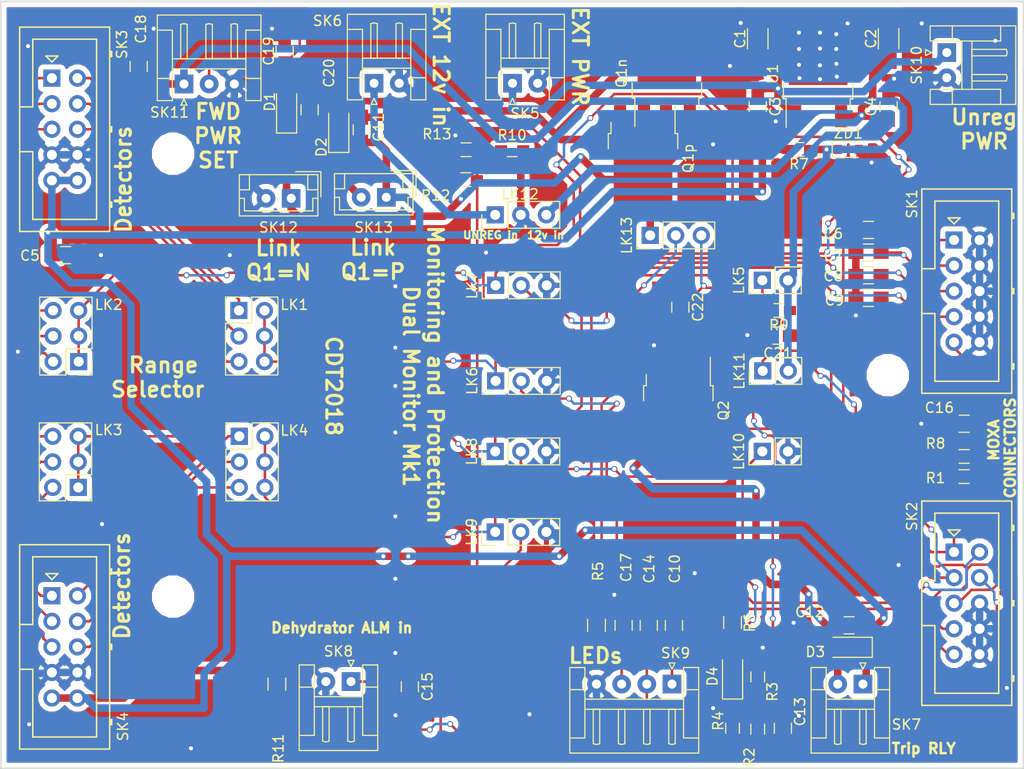
<source format=kicad_pcb>
(kicad_pcb (version 4) (host pcbnew 4.0.7-e2-6376~58~ubuntu16.04.1)

  (general
    (links 173)
    (no_connects 0)
    (area 98.150001 44.671 215.9326 150.700001)
    (thickness 1.6)
    (drawings 30)
    (tracks 983)
    (zones 0)
    (modules 73)
    (nets 45)
  )

  (page A4)
  (title_block
    (title "Dual Monitoring and Protection Unit")
    (date 2018-05-23)
    (rev 1)
    (company Arqiva)
  )

  (layers
    (0 F.Cu signal)
    (31 B.Cu signal)
    (32 B.Adhes user hide)
    (33 F.Adhes user hide)
    (34 B.Paste user hide)
    (35 F.Paste user hide)
    (36 B.SilkS user)
    (37 F.SilkS user)
    (38 B.Mask user)
    (39 F.Mask user)
    (40 Dwgs.User user hide)
    (41 Cmts.User user hide)
    (42 Eco1.User user hide)
    (43 Eco2.User user hide)
    (44 Edge.Cuts user)
    (45 Margin user hide)
    (46 B.CrtYd user hide)
    (47 F.CrtYd user hide)
    (48 B.Fab user hide)
    (49 F.Fab user hide)
  )

  (setup
    (last_trace_width 0.25)
    (trace_clearance 0.2)
    (zone_clearance 0.508)
    (zone_45_only no)
    (trace_min 0.2)
    (segment_width 0.2)
    (edge_width 0.15)
    (via_size 0.6)
    (via_drill 0.4)
    (via_min_size 0.4)
    (via_min_drill 0.3)
    (uvia_size 0.3)
    (uvia_drill 0.1)
    (uvias_allowed no)
    (uvia_min_size 0)
    (uvia_min_drill 0)
    (pcb_text_width 0.3)
    (pcb_text_size 1.5 1.5)
    (mod_edge_width 0.15)
    (mod_text_size 1 1)
    (mod_text_width 0.15)
    (pad_size 1.524 1.524)
    (pad_drill 0.762)
    (pad_to_mask_clearance 0.2)
    (aux_axis_origin 0 0)
    (visible_elements 7FFFFFFF)
    (pcbplotparams
      (layerselection 0x010ff_80000001)
      (usegerberextensions false)
      (excludeedgelayer true)
      (linewidth 0.100000)
      (plotframeref false)
      (viasonmask false)
      (mode 1)
      (useauxorigin false)
      (hpglpennumber 1)
      (hpglpenspeed 20)
      (hpglpendiameter 15)
      (hpglpenoverlay 2)
      (psnegative false)
      (psa4output false)
      (plotreference true)
      (plotvalue true)
      (plotinvisibletext false)
      (padsonsilk false)
      (subtractmaskfromsilk false)
      (outputformat 1)
      (mirror false)
      (drillshape 0)
      (scaleselection 1)
      (outputdirectory "/home/clive/Servers/DOCUMENTS/KiCAD shematics/MHUGHES-M+P/"))
  )

  (net 0 "")
  (net 1 GNDPWR)
  (net 2 "Net-(C6-Pad1)")
  (net 3 "Net-(C7-Pad1)")
  (net 4 "Net-(C8-Pad1)")
  (net 5 "Net-(C9-Pad1)")
  (net 6 "Net-(C10-Pad1)")
  (net 7 "Net-(C11-Pad2)")
  (net 8 "Net-(C12-Pad2)")
  (net 9 "Net-(C13-Pad1)")
  (net 10 "Net-(C14-Pad1)")
  (net 11 "Net-(C15-Pad1)")
  (net 12 "Net-(C16-Pad1)")
  (net 13 "Net-(C17-Pad1)")
  (net 14 "Net-(C19-Pad1)")
  (net 15 "Net-(C20-Pad1)")
  (net 16 "Net-(C21-Pad1)")
  (net 17 "Net-(D4-Pad1)")
  (net 18 "Net-(D4-Pad2)")
  (net 19 "Net-(LK1-Pad1)")
  (net 20 "Net-(LK1-Pad3)")
  (net 21 "Net-(LK1-Pad5)")
  (net 22 "Net-(LK2-Pad2)")
  (net 23 "Net-(LK2-Pad4)")
  (net 24 "Net-(LK2-Pad6)")
  (net 25 "Net-(LK3-Pad2)")
  (net 26 "Net-(LK3-Pad4)")
  (net 27 "Net-(LK3-Pad6)")
  (net 28 "Net-(LK4-Pad1)")
  (net 29 "Net-(LK4-Pad3)")
  (net 30 "Net-(LK4-Pad5)")
  (net 31 "Net-(LK5-Pad1)")
  (net 32 "Net-(LK6-Pad2)")
  (net 33 "Net-(LK9-Pad2)")
  (net 34 "Net-(LK11-Pad1)")
  (net 35 "Net-(Q1-Pad1)")
  (net 36 "Net-(Q2-Pad1)")
  (net 37 "Net-(R12-Pad1)")
  (net 38 Unreg)
  (net 39 12vReg)
  (net 40 8v)
  (net 41 12vOut)
  (net 42 Ext12v)
  (net 43 "Net-(LK13-Pad2)")
  (net 44 "Net-(C22-Pad1)")

  (net_class Default "This is the default net class."
    (clearance 0.2)
    (trace_width 0.25)
    (via_dia 0.6)
    (via_drill 0.4)
    (uvia_dia 0.3)
    (uvia_drill 0.1)
    (add_net "Net-(C10-Pad1)")
    (add_net "Net-(C13-Pad1)")
    (add_net "Net-(C14-Pad1)")
    (add_net "Net-(C15-Pad1)")
    (add_net "Net-(C16-Pad1)")
    (add_net "Net-(C17-Pad1)")
    (add_net "Net-(C19-Pad1)")
    (add_net "Net-(C21-Pad1)")
    (add_net "Net-(C22-Pad1)")
    (add_net "Net-(C6-Pad1)")
    (add_net "Net-(C7-Pad1)")
    (add_net "Net-(C8-Pad1)")
    (add_net "Net-(C9-Pad1)")
    (add_net "Net-(D4-Pad1)")
    (add_net "Net-(D4-Pad2)")
    (add_net "Net-(LK1-Pad1)")
    (add_net "Net-(LK1-Pad3)")
    (add_net "Net-(LK1-Pad5)")
    (add_net "Net-(LK11-Pad1)")
    (add_net "Net-(LK13-Pad2)")
    (add_net "Net-(LK2-Pad2)")
    (add_net "Net-(LK2-Pad4)")
    (add_net "Net-(LK2-Pad6)")
    (add_net "Net-(LK3-Pad2)")
    (add_net "Net-(LK3-Pad4)")
    (add_net "Net-(LK3-Pad6)")
    (add_net "Net-(LK4-Pad1)")
    (add_net "Net-(LK4-Pad3)")
    (add_net "Net-(LK4-Pad5)")
    (add_net "Net-(LK5-Pad1)")
    (add_net "Net-(LK6-Pad2)")
    (add_net "Net-(LK9-Pad2)")
    (add_net "Net-(Q1-Pad1)")
    (add_net "Net-(Q2-Pad1)")
    (add_net "Net-(R12-Pad1)")
  )

  (net_class Power ""
    (clearance 0.2)
    (trace_width 0.75)
    (via_dia 0.6)
    (via_drill 0.4)
    (uvia_dia 0.3)
    (uvia_drill 0.1)
    (add_net 12vOut)
    (add_net 12vReg)
    (add_net 8v)
    (add_net Ext12v)
    (add_net GNDPWR)
    (add_net "Net-(C11-Pad2)")
    (add_net "Net-(C12-Pad2)")
    (add_net "Net-(C20-Pad1)")
    (add_net Unreg)
  )

  (module TO-252-2aaaaaa (layer F.Cu) (tedit 5B0547C2) (tstamp 5B0532E4)
    (at 176.6824 77.47 270)
    (descr "TO-252 / DPAK SMD package, http://www.infineon.com/cms/en/product/packages/PG-TO252/PG-TO252-3-1/")
    (tags "DPAK TO-252 DPAK-3 TO-252-3 SOT-428")
    (path /5AE1E22D)
    (attr smd)
    (fp_text reference Q1p (at 0 -4.5 270) (layer F.SilkS)
      (effects (font (size 1 1) (thickness 0.15)))
    )
    (fp_text value Q_NMOS_GDS (at 0 4.5 270) (layer F.Fab) hide
      (effects (font (size 1 1) (thickness 0.15)))
    )
    (fp_line (start 3.95 -2.7) (end 4.95 -2.7) (layer F.Fab) (width 0.1))
    (fp_line (start 4.95 -2.7) (end 4.95 2.7) (layer F.Fab) (width 0.1))
    (fp_line (start 4.95 2.7) (end 3.95 2.7) (layer F.Fab) (width 0.1))
    (fp_line (start 3.95 -3.25) (end 3.95 3.25) (layer F.Fab) (width 0.1))
    (fp_line (start 3.95 3.25) (end -2.27 3.25) (layer F.Fab) (width 0.1))
    (fp_line (start -2.27 3.25) (end -2.27 -2.25) (layer F.Fab) (width 0.1))
    (fp_line (start -2.27 -2.25) (end -1.27 -3.25) (layer F.Fab) (width 0.1))
    (fp_line (start -1.27 -3.25) (end 3.95 -3.25) (layer F.Fab) (width 0.1))
    (fp_line (start -1.865 -2.655) (end -4.97 -2.655) (layer F.Fab) (width 0.1))
    (fp_line (start -4.97 -2.655) (end -4.97 -1.905) (layer F.Fab) (width 0.1))
    (fp_line (start -4.97 -1.905) (end -2.27 -1.905) (layer F.Fab) (width 0.1))
    (fp_line (start -2.27 1.905) (end -4.97 1.905) (layer F.Fab) (width 0.1))
    (fp_line (start -4.97 1.905) (end -4.97 2.655) (layer F.Fab) (width 0.1))
    (fp_line (start -4.97 2.655) (end -2.27 2.655) (layer F.Fab) (width 0.1))
    (fp_line (start -0.97 -3.45) (end -2.47 -3.45) (layer F.SilkS) (width 0.12))
    (fp_line (start -2.47 -3.45) (end -2.47 -3.18) (layer F.SilkS) (width 0.12))
    (fp_line (start -2.47 -3.18) (end -5.3 -3.18) (layer F.SilkS) (width 0.12))
    (fp_line (start -0.97 3.45) (end -2.47 3.45) (layer F.SilkS) (width 0.12))
    (fp_line (start -2.47 3.45) (end -2.47 3.18) (layer F.SilkS) (width 0.12))
    (fp_line (start -2.47 3.18) (end -3.57 3.18) (layer F.SilkS) (width 0.12))
    (fp_line (start -5.55 -3.5) (end -5.55 3.5) (layer F.CrtYd) (width 0.05))
    (fp_line (start -5.55 3.5) (end 5.55 3.5) (layer F.CrtYd) (width 0.05))
    (fp_line (start 5.55 3.5) (end 5.55 -3.5) (layer F.CrtYd) (width 0.05))
    (fp_line (start 5.55 -3.5) (end -5.55 -3.5) (layer F.CrtYd) (width 0.05))
    (fp_text user %R (at 2.1844 0 270) (layer F.Fab)
      (effects (font (size 1 1) (thickness 0.15)))
    )
    (pad 1 smd rect (at -4.2 -2.28 270) (size 2.2 1.2) (layers F.Cu F.Paste F.Mask)
      (net 35 "Net-(Q1-Pad1)"))
    (pad 2 smd rect (at -4.2 2.28 270) (size 2.2 1.2) (layers F.Cu F.Paste F.Mask)
      (net 7 "Net-(C11-Pad2)"))
    (pad 3 smd rect (at 2.1 0 270) (size 6.4 5.8) (layers F.Cu F.Mask)
      (net 15 "Net-(C20-Pad1)"))
    (pad 3 smd rect (at 3.775 1.525 270) (size 3.05 2.75) (layers F.Cu F.Paste)
      (net 15 "Net-(C20-Pad1)"))
    (pad 3 smd rect (at 0.425 -1.525 270) (size 3.05 2.75) (layers F.Cu F.Paste)
      (net 15 "Net-(C20-Pad1)"))
    (pad 3 smd rect (at 3.775 -1.525 270) (size 3.05 2.75) (layers F.Cu F.Paste)
      (net 15 "Net-(C20-Pad1)"))
    (pad 3 smd rect (at 0.425 1.525 270) (size 3.05 2.75) (layers F.Cu F.Paste)
      (net 15 "Net-(C20-Pad1)"))
    (model ${KISYS3DMOD}/TO_SOT_Packages_SMD.3dshapes/TO-252-2.wrl
      (at (xyz 0 0 0))
      (scale (xyz 1 1 1))
      (rotate (xyz 0 0 0))
    )
  )

  (module Capacitors_SMD:C_1206_HandSoldering (layer F.Cu) (tedit 58AA84D1) (tstamp 5AEC8407)
    (at 188.0776 65.5744 90)
    (descr "Capacitor SMD 1206, hand soldering")
    (tags "capacitor 1206")
    (path /5AE30056)
    (attr smd)
    (fp_text reference C1 (at 0 -1.75 90) (layer F.SilkS)
      (effects (font (size 1 1) (thickness 0.15)))
    )
    (fp_text value 10u (at 0 2 90) (layer F.Fab)
      (effects (font (size 1 1) (thickness 0.15)))
    )
    (fp_text user %R (at 0 -1.75 90) (layer F.Fab)
      (effects (font (size 1 1) (thickness 0.15)))
    )
    (fp_line (start -1.6 0.8) (end -1.6 -0.8) (layer F.Fab) (width 0.1))
    (fp_line (start 1.6 0.8) (end -1.6 0.8) (layer F.Fab) (width 0.1))
    (fp_line (start 1.6 -0.8) (end 1.6 0.8) (layer F.Fab) (width 0.1))
    (fp_line (start -1.6 -0.8) (end 1.6 -0.8) (layer F.Fab) (width 0.1))
    (fp_line (start 1 -1.02) (end -1 -1.02) (layer F.SilkS) (width 0.12))
    (fp_line (start -1 1.02) (end 1 1.02) (layer F.SilkS) (width 0.12))
    (fp_line (start -3.25 -1.05) (end 3.25 -1.05) (layer F.CrtYd) (width 0.05))
    (fp_line (start -3.25 -1.05) (end -3.25 1.05) (layer F.CrtYd) (width 0.05))
    (fp_line (start 3.25 1.05) (end 3.25 -1.05) (layer F.CrtYd) (width 0.05))
    (fp_line (start 3.25 1.05) (end -3.25 1.05) (layer F.CrtYd) (width 0.05))
    (pad 1 smd rect (at -2 0 90) (size 2 1.6) (layers F.Cu F.Paste F.Mask)
      (net 38 Unreg))
    (pad 2 smd rect (at 2 0 90) (size 2 1.6) (layers F.Cu F.Paste F.Mask)
      (net 1 GNDPWR))
    (model Capacitors_SMD.3dshapes/C_1206.wrl
      (at (xyz 0 0 0))
      (scale (xyz 1 1 1))
      (rotate (xyz 0 0 0))
    )
  )

  (module Capacitors_SMD:C_1206_HandSoldering (layer F.Cu) (tedit 58AA84D1) (tstamp 5AEC840D)
    (at 201.0776 65.5744 90)
    (descr "Capacitor SMD 1206, hand soldering")
    (tags "capacitor 1206")
    (path /5AE32E1E)
    (attr smd)
    (fp_text reference C2 (at 0 -1.75 90) (layer F.SilkS)
      (effects (font (size 1 1) (thickness 0.15)))
    )
    (fp_text value 10u (at 0 2 90) (layer F.Fab)
      (effects (font (size 1 1) (thickness 0.15)))
    )
    (fp_text user %R (at 0 -1.75 90) (layer F.Fab)
      (effects (font (size 1 1) (thickness 0.15)))
    )
    (fp_line (start -1.6 0.8) (end -1.6 -0.8) (layer F.Fab) (width 0.1))
    (fp_line (start 1.6 0.8) (end -1.6 0.8) (layer F.Fab) (width 0.1))
    (fp_line (start 1.6 -0.8) (end 1.6 0.8) (layer F.Fab) (width 0.1))
    (fp_line (start -1.6 -0.8) (end 1.6 -0.8) (layer F.Fab) (width 0.1))
    (fp_line (start 1 -1.02) (end -1 -1.02) (layer F.SilkS) (width 0.12))
    (fp_line (start -1 1.02) (end 1 1.02) (layer F.SilkS) (width 0.12))
    (fp_line (start -3.25 -1.05) (end 3.25 -1.05) (layer F.CrtYd) (width 0.05))
    (fp_line (start -3.25 -1.05) (end -3.25 1.05) (layer F.CrtYd) (width 0.05))
    (fp_line (start 3.25 1.05) (end 3.25 -1.05) (layer F.CrtYd) (width 0.05))
    (fp_line (start 3.25 1.05) (end -3.25 1.05) (layer F.CrtYd) (width 0.05))
    (pad 1 smd rect (at -2 0 90) (size 2 1.6) (layers F.Cu F.Paste F.Mask)
      (net 39 12vReg))
    (pad 2 smd rect (at 2 0 90) (size 2 1.6) (layers F.Cu F.Paste F.Mask)
      (net 1 GNDPWR))
    (model Capacitors_SMD.3dshapes/C_1206.wrl
      (at (xyz 0 0 0))
      (scale (xyz 1 1 1))
      (rotate (xyz 0 0 0))
    )
  )

  (module Capacitors_SMD:C_0805_HandSoldering (layer F.Cu) (tedit 58AA84A8) (tstamp 5AEC8413)
    (at 188.0776 72.3244 270)
    (descr "Capacitor SMD 0805, hand soldering")
    (tags "capacitor 0805")
    (path /5AE3015B)
    (attr smd)
    (fp_text reference C3 (at 0 -1.75 270) (layer F.SilkS)
      (effects (font (size 1 1) (thickness 0.15)))
    )
    (fp_text value 100n (at 0 1.75 270) (layer F.Fab)
      (effects (font (size 1 1) (thickness 0.15)))
    )
    (fp_text user %R (at 0 -1.75 270) (layer F.Fab)
      (effects (font (size 1 1) (thickness 0.15)))
    )
    (fp_line (start -1 0.62) (end -1 -0.62) (layer F.Fab) (width 0.1))
    (fp_line (start 1 0.62) (end -1 0.62) (layer F.Fab) (width 0.1))
    (fp_line (start 1 -0.62) (end 1 0.62) (layer F.Fab) (width 0.1))
    (fp_line (start -1 -0.62) (end 1 -0.62) (layer F.Fab) (width 0.1))
    (fp_line (start 0.5 -0.85) (end -0.5 -0.85) (layer F.SilkS) (width 0.12))
    (fp_line (start -0.5 0.85) (end 0.5 0.85) (layer F.SilkS) (width 0.12))
    (fp_line (start -2.25 -0.88) (end 2.25 -0.88) (layer F.CrtYd) (width 0.05))
    (fp_line (start -2.25 -0.88) (end -2.25 0.87) (layer F.CrtYd) (width 0.05))
    (fp_line (start 2.25 0.87) (end 2.25 -0.88) (layer F.CrtYd) (width 0.05))
    (fp_line (start 2.25 0.87) (end -2.25 0.87) (layer F.CrtYd) (width 0.05))
    (pad 1 smd rect (at -1.25 0 270) (size 1.5 1.25) (layers F.Cu F.Paste F.Mask)
      (net 38 Unreg))
    (pad 2 smd rect (at 1.25 0 270) (size 1.5 1.25) (layers F.Cu F.Paste F.Mask)
      (net 1 GNDPWR))
    (model Capacitors_SMD.3dshapes/C_0805.wrl
      (at (xyz 0 0 0))
      (scale (xyz 1 1 1))
      (rotate (xyz 0 0 0))
    )
  )

  (module Capacitors_SMD:C_0805_HandSoldering (layer F.Cu) (tedit 58AA84A8) (tstamp 5AEC8419)
    (at 201.0776 72.3244 90)
    (descr "Capacitor SMD 0805, hand soldering")
    (tags "capacitor 0805")
    (path /5AE32EBC)
    (attr smd)
    (fp_text reference C4 (at 0 -1.75 90) (layer F.SilkS)
      (effects (font (size 1 1) (thickness 0.15)))
    )
    (fp_text value 100n (at 0 1.75 90) (layer F.Fab)
      (effects (font (size 1 1) (thickness 0.15)))
    )
    (fp_text user %R (at 0 -1.75 90) (layer F.Fab)
      (effects (font (size 1 1) (thickness 0.15)))
    )
    (fp_line (start -1 0.62) (end -1 -0.62) (layer F.Fab) (width 0.1))
    (fp_line (start 1 0.62) (end -1 0.62) (layer F.Fab) (width 0.1))
    (fp_line (start 1 -0.62) (end 1 0.62) (layer F.Fab) (width 0.1))
    (fp_line (start -1 -0.62) (end 1 -0.62) (layer F.Fab) (width 0.1))
    (fp_line (start 0.5 -0.85) (end -0.5 -0.85) (layer F.SilkS) (width 0.12))
    (fp_line (start -0.5 0.85) (end 0.5 0.85) (layer F.SilkS) (width 0.12))
    (fp_line (start -2.25 -0.88) (end 2.25 -0.88) (layer F.CrtYd) (width 0.05))
    (fp_line (start -2.25 -0.88) (end -2.25 0.87) (layer F.CrtYd) (width 0.05))
    (fp_line (start 2.25 0.87) (end 2.25 -0.88) (layer F.CrtYd) (width 0.05))
    (fp_line (start 2.25 0.87) (end -2.25 0.87) (layer F.CrtYd) (width 0.05))
    (pad 1 smd rect (at -1.25 0 90) (size 1.5 1.25) (layers F.Cu F.Paste F.Mask)
      (net 39 12vReg))
    (pad 2 smd rect (at 1.25 0 90) (size 1.5 1.25) (layers F.Cu F.Paste F.Mask)
      (net 1 GNDPWR))
    (model Capacitors_SMD.3dshapes/C_0805.wrl
      (at (xyz 0 0 0))
      (scale (xyz 1 1 1))
      (rotate (xyz 0 0 0))
    )
  )

  (module Capacitors_SMD:C_0805_HandSoldering (layer F.Cu) (tedit 5B057443) (tstamp 5AEC841F)
    (at 119.3276 87.0744 180)
    (descr "Capacitor SMD 0805, hand soldering")
    (tags "capacitor 0805")
    (path /5AE35026)
    (attr smd)
    (fp_text reference C5 (at 3.5544 -0.0476 180) (layer F.SilkS)
      (effects (font (size 1 1) (thickness 0.15)))
    )
    (fp_text value 100n (at -4.1672 -0.0476 180) (layer F.Fab)
      (effects (font (size 1 1) (thickness 0.15)))
    )
    (fp_text user %R (at 0 -1.75 180) (layer F.Fab)
      (effects (font (size 1 1) (thickness 0.15)))
    )
    (fp_line (start -1 0.62) (end -1 -0.62) (layer F.Fab) (width 0.1))
    (fp_line (start 1 0.62) (end -1 0.62) (layer F.Fab) (width 0.1))
    (fp_line (start 1 -0.62) (end 1 0.62) (layer F.Fab) (width 0.1))
    (fp_line (start -1 -0.62) (end 1 -0.62) (layer F.Fab) (width 0.1))
    (fp_line (start 0.5 -0.85) (end -0.5 -0.85) (layer F.SilkS) (width 0.12))
    (fp_line (start -0.5 0.85) (end 0.5 0.85) (layer F.SilkS) (width 0.12))
    (fp_line (start -2.25 -0.88) (end 2.25 -0.88) (layer F.CrtYd) (width 0.05))
    (fp_line (start -2.25 -0.88) (end -2.25 0.87) (layer F.CrtYd) (width 0.05))
    (fp_line (start 2.25 0.87) (end 2.25 -0.88) (layer F.CrtYd) (width 0.05))
    (fp_line (start 2.25 0.87) (end -2.25 0.87) (layer F.CrtYd) (width 0.05))
    (pad 1 smd rect (at -1.25 0 180) (size 1.5 1.25) (layers F.Cu F.Paste F.Mask)
      (net 1 GNDPWR))
    (pad 2 smd rect (at 1.25 0 180) (size 1.5 1.25) (layers F.Cu F.Paste F.Mask)
      (net 41 12vOut))
    (model Capacitors_SMD.3dshapes/C_0805.wrl
      (at (xyz 0 0 0))
      (scale (xyz 1 1 1))
      (rotate (xyz 0 0 0))
    )
  )

  (module Capacitors_SMD:C_0805_HandSoldering (layer F.Cu) (tedit 5B056F23) (tstamp 5AEC8425)
    (at 199.0776 84.5744 180)
    (descr "Capacitor SMD 0805, hand soldering")
    (tags "capacitor 0805")
    (path /5AE37D91)
    (attr smd)
    (fp_text reference C6 (at 3.4976 -0.3886 180) (layer F.SilkS)
      (effects (font (size 1 1) (thickness 0.15)))
    )
    (fp_text value 10n (at -3.7414 0.2464 180) (layer F.Fab)
      (effects (font (size 1 1) (thickness 0.15)))
    )
    (fp_text user %R (at 2.2276 0.1194 180) (layer F.Fab)
      (effects (font (size 1 1) (thickness 0.15)))
    )
    (fp_line (start -1 0.62) (end -1 -0.62) (layer F.Fab) (width 0.1))
    (fp_line (start 1 0.62) (end -1 0.62) (layer F.Fab) (width 0.1))
    (fp_line (start 1 -0.62) (end 1 0.62) (layer F.Fab) (width 0.1))
    (fp_line (start -1 -0.62) (end 1 -0.62) (layer F.Fab) (width 0.1))
    (fp_line (start 0.5 -0.85) (end -0.5 -0.85) (layer F.SilkS) (width 0.12))
    (fp_line (start -0.5 0.85) (end 0.5 0.85) (layer F.SilkS) (width 0.12))
    (fp_line (start -2.25 -0.88) (end 2.25 -0.88) (layer F.CrtYd) (width 0.05))
    (fp_line (start -2.25 -0.88) (end -2.25 0.87) (layer F.CrtYd) (width 0.05))
    (fp_line (start 2.25 0.87) (end 2.25 -0.88) (layer F.CrtYd) (width 0.05))
    (fp_line (start 2.25 0.87) (end -2.25 0.87) (layer F.CrtYd) (width 0.05))
    (pad 1 smd rect (at -1.25 0 180) (size 1.5 1.25) (layers F.Cu F.Paste F.Mask)
      (net 2 "Net-(C6-Pad1)"))
    (pad 2 smd rect (at 1.25 0 180) (size 1.5 1.25) (layers F.Cu F.Paste F.Mask)
      (net 1 GNDPWR))
    (model Capacitors_SMD.3dshapes/C_0805.wrl
      (at (xyz 0 0 0))
      (scale (xyz 1 1 1))
      (rotate (xyz 0 0 0))
    )
  )

  (module Capacitors_SMD:C_0805_HandSoldering (layer F.Cu) (tedit 5B056F26) (tstamp 5AEC842B)
    (at 199.0776 86.8244 180)
    (descr "Capacitor SMD 0805, hand soldering")
    (tags "capacitor 0805")
    (path /5AE37FEB)
    (attr smd)
    (fp_text reference C7 (at 3.4976 -0.2976 180) (layer F.SilkS)
      (effects (font (size 1 1) (thickness 0.15)))
    )
    (fp_text value 10n (at -3.8684 0.2104 180) (layer F.Fab)
      (effects (font (size 1 1) (thickness 0.15)))
    )
    (fp_text user %R (at 2.2276 0.0834 180) (layer F.Fab)
      (effects (font (size 1 1) (thickness 0.15)))
    )
    (fp_line (start -1 0.62) (end -1 -0.62) (layer F.Fab) (width 0.1))
    (fp_line (start 1 0.62) (end -1 0.62) (layer F.Fab) (width 0.1))
    (fp_line (start 1 -0.62) (end 1 0.62) (layer F.Fab) (width 0.1))
    (fp_line (start -1 -0.62) (end 1 -0.62) (layer F.Fab) (width 0.1))
    (fp_line (start 0.5 -0.85) (end -0.5 -0.85) (layer F.SilkS) (width 0.12))
    (fp_line (start -0.5 0.85) (end 0.5 0.85) (layer F.SilkS) (width 0.12))
    (fp_line (start -2.25 -0.88) (end 2.25 -0.88) (layer F.CrtYd) (width 0.05))
    (fp_line (start -2.25 -0.88) (end -2.25 0.87) (layer F.CrtYd) (width 0.05))
    (fp_line (start 2.25 0.87) (end 2.25 -0.88) (layer F.CrtYd) (width 0.05))
    (fp_line (start 2.25 0.87) (end -2.25 0.87) (layer F.CrtYd) (width 0.05))
    (pad 1 smd rect (at -1.25 0 180) (size 1.5 1.25) (layers F.Cu F.Paste F.Mask)
      (net 3 "Net-(C7-Pad1)"))
    (pad 2 smd rect (at 1.25 0 180) (size 1.5 1.25) (layers F.Cu F.Paste F.Mask)
      (net 1 GNDPWR))
    (model Capacitors_SMD.3dshapes/C_0805.wrl
      (at (xyz 0 0 0))
      (scale (xyz 1 1 1))
      (rotate (xyz 0 0 0))
    )
  )

  (module Capacitors_SMD:C_0805_HandSoldering (layer F.Cu) (tedit 5B056F28) (tstamp 5AEC8431)
    (at 199.0776 89.0744 180)
    (descr "Capacitor SMD 0805, hand soldering")
    (tags "capacitor 0805")
    (path /5AE3805C)
    (attr smd)
    (fp_text reference C8 (at 3.4976 -0.0796 180) (layer F.SilkS)
      (effects (font (size 1 1) (thickness 0.15)))
    )
    (fp_text value 10n (at -3.7414 -0.0796 180) (layer F.Fab)
      (effects (font (size 1 1) (thickness 0.15)))
    )
    (fp_text user %R (at 2.2276 -0.0796 180) (layer F.Fab)
      (effects (font (size 1 1) (thickness 0.15)))
    )
    (fp_line (start -1 0.62) (end -1 -0.62) (layer F.Fab) (width 0.1))
    (fp_line (start 1 0.62) (end -1 0.62) (layer F.Fab) (width 0.1))
    (fp_line (start 1 -0.62) (end 1 0.62) (layer F.Fab) (width 0.1))
    (fp_line (start -1 -0.62) (end 1 -0.62) (layer F.Fab) (width 0.1))
    (fp_line (start 0.5 -0.85) (end -0.5 -0.85) (layer F.SilkS) (width 0.12))
    (fp_line (start -0.5 0.85) (end 0.5 0.85) (layer F.SilkS) (width 0.12))
    (fp_line (start -2.25 -0.88) (end 2.25 -0.88) (layer F.CrtYd) (width 0.05))
    (fp_line (start -2.25 -0.88) (end -2.25 0.87) (layer F.CrtYd) (width 0.05))
    (fp_line (start 2.25 0.87) (end 2.25 -0.88) (layer F.CrtYd) (width 0.05))
    (fp_line (start 2.25 0.87) (end -2.25 0.87) (layer F.CrtYd) (width 0.05))
    (pad 1 smd rect (at -1.25 0 180) (size 1.5 1.25) (layers F.Cu F.Paste F.Mask)
      (net 4 "Net-(C8-Pad1)"))
    (pad 2 smd rect (at 1.25 0 180) (size 1.5 1.25) (layers F.Cu F.Paste F.Mask)
      (net 1 GNDPWR))
    (model Capacitors_SMD.3dshapes/C_0805.wrl
      (at (xyz 0 0 0))
      (scale (xyz 1 1 1))
      (rotate (xyz 0 0 0))
    )
  )

  (module Capacitors_SMD:C_0805_HandSoldering (layer F.Cu) (tedit 5B056F2B) (tstamp 5AEC8437)
    (at 199.0776 91.3244 180)
    (descr "Capacitor SMD 0805, hand soldering")
    (tags "capacitor 0805")
    (path /5AE38166)
    (attr smd)
    (fp_text reference C9 (at 3.3706 -0.2426 180) (layer F.SilkS)
      (effects (font (size 1 1) (thickness 0.15)))
    )
    (fp_text value 10n (at -3.8684 0.0114 180) (layer F.Fab)
      (effects (font (size 1 1) (thickness 0.15)))
    )
    (fp_text user %R (at 2.1006 0.1384 180) (layer F.Fab)
      (effects (font (size 1 1) (thickness 0.15)))
    )
    (fp_line (start -1 0.62) (end -1 -0.62) (layer F.Fab) (width 0.1))
    (fp_line (start 1 0.62) (end -1 0.62) (layer F.Fab) (width 0.1))
    (fp_line (start 1 -0.62) (end 1 0.62) (layer F.Fab) (width 0.1))
    (fp_line (start -1 -0.62) (end 1 -0.62) (layer F.Fab) (width 0.1))
    (fp_line (start 0.5 -0.85) (end -0.5 -0.85) (layer F.SilkS) (width 0.12))
    (fp_line (start -0.5 0.85) (end 0.5 0.85) (layer F.SilkS) (width 0.12))
    (fp_line (start -2.25 -0.88) (end 2.25 -0.88) (layer F.CrtYd) (width 0.05))
    (fp_line (start -2.25 -0.88) (end -2.25 0.87) (layer F.CrtYd) (width 0.05))
    (fp_line (start 2.25 0.87) (end 2.25 -0.88) (layer F.CrtYd) (width 0.05))
    (fp_line (start 2.25 0.87) (end -2.25 0.87) (layer F.CrtYd) (width 0.05))
    (pad 1 smd rect (at -1.25 0 180) (size 1.5 1.25) (layers F.Cu F.Paste F.Mask)
      (net 5 "Net-(C9-Pad1)"))
    (pad 2 smd rect (at 1.25 0 180) (size 1.5 1.25) (layers F.Cu F.Paste F.Mask)
      (net 1 GNDPWR))
    (model Capacitors_SMD.3dshapes/C_0805.wrl
      (at (xyz 0 0 0))
      (scale (xyz 1 1 1))
      (rotate (xyz 0 0 0))
    )
  )

  (module Capacitors_SMD:C_0805_HandSoldering (layer F.Cu) (tedit 5B05682B) (tstamp 5AEC843D)
    (at 179.7536 123.8624 90)
    (descr "Capacitor SMD 0805, hand soldering")
    (tags "capacitor 0805")
    (path /5AE44061)
    (attr smd)
    (fp_text reference C10 (at 5.6254 0.0784 90) (layer F.SilkS)
      (effects (font (size 1 1) (thickness 0.15)))
    )
    (fp_text value 1n (at 3.3394 0.0784 90) (layer F.Fab)
      (effects (font (size 1 1) (thickness 0.15)))
    )
    (fp_text user %R (at 0 -1.75 90) (layer F.Fab)
      (effects (font (size 1 1) (thickness 0.15)))
    )
    (fp_line (start -1 0.62) (end -1 -0.62) (layer F.Fab) (width 0.1))
    (fp_line (start 1 0.62) (end -1 0.62) (layer F.Fab) (width 0.1))
    (fp_line (start 1 -0.62) (end 1 0.62) (layer F.Fab) (width 0.1))
    (fp_line (start -1 -0.62) (end 1 -0.62) (layer F.Fab) (width 0.1))
    (fp_line (start 0.5 -0.85) (end -0.5 -0.85) (layer F.SilkS) (width 0.12))
    (fp_line (start -0.5 0.85) (end 0.5 0.85) (layer F.SilkS) (width 0.12))
    (fp_line (start -2.25 -0.88) (end 2.25 -0.88) (layer F.CrtYd) (width 0.05))
    (fp_line (start -2.25 -0.88) (end -2.25 0.87) (layer F.CrtYd) (width 0.05))
    (fp_line (start 2.25 0.87) (end 2.25 -0.88) (layer F.CrtYd) (width 0.05))
    (fp_line (start 2.25 0.87) (end -2.25 0.87) (layer F.CrtYd) (width 0.05))
    (pad 1 smd rect (at -1.25 0 90) (size 1.5 1.25) (layers F.Cu F.Paste F.Mask)
      (net 6 "Net-(C10-Pad1)"))
    (pad 2 smd rect (at 1.25 0 90) (size 1.5 1.25) (layers F.Cu F.Paste F.Mask)
      (net 1 GNDPWR))
    (model Capacitors_SMD.3dshapes/C_0805.wrl
      (at (xyz 0 0 0))
      (scale (xyz 1 1 1))
      (rotate (xyz 0 0 0))
    )
  )

  (module Capacitors_SMD:C_0805_HandSoldering (layer F.Cu) (tedit 5B2B6C35) (tstamp 5AEC8443)
    (at 148.7424 74.6252 90)
    (descr "Capacitor SMD 0805, hand soldering")
    (tags "capacitor 0805")
    (path /5AE3BB3B)
    (attr smd)
    (fp_text reference C11 (at 0.254 1.6764 90) (layer F.SilkS)
      (effects (font (size 1 1) (thickness 0.15)))
    )
    (fp_text value 10n (at 0.3048 2.9972 90) (layer F.Fab)
      (effects (font (size 1 1) (thickness 0.15)))
    )
    (fp_text user %R (at 0 -1.75 90) (layer F.Fab)
      (effects (font (size 1 1) (thickness 0.15)))
    )
    (fp_line (start -1 0.62) (end -1 -0.62) (layer F.Fab) (width 0.1))
    (fp_line (start 1 0.62) (end -1 0.62) (layer F.Fab) (width 0.1))
    (fp_line (start 1 -0.62) (end 1 0.62) (layer F.Fab) (width 0.1))
    (fp_line (start -1 -0.62) (end 1 -0.62) (layer F.Fab) (width 0.1))
    (fp_line (start 0.5 -0.85) (end -0.5 -0.85) (layer F.SilkS) (width 0.12))
    (fp_line (start -0.5 0.85) (end 0.5 0.85) (layer F.SilkS) (width 0.12))
    (fp_line (start -2.25 -0.88) (end 2.25 -0.88) (layer F.CrtYd) (width 0.05))
    (fp_line (start -2.25 -0.88) (end -2.25 0.87) (layer F.CrtYd) (width 0.05))
    (fp_line (start 2.25 0.87) (end 2.25 -0.88) (layer F.CrtYd) (width 0.05))
    (fp_line (start 2.25 0.87) (end -2.25 0.87) (layer F.CrtYd) (width 0.05))
    (pad 1 smd rect (at -1.25 0 90) (size 1.5 1.25) (layers F.Cu F.Paste F.Mask)
      (net 41 12vOut))
    (pad 2 smd rect (at 1.25 0 90) (size 1.5 1.25) (layers F.Cu F.Paste F.Mask)
      (net 7 "Net-(C11-Pad2)"))
    (model Capacitors_SMD.3dshapes/C_0805.wrl
      (at (xyz 0 0 0))
      (scale (xyz 1 1 1))
      (rotate (xyz 0 0 0))
    )
  )

  (module Capacitors_SMD:C_0805_HandSoldering (layer F.Cu) (tedit 5B2B6C84) (tstamp 5AEC8449)
    (at 197.1548 123.8504 180)
    (descr "Capacitor SMD 0805, hand soldering")
    (tags "capacitor 0805")
    (path /5AE3CA50)
    (attr smd)
    (fp_text reference C12 (at 3.9116 1.3208 180) (layer F.SilkS)
      (effects (font (size 1 1) (thickness 0.15)))
    )
    (fp_text value 10n (at 3.8264 -0.1332 180) (layer F.Fab)
      (effects (font (size 1 1) (thickness 0.15)))
    )
    (fp_text user %R (at 0 -1.75 180) (layer F.Fab)
      (effects (font (size 1 1) (thickness 0.15)))
    )
    (fp_line (start -1 0.62) (end -1 -0.62) (layer F.Fab) (width 0.1))
    (fp_line (start 1 0.62) (end -1 0.62) (layer F.Fab) (width 0.1))
    (fp_line (start 1 -0.62) (end 1 0.62) (layer F.Fab) (width 0.1))
    (fp_line (start -1 -0.62) (end 1 -0.62) (layer F.Fab) (width 0.1))
    (fp_line (start 0.5 -0.85) (end -0.5 -0.85) (layer F.SilkS) (width 0.12))
    (fp_line (start -0.5 0.85) (end 0.5 0.85) (layer F.SilkS) (width 0.12))
    (fp_line (start -2.25 -0.88) (end 2.25 -0.88) (layer F.CrtYd) (width 0.05))
    (fp_line (start -2.25 -0.88) (end -2.25 0.87) (layer F.CrtYd) (width 0.05))
    (fp_line (start 2.25 0.87) (end 2.25 -0.88) (layer F.CrtYd) (width 0.05))
    (fp_line (start 2.25 0.87) (end -2.25 0.87) (layer F.CrtYd) (width 0.05))
    (pad 1 smd rect (at -1.25 0 180) (size 1.5 1.25) (layers F.Cu F.Paste F.Mask)
      (net 41 12vOut))
    (pad 2 smd rect (at 1.25 0 180) (size 1.5 1.25) (layers F.Cu F.Paste F.Mask)
      (net 8 "Net-(C12-Pad2)"))
    (model Capacitors_SMD.3dshapes/C_0805.wrl
      (at (xyz 0 0 0))
      (scale (xyz 1 1 1))
      (rotate (xyz 0 0 0))
    )
  )

  (module Capacitors_SMD:C_0805_HandSoldering (layer F.Cu) (tedit 5B0571DE) (tstamp 5AEC844F)
    (at 190.5776 134.0744 90)
    (descr "Capacitor SMD 0805, hand soldering")
    (tags "capacitor 0805")
    (path /5AE3F5BD)
    (attr smd)
    (fp_text reference C13 (at 1.6388 1.7004 90) (layer F.SilkS)
      (effects (font (size 1 1) (thickness 0.15)))
    )
    (fp_text value 10n (at -1.8664 1.5988 90) (layer F.Fab)
      (effects (font (size 1 1) (thickness 0.15)))
    )
    (fp_text user %R (at 0 -1.75 90) (layer F.Fab)
      (effects (font (size 1 1) (thickness 0.15)))
    )
    (fp_line (start -1 0.62) (end -1 -0.62) (layer F.Fab) (width 0.1))
    (fp_line (start 1 0.62) (end -1 0.62) (layer F.Fab) (width 0.1))
    (fp_line (start 1 -0.62) (end 1 0.62) (layer F.Fab) (width 0.1))
    (fp_line (start -1 -0.62) (end 1 -0.62) (layer F.Fab) (width 0.1))
    (fp_line (start 0.5 -0.85) (end -0.5 -0.85) (layer F.SilkS) (width 0.12))
    (fp_line (start -0.5 0.85) (end 0.5 0.85) (layer F.SilkS) (width 0.12))
    (fp_line (start -2.25 -0.88) (end 2.25 -0.88) (layer F.CrtYd) (width 0.05))
    (fp_line (start -2.25 -0.88) (end -2.25 0.87) (layer F.CrtYd) (width 0.05))
    (fp_line (start 2.25 0.87) (end 2.25 -0.88) (layer F.CrtYd) (width 0.05))
    (fp_line (start 2.25 0.87) (end -2.25 0.87) (layer F.CrtYd) (width 0.05))
    (pad 1 smd rect (at -1.25 0 90) (size 1.5 1.25) (layers F.Cu F.Paste F.Mask)
      (net 9 "Net-(C13-Pad1)"))
    (pad 2 smd rect (at 1.25 0 90) (size 1.5 1.25) (layers F.Cu F.Paste F.Mask)
      (net 1 GNDPWR))
    (model Capacitors_SMD.3dshapes/C_0805.wrl
      (at (xyz 0 0 0))
      (scale (xyz 1 1 1))
      (rotate (xyz 0 0 0))
    )
  )

  (module Capacitors_SMD:C_0805_HandSoldering (layer F.Cu) (tedit 5B056823) (tstamp 5AEC8455)
    (at 177.2536 123.8624 90)
    (descr "Capacitor SMD 0805, hand soldering")
    (tags "capacitor 0805")
    (path /5AE43FC2)
    (attr smd)
    (fp_text reference C14 (at 5.6254 0.0384 90) (layer F.SilkS)
      (effects (font (size 1 1) (thickness 0.15)))
    )
    (fp_text value 1n (at 3.3394 0.0384 90) (layer F.Fab)
      (effects (font (size 1 1) (thickness 0.15)))
    )
    (fp_text user %R (at 0 -1.75 90) (layer F.Fab)
      (effects (font (size 1 1) (thickness 0.15)))
    )
    (fp_line (start -1 0.62) (end -1 -0.62) (layer F.Fab) (width 0.1))
    (fp_line (start 1 0.62) (end -1 0.62) (layer F.Fab) (width 0.1))
    (fp_line (start 1 -0.62) (end 1 0.62) (layer F.Fab) (width 0.1))
    (fp_line (start -1 -0.62) (end 1 -0.62) (layer F.Fab) (width 0.1))
    (fp_line (start 0.5 -0.85) (end -0.5 -0.85) (layer F.SilkS) (width 0.12))
    (fp_line (start -0.5 0.85) (end 0.5 0.85) (layer F.SilkS) (width 0.12))
    (fp_line (start -2.25 -0.88) (end 2.25 -0.88) (layer F.CrtYd) (width 0.05))
    (fp_line (start -2.25 -0.88) (end -2.25 0.87) (layer F.CrtYd) (width 0.05))
    (fp_line (start 2.25 0.87) (end 2.25 -0.88) (layer F.CrtYd) (width 0.05))
    (fp_line (start 2.25 0.87) (end -2.25 0.87) (layer F.CrtYd) (width 0.05))
    (pad 1 smd rect (at -1.25 0 90) (size 1.5 1.25) (layers F.Cu F.Paste F.Mask)
      (net 10 "Net-(C14-Pad1)"))
    (pad 2 smd rect (at 1.25 0 90) (size 1.5 1.25) (layers F.Cu F.Paste F.Mask)
      (net 1 GNDPWR))
    (model Capacitors_SMD.3dshapes/C_0805.wrl
      (at (xyz 0 0 0))
      (scale (xyz 1 1 1))
      (rotate (xyz 0 0 0))
    )
  )

  (module Capacitors_SMD:C_0805_HandSoldering (layer F.Cu) (tedit 58AA84A8) (tstamp 5AEC845B)
    (at 153.5176 129.9464 270)
    (descr "Capacitor SMD 0805, hand soldering")
    (tags "capacitor 0805")
    (path /5AE73393)
    (attr smd)
    (fp_text reference C15 (at 0 -1.75 270) (layer F.SilkS)
      (effects (font (size 1 1) (thickness 0.15)))
    )
    (fp_text value 10n (at 0 1.75 270) (layer F.Fab)
      (effects (font (size 1 1) (thickness 0.15)))
    )
    (fp_text user %R (at 0 -1.75 270) (layer F.Fab)
      (effects (font (size 1 1) (thickness 0.15)))
    )
    (fp_line (start -1 0.62) (end -1 -0.62) (layer F.Fab) (width 0.1))
    (fp_line (start 1 0.62) (end -1 0.62) (layer F.Fab) (width 0.1))
    (fp_line (start 1 -0.62) (end 1 0.62) (layer F.Fab) (width 0.1))
    (fp_line (start -1 -0.62) (end 1 -0.62) (layer F.Fab) (width 0.1))
    (fp_line (start 0.5 -0.85) (end -0.5 -0.85) (layer F.SilkS) (width 0.12))
    (fp_line (start -0.5 0.85) (end 0.5 0.85) (layer F.SilkS) (width 0.12))
    (fp_line (start -2.25 -0.88) (end 2.25 -0.88) (layer F.CrtYd) (width 0.05))
    (fp_line (start -2.25 -0.88) (end -2.25 0.87) (layer F.CrtYd) (width 0.05))
    (fp_line (start 2.25 0.87) (end 2.25 -0.88) (layer F.CrtYd) (width 0.05))
    (fp_line (start 2.25 0.87) (end -2.25 0.87) (layer F.CrtYd) (width 0.05))
    (pad 1 smd rect (at -1.25 0 270) (size 1.5 1.25) (layers F.Cu F.Paste F.Mask)
      (net 11 "Net-(C15-Pad1)"))
    (pad 2 smd rect (at 1.25 0 270) (size 1.5 1.25) (layers F.Cu F.Paste F.Mask)
      (net 1 GNDPWR))
    (model Capacitors_SMD.3dshapes/C_0805.wrl
      (at (xyz 0 0 0))
      (scale (xyz 1 1 1))
      (rotate (xyz 0 0 0))
    )
  )

  (module Capacitors_SMD:C_0805_HandSoldering (layer F.Cu) (tedit 5B056F6B) (tstamp 5AEC8461)
    (at 208.5776 103.8244 180)
    (descr "Capacitor SMD 0805, hand soldering")
    (tags "capacitor 0805")
    (path /5AE7EBF9)
    (attr smd)
    (fp_text reference C16 (at 2.4566 1.5894 180) (layer F.SilkS)
      (effects (font (size 1 1) (thickness 0.15)))
    )
    (fp_text value 10n (at -2.1154 1.7164 180) (layer F.Fab)
      (effects (font (size 1 1) (thickness 0.15)))
    )
    (fp_text user %R (at 0 -1.75 180) (layer F.Fab)
      (effects (font (size 1 1) (thickness 0.15)))
    )
    (fp_line (start -1 0.62) (end -1 -0.62) (layer F.Fab) (width 0.1))
    (fp_line (start 1 0.62) (end -1 0.62) (layer F.Fab) (width 0.1))
    (fp_line (start 1 -0.62) (end 1 0.62) (layer F.Fab) (width 0.1))
    (fp_line (start -1 -0.62) (end 1 -0.62) (layer F.Fab) (width 0.1))
    (fp_line (start 0.5 -0.85) (end -0.5 -0.85) (layer F.SilkS) (width 0.12))
    (fp_line (start -0.5 0.85) (end 0.5 0.85) (layer F.SilkS) (width 0.12))
    (fp_line (start -2.25 -0.88) (end 2.25 -0.88) (layer F.CrtYd) (width 0.05))
    (fp_line (start -2.25 -0.88) (end -2.25 0.87) (layer F.CrtYd) (width 0.05))
    (fp_line (start 2.25 0.87) (end 2.25 -0.88) (layer F.CrtYd) (width 0.05))
    (fp_line (start 2.25 0.87) (end -2.25 0.87) (layer F.CrtYd) (width 0.05))
    (pad 1 smd rect (at -1.25 0 180) (size 1.5 1.25) (layers F.Cu F.Paste F.Mask)
      (net 12 "Net-(C16-Pad1)"))
    (pad 2 smd rect (at 1.25 0 180) (size 1.5 1.25) (layers F.Cu F.Paste F.Mask)
      (net 1 GNDPWR))
    (model Capacitors_SMD.3dshapes/C_0805.wrl
      (at (xyz 0 0 0))
      (scale (xyz 1 1 1))
      (rotate (xyz 0 0 0))
    )
  )

  (module Capacitors_SMD:C_0805_HandSoldering (layer F.Cu) (tedit 5B05681C) (tstamp 5AEC8467)
    (at 174.7536 123.8624 90)
    (descr "Capacitor SMD 0805, hand soldering")
    (tags "capacitor 0805")
    (path /5AE430A8)
    (attr smd)
    (fp_text reference C17 (at 5.7524 0.2524 90) (layer F.SilkS)
      (effects (font (size 1 1) (thickness 0.15)))
    )
    (fp_text value 1n (at 3.3394 0.1254 90) (layer F.Fab)
      (effects (font (size 1 1) (thickness 0.15)))
    )
    (fp_text user %R (at 0 -1.75 90) (layer F.Fab)
      (effects (font (size 1 1) (thickness 0.15)))
    )
    (fp_line (start -1 0.62) (end -1 -0.62) (layer F.Fab) (width 0.1))
    (fp_line (start 1 0.62) (end -1 0.62) (layer F.Fab) (width 0.1))
    (fp_line (start 1 -0.62) (end 1 0.62) (layer F.Fab) (width 0.1))
    (fp_line (start -1 -0.62) (end 1 -0.62) (layer F.Fab) (width 0.1))
    (fp_line (start 0.5 -0.85) (end -0.5 -0.85) (layer F.SilkS) (width 0.12))
    (fp_line (start -0.5 0.85) (end 0.5 0.85) (layer F.SilkS) (width 0.12))
    (fp_line (start -2.25 -0.88) (end 2.25 -0.88) (layer F.CrtYd) (width 0.05))
    (fp_line (start -2.25 -0.88) (end -2.25 0.87) (layer F.CrtYd) (width 0.05))
    (fp_line (start 2.25 0.87) (end 2.25 -0.88) (layer F.CrtYd) (width 0.05))
    (fp_line (start 2.25 0.87) (end -2.25 0.87) (layer F.CrtYd) (width 0.05))
    (pad 1 smd rect (at -1.25 0 90) (size 1.5 1.25) (layers F.Cu F.Paste F.Mask)
      (net 13 "Net-(C17-Pad1)"))
    (pad 2 smd rect (at 1.25 0 90) (size 1.5 1.25) (layers F.Cu F.Paste F.Mask)
      (net 1 GNDPWR))
    (model Capacitors_SMD.3dshapes/C_0805.wrl
      (at (xyz 0 0 0))
      (scale (xyz 1 1 1))
      (rotate (xyz 0 0 0))
    )
  )

  (module Capacitors_SMD:C_0805_HandSoldering (layer F.Cu) (tedit 5B05745E) (tstamp 5AEC846D)
    (at 126.5776 68.3244 90)
    (descr "Capacitor SMD 0805, hand soldering")
    (tags "capacitor 0805")
    (path /5AE82BD0)
    (attr smd)
    (fp_text reference C18 (at 3.7068 0.2192 90) (layer F.SilkS)
      (effects (font (size 1 1) (thickness 0.15)))
    )
    (fp_text value 10n (at -3.5576 -0.0856 90) (layer F.Fab)
      (effects (font (size 1 1) (thickness 0.15)))
    )
    (fp_text user %R (at 0 -1.75 90) (layer F.Fab)
      (effects (font (size 1 1) (thickness 0.15)))
    )
    (fp_line (start -1 0.62) (end -1 -0.62) (layer F.Fab) (width 0.1))
    (fp_line (start 1 0.62) (end -1 0.62) (layer F.Fab) (width 0.1))
    (fp_line (start 1 -0.62) (end 1 0.62) (layer F.Fab) (width 0.1))
    (fp_line (start -1 -0.62) (end 1 -0.62) (layer F.Fab) (width 0.1))
    (fp_line (start 0.5 -0.85) (end -0.5 -0.85) (layer F.SilkS) (width 0.12))
    (fp_line (start -0.5 0.85) (end 0.5 0.85) (layer F.SilkS) (width 0.12))
    (fp_line (start -2.25 -0.88) (end 2.25 -0.88) (layer F.CrtYd) (width 0.05))
    (fp_line (start -2.25 -0.88) (end -2.25 0.87) (layer F.CrtYd) (width 0.05))
    (fp_line (start 2.25 0.87) (end 2.25 -0.88) (layer F.CrtYd) (width 0.05))
    (fp_line (start 2.25 0.87) (end -2.25 0.87) (layer F.CrtYd) (width 0.05))
    (pad 1 smd rect (at -1.25 0 90) (size 1.5 1.25) (layers F.Cu F.Paste F.Mask)
      (net 40 8v))
    (pad 2 smd rect (at 1.25 0 90) (size 1.5 1.25) (layers F.Cu F.Paste F.Mask)
      (net 1 GNDPWR))
    (model Capacitors_SMD.3dshapes/C_0805.wrl
      (at (xyz 0 0 0))
      (scale (xyz 1 1 1))
      (rotate (xyz 0 0 0))
    )
  )

  (module Capacitors_SMD:C_0805_HandSoldering (layer F.Cu) (tedit 5B2B6C51) (tstamp 5AEC8473)
    (at 141.0776 66.8244 90)
    (descr "Capacitor SMD 0805, hand soldering")
    (tags "capacitor 0805")
    (path /5AE843E6)
    (attr smd)
    (fp_text reference C19 (at 0.0224 -1.5808 90) (layer F.SilkS)
      (effects (font (size 1 1) (thickness 0.15)))
    )
    (fp_text value 10n (at 0 1.75 90) (layer F.Fab)
      (effects (font (size 1 1) (thickness 0.15)))
    )
    (fp_text user %R (at 0 -1.75 90) (layer F.Fab)
      (effects (font (size 1 1) (thickness 0.15)))
    )
    (fp_line (start -1 0.62) (end -1 -0.62) (layer F.Fab) (width 0.1))
    (fp_line (start 1 0.62) (end -1 0.62) (layer F.Fab) (width 0.1))
    (fp_line (start 1 -0.62) (end 1 0.62) (layer F.Fab) (width 0.1))
    (fp_line (start -1 -0.62) (end 1 -0.62) (layer F.Fab) (width 0.1))
    (fp_line (start 0.5 -0.85) (end -0.5 -0.85) (layer F.SilkS) (width 0.12))
    (fp_line (start -0.5 0.85) (end 0.5 0.85) (layer F.SilkS) (width 0.12))
    (fp_line (start -2.25 -0.88) (end 2.25 -0.88) (layer F.CrtYd) (width 0.05))
    (fp_line (start -2.25 -0.88) (end -2.25 0.87) (layer F.CrtYd) (width 0.05))
    (fp_line (start 2.25 0.87) (end 2.25 -0.88) (layer F.CrtYd) (width 0.05))
    (fp_line (start 2.25 0.87) (end -2.25 0.87) (layer F.CrtYd) (width 0.05))
    (pad 1 smd rect (at -1.25 0 90) (size 1.5 1.25) (layers F.Cu F.Paste F.Mask)
      (net 14 "Net-(C19-Pad1)"))
    (pad 2 smd rect (at 1.25 0 90) (size 1.5 1.25) (layers F.Cu F.Paste F.Mask)
      (net 1 GNDPWR))
    (model Capacitors_SMD.3dshapes/C_0805.wrl
      (at (xyz 0 0 0))
      (scale (xyz 1 1 1))
      (rotate (xyz 0 0 0))
    )
  )

  (module Capacitors_SMD:C_0805_HandSoldering (layer F.Cu) (tedit 5B2B6C44) (tstamp 5AEC8479)
    (at 143.5608 72.644 90)
    (descr "Capacitor SMD 0805, hand soldering")
    (tags "capacitor 0805")
    (path /5AE3B134)
    (attr smd)
    (fp_text reference C20 (at 3.6576 1.9304 90) (layer F.SilkS)
      (effects (font (size 1 1) (thickness 0.15)))
    )
    (fp_text value 10n (at 3.6068 0.5588 90) (layer F.Fab)
      (effects (font (size 1 1) (thickness 0.15)))
    )
    (fp_text user %R (at 0 -1.75 90) (layer F.Fab)
      (effects (font (size 1 1) (thickness 0.15)))
    )
    (fp_line (start -1 0.62) (end -1 -0.62) (layer F.Fab) (width 0.1))
    (fp_line (start 1 0.62) (end -1 0.62) (layer F.Fab) (width 0.1))
    (fp_line (start 1 -0.62) (end 1 0.62) (layer F.Fab) (width 0.1))
    (fp_line (start -1 -0.62) (end 1 -0.62) (layer F.Fab) (width 0.1))
    (fp_line (start 0.5 -0.85) (end -0.5 -0.85) (layer F.SilkS) (width 0.12))
    (fp_line (start -0.5 0.85) (end 0.5 0.85) (layer F.SilkS) (width 0.12))
    (fp_line (start -2.25 -0.88) (end 2.25 -0.88) (layer F.CrtYd) (width 0.05))
    (fp_line (start -2.25 -0.88) (end -2.25 0.87) (layer F.CrtYd) (width 0.05))
    (fp_line (start 2.25 0.87) (end 2.25 -0.88) (layer F.CrtYd) (width 0.05))
    (fp_line (start 2.25 0.87) (end -2.25 0.87) (layer F.CrtYd) (width 0.05))
    (pad 1 smd rect (at -1.25 0 90) (size 1.5 1.25) (layers F.Cu F.Paste F.Mask)
      (net 15 "Net-(C20-Pad1)"))
    (pad 2 smd rect (at 1.25 0 90) (size 1.5 1.25) (layers F.Cu F.Paste F.Mask)
      (net 1 GNDPWR))
    (model Capacitors_SMD.3dshapes/C_0805.wrl
      (at (xyz 0 0 0))
      (scale (xyz 1 1 1))
      (rotate (xyz 0 0 0))
    )
  )

  (module Capacitors_SMD:C_0805_HandSoldering (layer F.Cu) (tedit 58AA84A8) (tstamp 5AEC847F)
    (at 190.0776 95.0744 180)
    (descr "Capacitor SMD 0805, hand soldering")
    (tags "capacitor 0805")
    (path /5AE7E9FD)
    (attr smd)
    (fp_text reference C21 (at 0 -1.75 180) (layer F.SilkS)
      (effects (font (size 1 1) (thickness 0.15)))
    )
    (fp_text value 10n (at 0 1.75 180) (layer F.Fab)
      (effects (font (size 1 1) (thickness 0.15)))
    )
    (fp_text user %R (at 0 -1.75 180) (layer F.Fab)
      (effects (font (size 1 1) (thickness 0.15)))
    )
    (fp_line (start -1 0.62) (end -1 -0.62) (layer F.Fab) (width 0.1))
    (fp_line (start 1 0.62) (end -1 0.62) (layer F.Fab) (width 0.1))
    (fp_line (start 1 -0.62) (end 1 0.62) (layer F.Fab) (width 0.1))
    (fp_line (start -1 -0.62) (end 1 -0.62) (layer F.Fab) (width 0.1))
    (fp_line (start 0.5 -0.85) (end -0.5 -0.85) (layer F.SilkS) (width 0.12))
    (fp_line (start -0.5 0.85) (end 0.5 0.85) (layer F.SilkS) (width 0.12))
    (fp_line (start -2.25 -0.88) (end 2.25 -0.88) (layer F.CrtYd) (width 0.05))
    (fp_line (start -2.25 -0.88) (end -2.25 0.87) (layer F.CrtYd) (width 0.05))
    (fp_line (start 2.25 0.87) (end 2.25 -0.88) (layer F.CrtYd) (width 0.05))
    (fp_line (start 2.25 0.87) (end -2.25 0.87) (layer F.CrtYd) (width 0.05))
    (pad 1 smd rect (at -1.25 0 180) (size 1.5 1.25) (layers F.Cu F.Paste F.Mask)
      (net 16 "Net-(C21-Pad1)"))
    (pad 2 smd rect (at 1.25 0 180) (size 1.5 1.25) (layers F.Cu F.Paste F.Mask)
      (net 1 GNDPWR))
    (model Capacitors_SMD.3dshapes/C_0805.wrl
      (at (xyz 0 0 0))
      (scale (xyz 1 1 1))
      (rotate (xyz 0 0 0))
    )
  )

  (module Diodes_SMD:D_SOD-123 (layer F.Cu) (tedit 5B2B6C10) (tstamp 5AEC8485)
    (at 141.2748 72.6948 90)
    (descr SOD-123)
    (tags SOD-123)
    (path /5AE3B0C5)
    (attr smd)
    (fp_text reference D1 (at 0.8636 -1.6764 90) (layer F.SilkS)
      (effects (font (size 1 1) (thickness 0.15)))
    )
    (fp_text value D_Small (at -5.1264 -0.5366 90) (layer F.Fab) hide
      (effects (font (size 1 1) (thickness 0.15)))
    )
    (fp_text user %R (at 0 -2 90) (layer F.Fab)
      (effects (font (size 1 1) (thickness 0.15)))
    )
    (fp_line (start -2.25 -1) (end -2.25 1) (layer F.SilkS) (width 0.12))
    (fp_line (start 0.25 0) (end 0.75 0) (layer F.Fab) (width 0.1))
    (fp_line (start 0.25 0.4) (end -0.35 0) (layer F.Fab) (width 0.1))
    (fp_line (start 0.25 -0.4) (end 0.25 0.4) (layer F.Fab) (width 0.1))
    (fp_line (start -0.35 0) (end 0.25 -0.4) (layer F.Fab) (width 0.1))
    (fp_line (start -0.35 0) (end -0.35 0.55) (layer F.Fab) (width 0.1))
    (fp_line (start -0.35 0) (end -0.35 -0.55) (layer F.Fab) (width 0.1))
    (fp_line (start -0.75 0) (end -0.35 0) (layer F.Fab) (width 0.1))
    (fp_line (start -1.4 0.9) (end -1.4 -0.9) (layer F.Fab) (width 0.1))
    (fp_line (start 1.4 0.9) (end -1.4 0.9) (layer F.Fab) (width 0.1))
    (fp_line (start 1.4 -0.9) (end 1.4 0.9) (layer F.Fab) (width 0.1))
    (fp_line (start -1.4 -0.9) (end 1.4 -0.9) (layer F.Fab) (width 0.1))
    (fp_line (start -2.35 -1.15) (end 2.35 -1.15) (layer F.CrtYd) (width 0.05))
    (fp_line (start 2.35 -1.15) (end 2.35 1.15) (layer F.CrtYd) (width 0.05))
    (fp_line (start 2.35 1.15) (end -2.35 1.15) (layer F.CrtYd) (width 0.05))
    (fp_line (start -2.35 -1.15) (end -2.35 1.15) (layer F.CrtYd) (width 0.05))
    (fp_line (start -2.25 1) (end 1.65 1) (layer F.SilkS) (width 0.12))
    (fp_line (start -2.25 -1) (end 1.65 -1) (layer F.SilkS) (width 0.12))
    (pad 1 smd rect (at -1.65 0 90) (size 0.9 1.2) (layers F.Cu F.Paste F.Mask)
      (net 15 "Net-(C20-Pad1)"))
    (pad 2 smd rect (at 1.65 0 90) (size 0.9 1.2) (layers F.Cu F.Paste F.Mask)
      (net 1 GNDPWR))
    (model ${KISYS3DMOD}/Diodes_SMD.3dshapes/D_SOD-123.wrl
      (at (xyz 0 0 0))
      (scale (xyz 1 1 1))
      (rotate (xyz 0 0 0))
    )
  )

  (module Diodes_SMD:D_SOD-123 (layer F.Cu) (tedit 5B2B6C1E) (tstamp 5AEC848B)
    (at 146.4564 74.6252 90)
    (descr SOD-123)
    (tags SOD-123)
    (path /5AE3BB35)
    (attr smd)
    (fp_text reference D2 (at -1.7272 -1.7272 90) (layer F.SilkS)
      (effects (font (size 1 1) (thickness 0.15)))
    )
    (fp_text value D_Small (at 0 2.1 90) (layer F.Fab) hide
      (effects (font (size 1 1) (thickness 0.15)))
    )
    (fp_text user %R (at 0 -2 90) (layer F.Fab)
      (effects (font (size 1 1) (thickness 0.15)))
    )
    (fp_line (start -2.25 -1) (end -2.25 1) (layer F.SilkS) (width 0.12))
    (fp_line (start 0.25 0) (end 0.75 0) (layer F.Fab) (width 0.1))
    (fp_line (start 0.25 0.4) (end -0.35 0) (layer F.Fab) (width 0.1))
    (fp_line (start 0.25 -0.4) (end 0.25 0.4) (layer F.Fab) (width 0.1))
    (fp_line (start -0.35 0) (end 0.25 -0.4) (layer F.Fab) (width 0.1))
    (fp_line (start -0.35 0) (end -0.35 0.55) (layer F.Fab) (width 0.1))
    (fp_line (start -0.35 0) (end -0.35 -0.55) (layer F.Fab) (width 0.1))
    (fp_line (start -0.75 0) (end -0.35 0) (layer F.Fab) (width 0.1))
    (fp_line (start -1.4 0.9) (end -1.4 -0.9) (layer F.Fab) (width 0.1))
    (fp_line (start 1.4 0.9) (end -1.4 0.9) (layer F.Fab) (width 0.1))
    (fp_line (start 1.4 -0.9) (end 1.4 0.9) (layer F.Fab) (width 0.1))
    (fp_line (start -1.4 -0.9) (end 1.4 -0.9) (layer F.Fab) (width 0.1))
    (fp_line (start -2.35 -1.15) (end 2.35 -1.15) (layer F.CrtYd) (width 0.05))
    (fp_line (start 2.35 -1.15) (end 2.35 1.15) (layer F.CrtYd) (width 0.05))
    (fp_line (start 2.35 1.15) (end -2.35 1.15) (layer F.CrtYd) (width 0.05))
    (fp_line (start -2.35 -1.15) (end -2.35 1.15) (layer F.CrtYd) (width 0.05))
    (fp_line (start -2.25 1) (end 1.65 1) (layer F.SilkS) (width 0.12))
    (fp_line (start -2.25 -1) (end 1.65 -1) (layer F.SilkS) (width 0.12))
    (pad 1 smd rect (at -1.65 0 90) (size 0.9 1.2) (layers F.Cu F.Paste F.Mask)
      (net 41 12vOut))
    (pad 2 smd rect (at 1.65 0 90) (size 0.9 1.2) (layers F.Cu F.Paste F.Mask)
      (net 7 "Net-(C11-Pad2)"))
    (model ${KISYS3DMOD}/Diodes_SMD.3dshapes/D_SOD-123.wrl
      (at (xyz 0 0 0))
      (scale (xyz 1 1 1))
      (rotate (xyz 0 0 0))
    )
  )

  (module Diodes_SMD:D_SOD-123 (layer F.Cu) (tedit 5B2B6C7D) (tstamp 5AEC8491)
    (at 197.2056 126.0348 180)
    (descr SOD-123)
    (tags SOD-123)
    (path /5AE3CA4A)
    (attr smd)
    (fp_text reference D3 (at 3.4036 -0.4572 180) (layer F.SilkS)
      (effects (font (size 1 1) (thickness 0.15)))
    )
    (fp_text value D_Small (at -5.3772 -0.0936 180) (layer F.Fab) hide
      (effects (font (size 1 1) (thickness 0.15)))
    )
    (fp_text user %R (at 0 -2 180) (layer F.Fab)
      (effects (font (size 1 1) (thickness 0.15)))
    )
    (fp_line (start -2.25 -1) (end -2.25 1) (layer F.SilkS) (width 0.12))
    (fp_line (start 0.25 0) (end 0.75 0) (layer F.Fab) (width 0.1))
    (fp_line (start 0.25 0.4) (end -0.35 0) (layer F.Fab) (width 0.1))
    (fp_line (start 0.25 -0.4) (end 0.25 0.4) (layer F.Fab) (width 0.1))
    (fp_line (start -0.35 0) (end 0.25 -0.4) (layer F.Fab) (width 0.1))
    (fp_line (start -0.35 0) (end -0.35 0.55) (layer F.Fab) (width 0.1))
    (fp_line (start -0.35 0) (end -0.35 -0.55) (layer F.Fab) (width 0.1))
    (fp_line (start -0.75 0) (end -0.35 0) (layer F.Fab) (width 0.1))
    (fp_line (start -1.4 0.9) (end -1.4 -0.9) (layer F.Fab) (width 0.1))
    (fp_line (start 1.4 0.9) (end -1.4 0.9) (layer F.Fab) (width 0.1))
    (fp_line (start 1.4 -0.9) (end 1.4 0.9) (layer F.Fab) (width 0.1))
    (fp_line (start -1.4 -0.9) (end 1.4 -0.9) (layer F.Fab) (width 0.1))
    (fp_line (start -2.35 -1.15) (end 2.35 -1.15) (layer F.CrtYd) (width 0.05))
    (fp_line (start 2.35 -1.15) (end 2.35 1.15) (layer F.CrtYd) (width 0.05))
    (fp_line (start 2.35 1.15) (end -2.35 1.15) (layer F.CrtYd) (width 0.05))
    (fp_line (start -2.35 -1.15) (end -2.35 1.15) (layer F.CrtYd) (width 0.05))
    (fp_line (start -2.25 1) (end 1.65 1) (layer F.SilkS) (width 0.12))
    (fp_line (start -2.25 -1) (end 1.65 -1) (layer F.SilkS) (width 0.12))
    (pad 1 smd rect (at -1.65 0 180) (size 0.9 1.2) (layers F.Cu F.Paste F.Mask)
      (net 41 12vOut))
    (pad 2 smd rect (at 1.65 0 180) (size 0.9 1.2) (layers F.Cu F.Paste F.Mask)
      (net 8 "Net-(C12-Pad2)"))
    (model ${KISYS3DMOD}/Diodes_SMD.3dshapes/D_SOD-123.wrl
      (at (xyz 0 0 0))
      (scale (xyz 1 1 1))
      (rotate (xyz 0 0 0))
    )
  )

  (module Diodes_SMD:D_SOD-123 (layer F.Cu) (tedit 5B057198) (tstamp 5AEC8497)
    (at 185.5776 128.9244 90)
    (descr SOD-123)
    (tags SOD-123)
    (path /5AE40D27)
    (attr smd)
    (fp_text reference D4 (at 0 -2 90) (layer F.SilkS)
      (effects (font (size 1 1) (thickness 0.15)))
    )
    (fp_text value D_Small (at 0 2.1 90) (layer F.Fab) hide
      (effects (font (size 1 1) (thickness 0.15)))
    )
    (fp_text user %R (at 0 -2 90) (layer F.Fab)
      (effects (font (size 1 1) (thickness 0.15)))
    )
    (fp_line (start -2.25 -1) (end -2.25 1) (layer F.SilkS) (width 0.12))
    (fp_line (start 0.25 0) (end 0.75 0) (layer F.Fab) (width 0.1))
    (fp_line (start 0.25 0.4) (end -0.35 0) (layer F.Fab) (width 0.1))
    (fp_line (start 0.25 -0.4) (end 0.25 0.4) (layer F.Fab) (width 0.1))
    (fp_line (start -0.35 0) (end 0.25 -0.4) (layer F.Fab) (width 0.1))
    (fp_line (start -0.35 0) (end -0.35 0.55) (layer F.Fab) (width 0.1))
    (fp_line (start -0.35 0) (end -0.35 -0.55) (layer F.Fab) (width 0.1))
    (fp_line (start -0.75 0) (end -0.35 0) (layer F.Fab) (width 0.1))
    (fp_line (start -1.4 0.9) (end -1.4 -0.9) (layer F.Fab) (width 0.1))
    (fp_line (start 1.4 0.9) (end -1.4 0.9) (layer F.Fab) (width 0.1))
    (fp_line (start 1.4 -0.9) (end 1.4 0.9) (layer F.Fab) (width 0.1))
    (fp_line (start -1.4 -0.9) (end 1.4 -0.9) (layer F.Fab) (width 0.1))
    (fp_line (start -2.35 -1.15) (end 2.35 -1.15) (layer F.CrtYd) (width 0.05))
    (fp_line (start 2.35 -1.15) (end 2.35 1.15) (layer F.CrtYd) (width 0.05))
    (fp_line (start 2.35 1.15) (end -2.35 1.15) (layer F.CrtYd) (width 0.05))
    (fp_line (start -2.35 -1.15) (end -2.35 1.15) (layer F.CrtYd) (width 0.05))
    (fp_line (start -2.25 1) (end 1.65 1) (layer F.SilkS) (width 0.12))
    (fp_line (start -2.25 -1) (end 1.65 -1) (layer F.SilkS) (width 0.12))
    (pad 1 smd rect (at -1.65 0 90) (size 0.9 1.2) (layers F.Cu F.Paste F.Mask)
      (net 17 "Net-(D4-Pad1)"))
    (pad 2 smd rect (at 1.65 0 90) (size 0.9 1.2) (layers F.Cu F.Paste F.Mask)
      (net 18 "Net-(D4-Pad2)"))
    (model ${KISYS3DMOD}/Diodes_SMD.3dshapes/D_SOD-123.wrl
      (at (xyz 0 0 0))
      (scale (xyz 1 1 1))
      (rotate (xyz 0 0 0))
    )
  )

  (module Pin_Headers:Pin_Header_Straight_2x03_Pitch2.54mm (layer F.Cu) (tedit 5B05734A) (tstamp 5AEC84A1)
    (at 136.5376 92.5744)
    (descr "Through hole straight pin header, 2x03, 2.54mm pitch, double rows")
    (tags "Through hole pin header THT 2x03 2.54mm double row")
    (path /5AE1F9D7)
    (fp_text reference LK1 (at 5.4992 -0.5756) (layer F.SilkS)
      (effects (font (size 1 1) (thickness 0.15)))
    )
    (fp_text value CONN_3X2 (at 1.27 7.41) (layer F.Fab) hide
      (effects (font (size 1 1) (thickness 0.15)))
    )
    (fp_line (start 0 -1.27) (end 3.81 -1.27) (layer F.Fab) (width 0.1))
    (fp_line (start 3.81 -1.27) (end 3.81 6.35) (layer F.Fab) (width 0.1))
    (fp_line (start 3.81 6.35) (end -1.27 6.35) (layer F.Fab) (width 0.1))
    (fp_line (start -1.27 6.35) (end -1.27 0) (layer F.Fab) (width 0.1))
    (fp_line (start -1.27 0) (end 0 -1.27) (layer F.Fab) (width 0.1))
    (fp_line (start -1.33 6.41) (end 3.87 6.41) (layer F.SilkS) (width 0.12))
    (fp_line (start -1.33 1.27) (end -1.33 6.41) (layer F.SilkS) (width 0.12))
    (fp_line (start 3.87 -1.33) (end 3.87 6.41) (layer F.SilkS) (width 0.12))
    (fp_line (start -1.33 1.27) (end 1.27 1.27) (layer F.SilkS) (width 0.12))
    (fp_line (start 1.27 1.27) (end 1.27 -1.33) (layer F.SilkS) (width 0.12))
    (fp_line (start 1.27 -1.33) (end 3.87 -1.33) (layer F.SilkS) (width 0.12))
    (fp_line (start -1.33 0) (end -1.33 -1.33) (layer F.SilkS) (width 0.12))
    (fp_line (start -1.33 -1.33) (end 0 -1.33) (layer F.SilkS) (width 0.12))
    (fp_line (start -1.8 -1.8) (end -1.8 6.85) (layer F.CrtYd) (width 0.05))
    (fp_line (start -1.8 6.85) (end 4.35 6.85) (layer F.CrtYd) (width 0.05))
    (fp_line (start 4.35 6.85) (end 4.35 -1.8) (layer F.CrtYd) (width 0.05))
    (fp_line (start 4.35 -1.8) (end -1.8 -1.8) (layer F.CrtYd) (width 0.05))
    (fp_text user %R (at 1.27 2.54 90) (layer F.Fab)
      (effects (font (size 1 1) (thickness 0.15)))
    )
    (pad 1 thru_hole rect (at 0 0) (size 1.7 1.7) (drill 1) (layers *.Cu *.Mask)
      (net 19 "Net-(LK1-Pad1)"))
    (pad 2 thru_hole oval (at 2.54 0) (size 1.7 1.7) (drill 1) (layers *.Cu *.Mask)
      (net 2 "Net-(C6-Pad1)"))
    (pad 3 thru_hole oval (at 0 2.54) (size 1.7 1.7) (drill 1) (layers *.Cu *.Mask)
      (net 20 "Net-(LK1-Pad3)"))
    (pad 4 thru_hole oval (at 2.54 2.54) (size 1.7 1.7) (drill 1) (layers *.Cu *.Mask)
      (net 2 "Net-(C6-Pad1)"))
    (pad 5 thru_hole oval (at 0 5.08) (size 1.7 1.7) (drill 1) (layers *.Cu *.Mask)
      (net 21 "Net-(LK1-Pad5)"))
    (pad 6 thru_hole oval (at 2.54 5.08) (size 1.7 1.7) (drill 1) (layers *.Cu *.Mask)
      (net 2 "Net-(C6-Pad1)"))
    (model ${KISYS3DMOD}/Pin_Headers.3dshapes/Pin_Header_Straight_2x03_Pitch2.54mm.wrl
      (at (xyz 0 0 0))
      (scale (xyz 1 1 1))
      (rotate (xyz 0 0 0))
    )
  )

  (module Pin_Headers:Pin_Header_Straight_2x03_Pitch2.54mm (layer F.Cu) (tedit 5B057368) (tstamp 5AEC84AB)
    (at 120.6176 97.6544 180)
    (descr "Through hole straight pin header, 2x03, 2.54mm pitch, double rows")
    (tags "Through hole pin header THT 2x03 2.54mm double row")
    (path /5AE1FA97)
    (fp_text reference LK2 (at -2.9788 5.6556 180) (layer F.SilkS)
      (effects (font (size 1 1) (thickness 0.15)))
    )
    (fp_text value CONN_3X2 (at 1.27 7.41 180) (layer F.Fab) hide
      (effects (font (size 1 1) (thickness 0.15)))
    )
    (fp_line (start 0 -1.27) (end 3.81 -1.27) (layer F.Fab) (width 0.1))
    (fp_line (start 3.81 -1.27) (end 3.81 6.35) (layer F.Fab) (width 0.1))
    (fp_line (start 3.81 6.35) (end -1.27 6.35) (layer F.Fab) (width 0.1))
    (fp_line (start -1.27 6.35) (end -1.27 0) (layer F.Fab) (width 0.1))
    (fp_line (start -1.27 0) (end 0 -1.27) (layer F.Fab) (width 0.1))
    (fp_line (start -1.33 6.41) (end 3.87 6.41) (layer F.SilkS) (width 0.12))
    (fp_line (start -1.33 1.27) (end -1.33 6.41) (layer F.SilkS) (width 0.12))
    (fp_line (start 3.87 -1.33) (end 3.87 6.41) (layer F.SilkS) (width 0.12))
    (fp_line (start -1.33 1.27) (end 1.27 1.27) (layer F.SilkS) (width 0.12))
    (fp_line (start 1.27 1.27) (end 1.27 -1.33) (layer F.SilkS) (width 0.12))
    (fp_line (start 1.27 -1.33) (end 3.87 -1.33) (layer F.SilkS) (width 0.12))
    (fp_line (start -1.33 0) (end -1.33 -1.33) (layer F.SilkS) (width 0.12))
    (fp_line (start -1.33 -1.33) (end 0 -1.33) (layer F.SilkS) (width 0.12))
    (fp_line (start -1.8 -1.8) (end -1.8 6.85) (layer F.CrtYd) (width 0.05))
    (fp_line (start -1.8 6.85) (end 4.35 6.85) (layer F.CrtYd) (width 0.05))
    (fp_line (start 4.35 6.85) (end 4.35 -1.8) (layer F.CrtYd) (width 0.05))
    (fp_line (start 4.35 -1.8) (end -1.8 -1.8) (layer F.CrtYd) (width 0.05))
    (fp_text user %R (at 1.27 2.54 270) (layer F.Fab)
      (effects (font (size 1 1) (thickness 0.15)))
    )
    (pad 1 thru_hole rect (at 0 0 180) (size 1.7 1.7) (drill 1) (layers *.Cu *.Mask)
      (net 3 "Net-(C7-Pad1)"))
    (pad 2 thru_hole oval (at 2.54 0 180) (size 1.7 1.7) (drill 1) (layers *.Cu *.Mask)
      (net 22 "Net-(LK2-Pad2)"))
    (pad 3 thru_hole oval (at 0 2.54 180) (size 1.7 1.7) (drill 1) (layers *.Cu *.Mask)
      (net 3 "Net-(C7-Pad1)"))
    (pad 4 thru_hole oval (at 2.54 2.54 180) (size 1.7 1.7) (drill 1) (layers *.Cu *.Mask)
      (net 23 "Net-(LK2-Pad4)"))
    (pad 5 thru_hole oval (at 0 5.08 180) (size 1.7 1.7) (drill 1) (layers *.Cu *.Mask)
      (net 3 "Net-(C7-Pad1)"))
    (pad 6 thru_hole oval (at 2.54 5.08 180) (size 1.7 1.7) (drill 1) (layers *.Cu *.Mask)
      (net 24 "Net-(LK2-Pad6)"))
    (model ${KISYS3DMOD}/Pin_Headers.3dshapes/Pin_Header_Straight_2x03_Pitch2.54mm.wrl
      (at (xyz 0 0 0))
      (scale (xyz 1 1 1))
      (rotate (xyz 0 0 0))
    )
  )

  (module Pin_Headers:Pin_Header_Straight_2x03_Pitch2.54mm (layer F.Cu) (tedit 5B057350) (tstamp 5AEC84B5)
    (at 120.5776 110.1544 180)
    (descr "Through hole straight pin header, 2x03, 2.54mm pitch, double rows")
    (tags "Through hole pin header THT 2x03 2.54mm double row")
    (path /5AE1FAF5)
    (fp_text reference LK3 (at -3.0188 5.7096 180) (layer F.SilkS)
      (effects (font (size 1 1) (thickness 0.15)))
    )
    (fp_text value CONN_3X2 (at 1.27 7.41 180) (layer F.Fab) hide
      (effects (font (size 1 1) (thickness 0.15)))
    )
    (fp_line (start 0 -1.27) (end 3.81 -1.27) (layer F.Fab) (width 0.1))
    (fp_line (start 3.81 -1.27) (end 3.81 6.35) (layer F.Fab) (width 0.1))
    (fp_line (start 3.81 6.35) (end -1.27 6.35) (layer F.Fab) (width 0.1))
    (fp_line (start -1.27 6.35) (end -1.27 0) (layer F.Fab) (width 0.1))
    (fp_line (start -1.27 0) (end 0 -1.27) (layer F.Fab) (width 0.1))
    (fp_line (start -1.33 6.41) (end 3.87 6.41) (layer F.SilkS) (width 0.12))
    (fp_line (start -1.33 1.27) (end -1.33 6.41) (layer F.SilkS) (width 0.12))
    (fp_line (start 3.87 -1.33) (end 3.87 6.41) (layer F.SilkS) (width 0.12))
    (fp_line (start -1.33 1.27) (end 1.27 1.27) (layer F.SilkS) (width 0.12))
    (fp_line (start 1.27 1.27) (end 1.27 -1.33) (layer F.SilkS) (width 0.12))
    (fp_line (start 1.27 -1.33) (end 3.87 -1.33) (layer F.SilkS) (width 0.12))
    (fp_line (start -1.33 0) (end -1.33 -1.33) (layer F.SilkS) (width 0.12))
    (fp_line (start -1.33 -1.33) (end 0 -1.33) (layer F.SilkS) (width 0.12))
    (fp_line (start -1.8 -1.8) (end -1.8 6.85) (layer F.CrtYd) (width 0.05))
    (fp_line (start -1.8 6.85) (end 4.35 6.85) (layer F.CrtYd) (width 0.05))
    (fp_line (start 4.35 6.85) (end 4.35 -1.8) (layer F.CrtYd) (width 0.05))
    (fp_line (start 4.35 -1.8) (end -1.8 -1.8) (layer F.CrtYd) (width 0.05))
    (fp_text user %R (at 1.27 2.54 270) (layer F.Fab)
      (effects (font (size 1 1) (thickness 0.15)))
    )
    (pad 1 thru_hole rect (at 0 0 180) (size 1.7 1.7) (drill 1) (layers *.Cu *.Mask)
      (net 4 "Net-(C8-Pad1)"))
    (pad 2 thru_hole oval (at 2.54 0 180) (size 1.7 1.7) (drill 1) (layers *.Cu *.Mask)
      (net 25 "Net-(LK3-Pad2)"))
    (pad 3 thru_hole oval (at 0 2.54 180) (size 1.7 1.7) (drill 1) (layers *.Cu *.Mask)
      (net 4 "Net-(C8-Pad1)"))
    (pad 4 thru_hole oval (at 2.54 2.54 180) (size 1.7 1.7) (drill 1) (layers *.Cu *.Mask)
      (net 26 "Net-(LK3-Pad4)"))
    (pad 5 thru_hole oval (at 0 5.08 180) (size 1.7 1.7) (drill 1) (layers *.Cu *.Mask)
      (net 4 "Net-(C8-Pad1)"))
    (pad 6 thru_hole oval (at 2.54 5.08 180) (size 1.7 1.7) (drill 1) (layers *.Cu *.Mask)
      (net 27 "Net-(LK3-Pad6)"))
    (model ${KISYS3DMOD}/Pin_Headers.3dshapes/Pin_Header_Straight_2x03_Pitch2.54mm.wrl
      (at (xyz 0 0 0))
      (scale (xyz 1 1 1))
      (rotate (xyz 0 0 0))
    )
  )

  (module Pin_Headers:Pin_Header_Straight_2x03_Pitch2.54mm (layer F.Cu) (tedit 5B057356) (tstamp 5AEC84BF)
    (at 136.5776 105.0744)
    (descr "Through hole straight pin header, 2x03, 2.54mm pitch, double rows")
    (tags "Through hole pin header THT 2x03 2.54mm double row")
    (path /5AE1FB56)
    (fp_text reference LK4 (at 5.4592 -0.5788) (layer F.SilkS)
      (effects (font (size 1 1) (thickness 0.15)))
    )
    (fp_text value CONN_3X2 (at 1.27 7.41) (layer F.Fab) hide
      (effects (font (size 1 1) (thickness 0.15)))
    )
    (fp_line (start 0 -1.27) (end 3.81 -1.27) (layer F.Fab) (width 0.1))
    (fp_line (start 3.81 -1.27) (end 3.81 6.35) (layer F.Fab) (width 0.1))
    (fp_line (start 3.81 6.35) (end -1.27 6.35) (layer F.Fab) (width 0.1))
    (fp_line (start -1.27 6.35) (end -1.27 0) (layer F.Fab) (width 0.1))
    (fp_line (start -1.27 0) (end 0 -1.27) (layer F.Fab) (width 0.1))
    (fp_line (start -1.33 6.41) (end 3.87 6.41) (layer F.SilkS) (width 0.12))
    (fp_line (start -1.33 1.27) (end -1.33 6.41) (layer F.SilkS) (width 0.12))
    (fp_line (start 3.87 -1.33) (end 3.87 6.41) (layer F.SilkS) (width 0.12))
    (fp_line (start -1.33 1.27) (end 1.27 1.27) (layer F.SilkS) (width 0.12))
    (fp_line (start 1.27 1.27) (end 1.27 -1.33) (layer F.SilkS) (width 0.12))
    (fp_line (start 1.27 -1.33) (end 3.87 -1.33) (layer F.SilkS) (width 0.12))
    (fp_line (start -1.33 0) (end -1.33 -1.33) (layer F.SilkS) (width 0.12))
    (fp_line (start -1.33 -1.33) (end 0 -1.33) (layer F.SilkS) (width 0.12))
    (fp_line (start -1.8 -1.8) (end -1.8 6.85) (layer F.CrtYd) (width 0.05))
    (fp_line (start -1.8 6.85) (end 4.35 6.85) (layer F.CrtYd) (width 0.05))
    (fp_line (start 4.35 6.85) (end 4.35 -1.8) (layer F.CrtYd) (width 0.05))
    (fp_line (start 4.35 -1.8) (end -1.8 -1.8) (layer F.CrtYd) (width 0.05))
    (fp_text user %R (at 1.27 2.54 90) (layer F.Fab)
      (effects (font (size 1 1) (thickness 0.15)))
    )
    (pad 1 thru_hole rect (at 0 0) (size 1.7 1.7) (drill 1) (layers *.Cu *.Mask)
      (net 28 "Net-(LK4-Pad1)"))
    (pad 2 thru_hole oval (at 2.54 0) (size 1.7 1.7) (drill 1) (layers *.Cu *.Mask)
      (net 5 "Net-(C9-Pad1)"))
    (pad 3 thru_hole oval (at 0 2.54) (size 1.7 1.7) (drill 1) (layers *.Cu *.Mask)
      (net 29 "Net-(LK4-Pad3)"))
    (pad 4 thru_hole oval (at 2.54 2.54) (size 1.7 1.7) (drill 1) (layers *.Cu *.Mask)
      (net 5 "Net-(C9-Pad1)"))
    (pad 5 thru_hole oval (at 0 5.08) (size 1.7 1.7) (drill 1) (layers *.Cu *.Mask)
      (net 30 "Net-(LK4-Pad5)"))
    (pad 6 thru_hole oval (at 2.54 5.08) (size 1.7 1.7) (drill 1) (layers *.Cu *.Mask)
      (net 5 "Net-(C9-Pad1)"))
    (model ${KISYS3DMOD}/Pin_Headers.3dshapes/Pin_Header_Straight_2x03_Pitch2.54mm.wrl
      (at (xyz 0 0 0))
      (scale (xyz 1 1 1))
      (rotate (xyz 0 0 0))
    )
  )

  (module Pin_Headers:Pin_Header_Straight_1x02_Pitch2.54mm (layer F.Cu) (tedit 5B056EF9) (tstamp 5AEC84C5)
    (at 188.5376 89.5744 90)
    (descr "Through hole straight pin header, 1x02, 2.54mm pitch, single row")
    (tags "Through hole pin header THT 1x02 2.54mm single row")
    (path /5AE802F9)
    (fp_text reference LK5 (at 0 -2.33 90) (layer F.SilkS)
      (effects (font (size 1 1) (thickness 0.15)))
    )
    (fp_text value CONN_2 (at 0 4.87 90) (layer F.Fab) hide
      (effects (font (size 1 1) (thickness 0.15)))
    )
    (fp_line (start -0.635 -1.27) (end 1.27 -1.27) (layer F.Fab) (width 0.1))
    (fp_line (start 1.27 -1.27) (end 1.27 3.81) (layer F.Fab) (width 0.1))
    (fp_line (start 1.27 3.81) (end -1.27 3.81) (layer F.Fab) (width 0.1))
    (fp_line (start -1.27 3.81) (end -1.27 -0.635) (layer F.Fab) (width 0.1))
    (fp_line (start -1.27 -0.635) (end -0.635 -1.27) (layer F.Fab) (width 0.1))
    (fp_line (start -1.33 3.87) (end 1.33 3.87) (layer F.SilkS) (width 0.12))
    (fp_line (start -1.33 1.27) (end -1.33 3.87) (layer F.SilkS) (width 0.12))
    (fp_line (start 1.33 1.27) (end 1.33 3.87) (layer F.SilkS) (width 0.12))
    (fp_line (start -1.33 1.27) (end 1.33 1.27) (layer F.SilkS) (width 0.12))
    (fp_line (start -1.33 0) (end -1.33 -1.33) (layer F.SilkS) (width 0.12))
    (fp_line (start -1.33 -1.33) (end 0 -1.33) (layer F.SilkS) (width 0.12))
    (fp_line (start -1.8 -1.8) (end -1.8 4.35) (layer F.CrtYd) (width 0.05))
    (fp_line (start -1.8 4.35) (end 1.8 4.35) (layer F.CrtYd) (width 0.05))
    (fp_line (start 1.8 4.35) (end 1.8 -1.8) (layer F.CrtYd) (width 0.05))
    (fp_line (start 1.8 -1.8) (end -1.8 -1.8) (layer F.CrtYd) (width 0.05))
    (fp_text user %R (at 0 1.27 180) (layer F.Fab)
      (effects (font (size 1 1) (thickness 0.15)))
    )
    (pad 1 thru_hole rect (at 0 0 90) (size 1.7 1.7) (drill 1) (layers *.Cu *.Mask)
      (net 31 "Net-(LK5-Pad1)"))
    (pad 2 thru_hole oval (at 0 2.54 90) (size 1.7 1.7) (drill 1) (layers *.Cu *.Mask)
      (net 40 8v))
    (model ${KISYS3DMOD}/Pin_Headers.3dshapes/Pin_Header_Straight_1x02_Pitch2.54mm.wrl
      (at (xyz 0 0 0))
      (scale (xyz 1 1 1))
      (rotate (xyz 0 0 0))
    )
  )

  (module Pin_Headers:Pin_Header_Straight_1x03_Pitch2.54mm (layer F.Cu) (tedit 5B056849) (tstamp 5AEC84CC)
    (at 162.0376 99.5744 90)
    (descr "Through hole straight pin header, 1x03, 2.54mm pitch, single row")
    (tags "Through hole pin header THT 1x03 2.54mm single row")
    (path /5AE1DE19)
    (fp_text reference LK6 (at 0 -2.33 90) (layer F.SilkS)
      (effects (font (size 1 1) (thickness 0.15)))
    )
    (fp_text value CONN_3 (at 0 7.41 90) (layer F.Fab) hide
      (effects (font (size 1 1) (thickness 0.15)))
    )
    (fp_line (start -0.635 -1.27) (end 1.27 -1.27) (layer F.Fab) (width 0.1))
    (fp_line (start 1.27 -1.27) (end 1.27 6.35) (layer F.Fab) (width 0.1))
    (fp_line (start 1.27 6.35) (end -1.27 6.35) (layer F.Fab) (width 0.1))
    (fp_line (start -1.27 6.35) (end -1.27 -0.635) (layer F.Fab) (width 0.1))
    (fp_line (start -1.27 -0.635) (end -0.635 -1.27) (layer F.Fab) (width 0.1))
    (fp_line (start -1.33 6.41) (end 1.33 6.41) (layer F.SilkS) (width 0.12))
    (fp_line (start -1.33 1.27) (end -1.33 6.41) (layer F.SilkS) (width 0.12))
    (fp_line (start 1.33 1.27) (end 1.33 6.41) (layer F.SilkS) (width 0.12))
    (fp_line (start -1.33 1.27) (end 1.33 1.27) (layer F.SilkS) (width 0.12))
    (fp_line (start -1.33 0) (end -1.33 -1.33) (layer F.SilkS) (width 0.12))
    (fp_line (start -1.33 -1.33) (end 0 -1.33) (layer F.SilkS) (width 0.12))
    (fp_line (start -1.8 -1.8) (end -1.8 6.85) (layer F.CrtYd) (width 0.05))
    (fp_line (start -1.8 6.85) (end 1.8 6.85) (layer F.CrtYd) (width 0.05))
    (fp_line (start 1.8 6.85) (end 1.8 -1.8) (layer F.CrtYd) (width 0.05))
    (fp_line (start 1.8 -1.8) (end -1.8 -1.8) (layer F.CrtYd) (width 0.05))
    (fp_text user %R (at 0 2.54 180) (layer F.Fab)
      (effects (font (size 1 1) (thickness 0.15)))
    )
    (pad 1 thru_hole rect (at 0 0 90) (size 1.7 1.7) (drill 1) (layers *.Cu *.Mask)
      (net 2 "Net-(C6-Pad1)"))
    (pad 2 thru_hole oval (at 0 2.54 90) (size 1.7 1.7) (drill 1) (layers *.Cu *.Mask)
      (net 32 "Net-(LK6-Pad2)"))
    (pad 3 thru_hole oval (at 0 5.08 90) (size 1.7 1.7) (drill 1) (layers *.Cu *.Mask)
      (net 1 GNDPWR))
    (model ${KISYS3DMOD}/Pin_Headers.3dshapes/Pin_Header_Straight_1x03_Pitch2.54mm.wrl
      (at (xyz 0 0 0))
      (scale (xyz 1 1 1))
      (rotate (xyz 0 0 0))
    )
  )

  (module Pin_Headers:Pin_Header_Straight_1x03_Pitch2.54mm (layer F.Cu) (tedit 5B056856) (tstamp 5AEC84D3)
    (at 162.0376 90.0744 90)
    (descr "Through hole straight pin header, 1x03, 2.54mm pitch, single row")
    (tags "Through hole pin header THT 1x03 2.54mm single row")
    (path /5AE1DDD6)
    (fp_text reference LK7 (at 0 -2.33 90) (layer F.SilkS)
      (effects (font (size 1 1) (thickness 0.15)))
    )
    (fp_text value CONN_3 (at 0 7.41 90) (layer F.Fab) hide
      (effects (font (size 1 1) (thickness 0.15)))
    )
    (fp_line (start -0.635 -1.27) (end 1.27 -1.27) (layer F.Fab) (width 0.1))
    (fp_line (start 1.27 -1.27) (end 1.27 6.35) (layer F.Fab) (width 0.1))
    (fp_line (start 1.27 6.35) (end -1.27 6.35) (layer F.Fab) (width 0.1))
    (fp_line (start -1.27 6.35) (end -1.27 -0.635) (layer F.Fab) (width 0.1))
    (fp_line (start -1.27 -0.635) (end -0.635 -1.27) (layer F.Fab) (width 0.1))
    (fp_line (start -1.33 6.41) (end 1.33 6.41) (layer F.SilkS) (width 0.12))
    (fp_line (start -1.33 1.27) (end -1.33 6.41) (layer F.SilkS) (width 0.12))
    (fp_line (start 1.33 1.27) (end 1.33 6.41) (layer F.SilkS) (width 0.12))
    (fp_line (start -1.33 1.27) (end 1.33 1.27) (layer F.SilkS) (width 0.12))
    (fp_line (start -1.33 0) (end -1.33 -1.33) (layer F.SilkS) (width 0.12))
    (fp_line (start -1.33 -1.33) (end 0 -1.33) (layer F.SilkS) (width 0.12))
    (fp_line (start -1.8 -1.8) (end -1.8 6.85) (layer F.CrtYd) (width 0.05))
    (fp_line (start -1.8 6.85) (end 1.8 6.85) (layer F.CrtYd) (width 0.05))
    (fp_line (start 1.8 6.85) (end 1.8 -1.8) (layer F.CrtYd) (width 0.05))
    (fp_line (start 1.8 -1.8) (end -1.8 -1.8) (layer F.CrtYd) (width 0.05))
    (fp_text user %R (at 0 2.54 180) (layer F.Fab)
      (effects (font (size 1 1) (thickness 0.15)))
    )
    (pad 1 thru_hole rect (at 0 0 90) (size 1.7 1.7) (drill 1) (layers *.Cu *.Mask)
      (net 3 "Net-(C7-Pad1)"))
    (pad 2 thru_hole oval (at 0 2.54 90) (size 1.7 1.7) (drill 1) (layers *.Cu *.Mask)
      (net 12 "Net-(C16-Pad1)"))
    (pad 3 thru_hole oval (at 0 5.08 90) (size 1.7 1.7) (drill 1) (layers *.Cu *.Mask)
      (net 1 GNDPWR))
    (model ${KISYS3DMOD}/Pin_Headers.3dshapes/Pin_Header_Straight_1x03_Pitch2.54mm.wrl
      (at (xyz 0 0 0))
      (scale (xyz 1 1 1))
      (rotate (xyz 0 0 0))
    )
  )

  (module Pin_Headers:Pin_Header_Straight_1x03_Pitch2.54mm (layer F.Cu) (tedit 5B056845) (tstamp 5AEC84DA)
    (at 161.9976 106.5744 90)
    (descr "Through hole straight pin header, 1x03, 2.54mm pitch, single row")
    (tags "Through hole pin header THT 1x03 2.54mm single row")
    (path /5AE20002)
    (fp_text reference LK8 (at 0 -2.33 90) (layer F.SilkS)
      (effects (font (size 1 1) (thickness 0.15)))
    )
    (fp_text value CONN_3 (at 0 7.41 90) (layer F.Fab) hide
      (effects (font (size 1 1) (thickness 0.15)))
    )
    (fp_line (start -0.635 -1.27) (end 1.27 -1.27) (layer F.Fab) (width 0.1))
    (fp_line (start 1.27 -1.27) (end 1.27 6.35) (layer F.Fab) (width 0.1))
    (fp_line (start 1.27 6.35) (end -1.27 6.35) (layer F.Fab) (width 0.1))
    (fp_line (start -1.27 6.35) (end -1.27 -0.635) (layer F.Fab) (width 0.1))
    (fp_line (start -1.27 -0.635) (end -0.635 -1.27) (layer F.Fab) (width 0.1))
    (fp_line (start -1.33 6.41) (end 1.33 6.41) (layer F.SilkS) (width 0.12))
    (fp_line (start -1.33 1.27) (end -1.33 6.41) (layer F.SilkS) (width 0.12))
    (fp_line (start 1.33 1.27) (end 1.33 6.41) (layer F.SilkS) (width 0.12))
    (fp_line (start -1.33 1.27) (end 1.33 1.27) (layer F.SilkS) (width 0.12))
    (fp_line (start -1.33 0) (end -1.33 -1.33) (layer F.SilkS) (width 0.12))
    (fp_line (start -1.33 -1.33) (end 0 -1.33) (layer F.SilkS) (width 0.12))
    (fp_line (start -1.8 -1.8) (end -1.8 6.85) (layer F.CrtYd) (width 0.05))
    (fp_line (start -1.8 6.85) (end 1.8 6.85) (layer F.CrtYd) (width 0.05))
    (fp_line (start 1.8 6.85) (end 1.8 -1.8) (layer F.CrtYd) (width 0.05))
    (fp_line (start 1.8 -1.8) (end -1.8 -1.8) (layer F.CrtYd) (width 0.05))
    (fp_text user %R (at 0 2.54 180) (layer F.Fab)
      (effects (font (size 1 1) (thickness 0.15)))
    )
    (pad 1 thru_hole rect (at 0 0 90) (size 1.7 1.7) (drill 1) (layers *.Cu *.Mask)
      (net 4 "Net-(C8-Pad1)"))
    (pad 2 thru_hole oval (at 0 2.54 90) (size 1.7 1.7) (drill 1) (layers *.Cu *.Mask)
      (net 16 "Net-(C21-Pad1)"))
    (pad 3 thru_hole oval (at 0 5.08 90) (size 1.7 1.7) (drill 1) (layers *.Cu *.Mask)
      (net 1 GNDPWR))
    (model ${KISYS3DMOD}/Pin_Headers.3dshapes/Pin_Header_Straight_1x03_Pitch2.54mm.wrl
      (at (xyz 0 0 0))
      (scale (xyz 1 1 1))
      (rotate (xyz 0 0 0))
    )
  )

  (module Pin_Headers:Pin_Header_Straight_1x03_Pitch2.54mm (layer F.Cu) (tedit 5B05683D) (tstamp 5AEC84E1)
    (at 161.9976 114.5744 90)
    (descr "Through hole straight pin header, 1x03, 2.54mm pitch, single row")
    (tags "Through hole pin header THT 1x03 2.54mm single row")
    (path /5AE7AA68)
    (fp_text reference LK9 (at 0 -2.33 90) (layer F.SilkS)
      (effects (font (size 1 1) (thickness 0.15)))
    )
    (fp_text value CONN_3 (at 0 7.41 90) (layer F.Fab) hide
      (effects (font (size 1 1) (thickness 0.15)))
    )
    (fp_line (start -0.635 -1.27) (end 1.27 -1.27) (layer F.Fab) (width 0.1))
    (fp_line (start 1.27 -1.27) (end 1.27 6.35) (layer F.Fab) (width 0.1))
    (fp_line (start 1.27 6.35) (end -1.27 6.35) (layer F.Fab) (width 0.1))
    (fp_line (start -1.27 6.35) (end -1.27 -0.635) (layer F.Fab) (width 0.1))
    (fp_line (start -1.27 -0.635) (end -0.635 -1.27) (layer F.Fab) (width 0.1))
    (fp_line (start -1.33 6.41) (end 1.33 6.41) (layer F.SilkS) (width 0.12))
    (fp_line (start -1.33 1.27) (end -1.33 6.41) (layer F.SilkS) (width 0.12))
    (fp_line (start 1.33 1.27) (end 1.33 6.41) (layer F.SilkS) (width 0.12))
    (fp_line (start -1.33 1.27) (end 1.33 1.27) (layer F.SilkS) (width 0.12))
    (fp_line (start -1.33 0) (end -1.33 -1.33) (layer F.SilkS) (width 0.12))
    (fp_line (start -1.33 -1.33) (end 0 -1.33) (layer F.SilkS) (width 0.12))
    (fp_line (start -1.8 -1.8) (end -1.8 6.85) (layer F.CrtYd) (width 0.05))
    (fp_line (start -1.8 6.85) (end 1.8 6.85) (layer F.CrtYd) (width 0.05))
    (fp_line (start 1.8 6.85) (end 1.8 -1.8) (layer F.CrtYd) (width 0.05))
    (fp_line (start 1.8 -1.8) (end -1.8 -1.8) (layer F.CrtYd) (width 0.05))
    (fp_text user %R (at 0 2.54 180) (layer F.Fab)
      (effects (font (size 1 1) (thickness 0.15)))
    )
    (pad 1 thru_hole rect (at 0 0 90) (size 1.7 1.7) (drill 1) (layers *.Cu *.Mask)
      (net 5 "Net-(C9-Pad1)"))
    (pad 2 thru_hole oval (at 0 2.54 90) (size 1.7 1.7) (drill 1) (layers *.Cu *.Mask)
      (net 33 "Net-(LK9-Pad2)"))
    (pad 3 thru_hole oval (at 0 5.08 90) (size 1.7 1.7) (drill 1) (layers *.Cu *.Mask)
      (net 1 GNDPWR))
    (model ${KISYS3DMOD}/Pin_Headers.3dshapes/Pin_Header_Straight_1x03_Pitch2.54mm.wrl
      (at (xyz 0 0 0))
      (scale (xyz 1 1 1))
      (rotate (xyz 0 0 0))
    )
  )

  (module Pin_Headers:Pin_Header_Straight_1x02_Pitch2.54mm (layer F.Cu) (tedit 5B056EF5) (tstamp 5AEC84E7)
    (at 188.5376 106.5744 90)
    (descr "Through hole straight pin header, 1x02, 2.54mm pitch, single row")
    (tags "Through hole pin header THT 1x02 2.54mm single row")
    (path /5AE3CA43)
    (fp_text reference LK10 (at 0 -2.33 90) (layer F.SilkS)
      (effects (font (size 1 1) (thickness 0.15)))
    )
    (fp_text value CONN_2 (at 0 4.87 90) (layer F.Fab) hide
      (effects (font (size 1 1) (thickness 0.15)))
    )
    (fp_line (start -0.635 -1.27) (end 1.27 -1.27) (layer F.Fab) (width 0.1))
    (fp_line (start 1.27 -1.27) (end 1.27 3.81) (layer F.Fab) (width 0.1))
    (fp_line (start 1.27 3.81) (end -1.27 3.81) (layer F.Fab) (width 0.1))
    (fp_line (start -1.27 3.81) (end -1.27 -0.635) (layer F.Fab) (width 0.1))
    (fp_line (start -1.27 -0.635) (end -0.635 -1.27) (layer F.Fab) (width 0.1))
    (fp_line (start -1.33 3.87) (end 1.33 3.87) (layer F.SilkS) (width 0.12))
    (fp_line (start -1.33 1.27) (end -1.33 3.87) (layer F.SilkS) (width 0.12))
    (fp_line (start 1.33 1.27) (end 1.33 3.87) (layer F.SilkS) (width 0.12))
    (fp_line (start -1.33 1.27) (end 1.33 1.27) (layer F.SilkS) (width 0.12))
    (fp_line (start -1.33 0) (end -1.33 -1.33) (layer F.SilkS) (width 0.12))
    (fp_line (start -1.33 -1.33) (end 0 -1.33) (layer F.SilkS) (width 0.12))
    (fp_line (start -1.8 -1.8) (end -1.8 4.35) (layer F.CrtYd) (width 0.05))
    (fp_line (start -1.8 4.35) (end 1.8 4.35) (layer F.CrtYd) (width 0.05))
    (fp_line (start 1.8 4.35) (end 1.8 -1.8) (layer F.CrtYd) (width 0.05))
    (fp_line (start 1.8 -1.8) (end -1.8 -1.8) (layer F.CrtYd) (width 0.05))
    (fp_text user %R (at -0.114 1.472 180) (layer F.Fab)
      (effects (font (size 1 1) (thickness 0.15)))
    )
    (pad 1 thru_hole rect (at 0 0 90) (size 1.7 1.7) (drill 1) (layers *.Cu *.Mask)
      (net 9 "Net-(C13-Pad1)"))
    (pad 2 thru_hole oval (at 0 2.54 90) (size 1.7 1.7) (drill 1) (layers *.Cu *.Mask)
      (net 1 GNDPWR))
    (model ${KISYS3DMOD}/Pin_Headers.3dshapes/Pin_Header_Straight_1x02_Pitch2.54mm.wrl
      (at (xyz 0 0 0))
      (scale (xyz 1 1 1))
      (rotate (xyz 0 0 0))
    )
  )

  (module Pin_Headers:Pin_Header_Straight_1x02_Pitch2.54mm (layer F.Cu) (tedit 5B056EF0) (tstamp 5AEC84ED)
    (at 188.5776 98.5744 90)
    (descr "Through hole straight pin header, 1x02, 2.54mm pitch, single row")
    (tags "Through hole pin header THT 1x02 2.54mm single row")
    (path /5AE80711)
    (fp_text reference LK11 (at 0 -2.33 90) (layer F.SilkS)
      (effects (font (size 1 1) (thickness 0.15)))
    )
    (fp_text value CONN_2 (at 0 4.87 90) (layer F.Fab) hide
      (effects (font (size 1 1) (thickness 0.15)))
    )
    (fp_line (start -0.635 -1.27) (end 1.27 -1.27) (layer F.Fab) (width 0.1))
    (fp_line (start 1.27 -1.27) (end 1.27 3.81) (layer F.Fab) (width 0.1))
    (fp_line (start 1.27 3.81) (end -1.27 3.81) (layer F.Fab) (width 0.1))
    (fp_line (start -1.27 3.81) (end -1.27 -0.635) (layer F.Fab) (width 0.1))
    (fp_line (start -1.27 -0.635) (end -0.635 -1.27) (layer F.Fab) (width 0.1))
    (fp_line (start -1.33 3.87) (end 1.33 3.87) (layer F.SilkS) (width 0.12))
    (fp_line (start -1.33 1.27) (end -1.33 3.87) (layer F.SilkS) (width 0.12))
    (fp_line (start 1.33 1.27) (end 1.33 3.87) (layer F.SilkS) (width 0.12))
    (fp_line (start -1.33 1.27) (end 1.33 1.27) (layer F.SilkS) (width 0.12))
    (fp_line (start -1.33 0) (end -1.33 -1.33) (layer F.SilkS) (width 0.12))
    (fp_line (start -1.33 -1.33) (end 0 -1.33) (layer F.SilkS) (width 0.12))
    (fp_line (start -1.8 -1.8) (end -1.8 4.35) (layer F.CrtYd) (width 0.05))
    (fp_line (start -1.8 4.35) (end 1.8 4.35) (layer F.CrtYd) (width 0.05))
    (fp_line (start 1.8 4.35) (end 1.8 -1.8) (layer F.CrtYd) (width 0.05))
    (fp_line (start 1.8 -1.8) (end -1.8 -1.8) (layer F.CrtYd) (width 0.05))
    (fp_text user %R (at 0 1.27 180) (layer F.Fab)
      (effects (font (size 1 1) (thickness 0.15)))
    )
    (pad 1 thru_hole rect (at 0 0 90) (size 1.7 1.7) (drill 1) (layers *.Cu *.Mask)
      (net 34 "Net-(LK11-Pad1)"))
    (pad 2 thru_hole oval (at 0 2.54 90) (size 1.7 1.7) (drill 1) (layers *.Cu *.Mask)
      (net 40 8v))
    (model ${KISYS3DMOD}/Pin_Headers.3dshapes/Pin_Header_Straight_1x02_Pitch2.54mm.wrl
      (at (xyz 0 0 0))
      (scale (xyz 1 1 1))
      (rotate (xyz 0 0 0))
    )
  )

  (module Pin_Headers:Pin_Header_Straight_1x03_Pitch2.54mm (layer F.Cu) (tedit 5B056E52) (tstamp 5AEC84F4)
    (at 161.9976 83.0744 90)
    (descr "Through hole straight pin header, 1x03, 2.54mm pitch, single row")
    (tags "Through hole pin header THT 1x03 2.54mm single row")
    (path /5AE1DF18)
    (fp_text reference LK12 (at 2.0484 2.4674 180) (layer F.SilkS)
      (effects (font (size 1 1) (thickness 0.15)))
    )
    (fp_text value CONN_3 (at 0 7.41 90) (layer F.Fab) hide
      (effects (font (size 1 1) (thickness 0.15)))
    )
    (fp_line (start -0.635 -1.27) (end 1.27 -1.27) (layer F.Fab) (width 0.1))
    (fp_line (start 1.27 -1.27) (end 1.27 6.35) (layer F.Fab) (width 0.1))
    (fp_line (start 1.27 6.35) (end -1.27 6.35) (layer F.Fab) (width 0.1))
    (fp_line (start -1.27 6.35) (end -1.27 -0.635) (layer F.Fab) (width 0.1))
    (fp_line (start -1.27 -0.635) (end -0.635 -1.27) (layer F.Fab) (width 0.1))
    (fp_line (start -1.33 6.41) (end 1.33 6.41) (layer F.SilkS) (width 0.12))
    (fp_line (start -1.33 1.27) (end -1.33 6.41) (layer F.SilkS) (width 0.12))
    (fp_line (start 1.33 1.27) (end 1.33 6.41) (layer F.SilkS) (width 0.12))
    (fp_line (start -1.33 1.27) (end 1.33 1.27) (layer F.SilkS) (width 0.12))
    (fp_line (start -1.33 0) (end -1.33 -1.33) (layer F.SilkS) (width 0.12))
    (fp_line (start -1.33 -1.33) (end 0 -1.33) (layer F.SilkS) (width 0.12))
    (fp_line (start -1.8 -1.8) (end -1.8 6.85) (layer F.CrtYd) (width 0.05))
    (fp_line (start -1.8 6.85) (end 1.8 6.85) (layer F.CrtYd) (width 0.05))
    (fp_line (start 1.8 6.85) (end 1.8 -1.8) (layer F.CrtYd) (width 0.05))
    (fp_line (start 1.8 -1.8) (end -1.8 -1.8) (layer F.CrtYd) (width 0.05))
    (fp_text user %R (at 0 2.54 180) (layer F.Fab)
      (effects (font (size 1 1) (thickness 0.15)))
    )
    (pad 1 thru_hole rect (at 0 0 90) (size 1.7 1.7) (drill 1) (layers *.Cu *.Mask)
      (net 42 Ext12v))
    (pad 2 thru_hole oval (at 0 2.54 90) (size 1.7 1.7) (drill 1) (layers *.Cu *.Mask)
      (net 41 12vOut))
    (pad 3 thru_hole oval (at 0 5.08 90) (size 1.7 1.7) (drill 1) (layers *.Cu *.Mask)
      (net 39 12vReg))
    (model ${KISYS3DMOD}/Pin_Headers.3dshapes/Pin_Header_Straight_1x03_Pitch2.54mm.wrl
      (at (xyz 0 0 0))
      (scale (xyz 1 1 1))
      (rotate (xyz 0 0 0))
    )
  )

  (module TO_SOT_Packages_SMD:TO-252-2 (layer F.Cu) (tedit 5B053609) (tstamp 5AEC8505)
    (at 179.0526 68.9994 90)
    (descr "TO-252 / DPAK SMD package, http://www.infineon.com/cms/en/product/packages/PG-TO252/PG-TO252-3-1/")
    (tags "DPAK TO-252 DPAK-3 TO-252-3 SOT-428")
    (path /5AE1E22D)
    (attr smd)
    (fp_text reference Q1n (at 0 -4.5 90) (layer F.SilkS)
      (effects (font (size 1 1) (thickness 0.15)))
    )
    (fp_text value Q_NMOS_GDS (at 0 4.5 90) (layer F.Fab) hide
      (effects (font (size 1 1) (thickness 0.15)))
    )
    (fp_line (start 3.95 -2.7) (end 4.95 -2.7) (layer F.Fab) (width 0.1))
    (fp_line (start 4.95 -2.7) (end 4.95 2.7) (layer F.Fab) (width 0.1))
    (fp_line (start 4.95 2.7) (end 3.95 2.7) (layer F.Fab) (width 0.1))
    (fp_line (start 3.95 -3.25) (end 3.95 3.25) (layer F.Fab) (width 0.1))
    (fp_line (start 3.95 3.25) (end -2.27 3.25) (layer F.Fab) (width 0.1))
    (fp_line (start -2.27 3.25) (end -2.27 -2.25) (layer F.Fab) (width 0.1))
    (fp_line (start -2.27 -2.25) (end -1.27 -3.25) (layer F.Fab) (width 0.1))
    (fp_line (start -1.27 -3.25) (end 3.95 -3.25) (layer F.Fab) (width 0.1))
    (fp_line (start -1.865 -2.655) (end -4.97 -2.655) (layer F.Fab) (width 0.1))
    (fp_line (start -4.97 -2.655) (end -4.97 -1.905) (layer F.Fab) (width 0.1))
    (fp_line (start -4.97 -1.905) (end -2.27 -1.905) (layer F.Fab) (width 0.1))
    (fp_line (start -2.27 1.905) (end -4.97 1.905) (layer F.Fab) (width 0.1))
    (fp_line (start -4.97 1.905) (end -4.97 2.655) (layer F.Fab) (width 0.1))
    (fp_line (start -4.97 2.655) (end -2.27 2.655) (layer F.Fab) (width 0.1))
    (fp_line (start -0.97 -3.45) (end -2.47 -3.45) (layer F.SilkS) (width 0.12))
    (fp_line (start -2.47 -3.45) (end -2.47 -3.18) (layer F.SilkS) (width 0.12))
    (fp_line (start -2.47 -3.18) (end -5.3 -3.18) (layer F.SilkS) (width 0.12))
    (fp_line (start -0.97 3.45) (end -2.47 3.45) (layer F.SilkS) (width 0.12))
    (fp_line (start -2.47 3.45) (end -2.47 3.18) (layer F.SilkS) (width 0.12))
    (fp_line (start -2.47 3.18) (end -3.57 3.18) (layer F.SilkS) (width 0.12))
    (fp_line (start -5.55 -3.5) (end -5.55 3.5) (layer F.CrtYd) (width 0.05))
    (fp_line (start -5.55 3.5) (end 5.55 3.5) (layer F.CrtYd) (width 0.05))
    (fp_line (start 5.55 3.5) (end 5.55 -3.5) (layer F.CrtYd) (width 0.05))
    (fp_line (start 5.55 -3.5) (end -5.55 -3.5) (layer F.CrtYd) (width 0.05))
    (fp_text user %R (at 0.6226 0.119 90) (layer F.Fab)
      (effects (font (size 1 1) (thickness 0.15)))
    )
    (pad 1 smd rect (at -4.2 -2.28 90) (size 2.2 1.2) (layers F.Cu F.Paste F.Mask)
      (net 35 "Net-(Q1-Pad1)"))
    (pad 3 smd rect (at -4.2 2.28 90) (size 2.2 1.2) (layers F.Cu F.Paste F.Mask)
      (net 15 "Net-(C20-Pad1)"))
    (pad 2 smd rect (at 2.1 0 90) (size 6.4 5.8) (layers F.Cu F.Mask)
      (net 7 "Net-(C11-Pad2)"))
    (pad 2 smd rect (at 3.775 1.525 90) (size 3.05 2.75) (layers F.Cu F.Paste)
      (net 7 "Net-(C11-Pad2)"))
    (pad 2 smd rect (at 0.425 -1.525 90) (size 3.05 2.75) (layers F.Cu F.Paste)
      (net 7 "Net-(C11-Pad2)"))
    (pad 2 smd rect (at 3.775 -1.525 90) (size 3.05 2.75) (layers F.Cu F.Paste)
      (net 7 "Net-(C11-Pad2)"))
    (pad 2 smd rect (at 0.425 1.525 90) (size 3.05 2.75) (layers F.Cu F.Paste)
      (net 7 "Net-(C11-Pad2)"))
    (model ${KISYS3DMOD}/TO_SOT_Packages_SMD.3dshapes/TO-252-2.wrl
      (at (xyz 0 0 0))
      (scale (xyz 1 1 1))
      (rotate (xyz 0 0 0))
    )
  )

  (module TO_SOT_Packages_SMD:TO-252-2 (layer F.Cu) (tedit 5B056850) (tstamp 5AEC8510)
    (at 180.1876 102.5144 270)
    (descr "TO-252 / DPAK SMD package, http://www.infineon.com/cms/en/product/packages/PG-TO252/PG-TO252-3-1/")
    (tags "DPAK TO-252 DPAK-3 TO-252-3 SOT-428")
    (path /5AE1E307)
    (attr smd)
    (fp_text reference Q2 (at 0 -4.5 270) (layer F.SilkS)
      (effects (font (size 1 1) (thickness 0.15)))
    )
    (fp_text value Q_NMOS_GDS (at 0 4.5 270) (layer F.Fab) hide
      (effects (font (size 1 1) (thickness 0.15)))
    )
    (fp_line (start 3.95 -2.7) (end 4.95 -2.7) (layer F.Fab) (width 0.1))
    (fp_line (start 4.95 -2.7) (end 4.95 2.7) (layer F.Fab) (width 0.1))
    (fp_line (start 4.95 2.7) (end 3.95 2.7) (layer F.Fab) (width 0.1))
    (fp_line (start 3.95 -3.25) (end 3.95 3.25) (layer F.Fab) (width 0.1))
    (fp_line (start 3.95 3.25) (end -2.27 3.25) (layer F.Fab) (width 0.1))
    (fp_line (start -2.27 3.25) (end -2.27 -2.25) (layer F.Fab) (width 0.1))
    (fp_line (start -2.27 -2.25) (end -1.27 -3.25) (layer F.Fab) (width 0.1))
    (fp_line (start -1.27 -3.25) (end 3.95 -3.25) (layer F.Fab) (width 0.1))
    (fp_line (start -1.865 -2.655) (end -4.97 -2.655) (layer F.Fab) (width 0.1))
    (fp_line (start -4.97 -2.655) (end -4.97 -1.905) (layer F.Fab) (width 0.1))
    (fp_line (start -4.97 -1.905) (end -2.27 -1.905) (layer F.Fab) (width 0.1))
    (fp_line (start -2.27 1.905) (end -4.97 1.905) (layer F.Fab) (width 0.1))
    (fp_line (start -4.97 1.905) (end -4.97 2.655) (layer F.Fab) (width 0.1))
    (fp_line (start -4.97 2.655) (end -2.27 2.655) (layer F.Fab) (width 0.1))
    (fp_line (start -0.97 -3.45) (end -2.47 -3.45) (layer F.SilkS) (width 0.12))
    (fp_line (start -2.47 -3.45) (end -2.47 -3.18) (layer F.SilkS) (width 0.12))
    (fp_line (start -2.47 -3.18) (end -5.3 -3.18) (layer F.SilkS) (width 0.12))
    (fp_line (start -0.97 3.45) (end -2.47 3.45) (layer F.SilkS) (width 0.12))
    (fp_line (start -2.47 3.45) (end -2.47 3.18) (layer F.SilkS) (width 0.12))
    (fp_line (start -2.47 3.18) (end -3.57 3.18) (layer F.SilkS) (width 0.12))
    (fp_line (start -5.55 -3.5) (end -5.55 3.5) (layer F.CrtYd) (width 0.05))
    (fp_line (start -5.55 3.5) (end 5.55 3.5) (layer F.CrtYd) (width 0.05))
    (fp_line (start 5.55 3.5) (end 5.55 -3.5) (layer F.CrtYd) (width 0.05))
    (fp_line (start 5.55 -3.5) (end -5.55 -3.5) (layer F.CrtYd) (width 0.05))
    (fp_text user %R (at 0 0 270) (layer F.Fab)
      (effects (font (size 1 1) (thickness 0.15)))
    )
    (pad 1 smd rect (at -4.2 -2.28 270) (size 2.2 1.2) (layers F.Cu F.Paste F.Mask)
      (net 36 "Net-(Q2-Pad1)"))
    (pad 3 smd rect (at -4.2 2.28 270) (size 2.2 1.2) (layers F.Cu F.Paste F.Mask)
      (net 1 GNDPWR))
    (pad 2 smd rect (at 2.1 0 270) (size 6.4 5.8) (layers F.Cu F.Mask)
      (net 8 "Net-(C12-Pad2)"))
    (pad 2 smd rect (at 3.775 1.525 270) (size 3.05 2.75) (layers F.Cu F.Paste)
      (net 8 "Net-(C12-Pad2)"))
    (pad 2 smd rect (at 0.425 -1.525 270) (size 3.05 2.75) (layers F.Cu F.Paste)
      (net 8 "Net-(C12-Pad2)"))
    (pad 2 smd rect (at 3.775 -1.525 270) (size 3.05 2.75) (layers F.Cu F.Paste)
      (net 8 "Net-(C12-Pad2)"))
    (pad 2 smd rect (at 0.425 1.525 270) (size 3.05 2.75) (layers F.Cu F.Paste)
      (net 8 "Net-(C12-Pad2)"))
    (model ${KISYS3DMOD}/TO_SOT_Packages_SMD.3dshapes/TO-252-2.wrl
      (at (xyz 0 0 0))
      (scale (xyz 1 1 1))
      (rotate (xyz 0 0 0))
    )
  )

  (module Resistors_SMD:R_0603_HandSoldering (layer F.Cu) (tedit 5B056F5D) (tstamp 5AEC8516)
    (at 208.5776 109.0744 180)
    (descr "Resistor SMD 0603, hand soldering")
    (tags "resistor 0603")
    (path /5AE3E6C7)
    (attr smd)
    (fp_text reference R1 (at 2.8376 -0.1456 180) (layer F.SilkS)
      (effects (font (size 1 1) (thickness 0.15)))
    )
    (fp_text value 47K (at -1.9884 -1.4156 180) (layer F.Fab)
      (effects (font (size 1 1) (thickness 0.15)))
    )
    (fp_text user %R (at 0 0 180) (layer F.Fab)
      (effects (font (size 0.4 0.4) (thickness 0.075)))
    )
    (fp_line (start -0.8 0.4) (end -0.8 -0.4) (layer F.Fab) (width 0.1))
    (fp_line (start 0.8 0.4) (end -0.8 0.4) (layer F.Fab) (width 0.1))
    (fp_line (start 0.8 -0.4) (end 0.8 0.4) (layer F.Fab) (width 0.1))
    (fp_line (start -0.8 -0.4) (end 0.8 -0.4) (layer F.Fab) (width 0.1))
    (fp_line (start 0.5 0.68) (end -0.5 0.68) (layer F.SilkS) (width 0.12))
    (fp_line (start -0.5 -0.68) (end 0.5 -0.68) (layer F.SilkS) (width 0.12))
    (fp_line (start -1.96 -0.7) (end 1.95 -0.7) (layer F.CrtYd) (width 0.05))
    (fp_line (start -1.96 -0.7) (end -1.96 0.7) (layer F.CrtYd) (width 0.05))
    (fp_line (start 1.95 0.7) (end 1.95 -0.7) (layer F.CrtYd) (width 0.05))
    (fp_line (start 1.95 0.7) (end -1.96 0.7) (layer F.CrtYd) (width 0.05))
    (pad 1 smd rect (at -1.1 0 180) (size 1.2 0.9) (layers F.Cu F.Paste F.Mask)
      (net 44 "Net-(C22-Pad1)"))
    (pad 2 smd rect (at 1.1 0 180) (size 1.2 0.9) (layers F.Cu F.Paste F.Mask)
      (net 35 "Net-(Q1-Pad1)"))
    (model ${KISYS3DMOD}/Resistors_SMD.3dshapes/R_0603.wrl
      (at (xyz 0 0 0))
      (scale (xyz 1 1 1))
      (rotate (xyz 0 0 0))
    )
  )

  (module Resistors_SMD:R_0603_HandSoldering (layer F.Cu) (tedit 5B0571EB) (tstamp 5AEC851C)
    (at 188.0776 134.1744 90)
    (descr "Resistor SMD 0603, hand soldering")
    (tags "resistor 0603")
    (path /5AE3E91E)
    (attr smd)
    (fp_text reference R2 (at -2.7824 -0.8288 90) (layer F.SilkS)
      (effects (font (size 1 1) (thickness 0.15)))
    )
    (fp_text value 47K (at -2.376 1.1016 90) (layer F.Fab)
      (effects (font (size 1 1) (thickness 0.15)))
    )
    (fp_text user %R (at 0 0 90) (layer F.Fab)
      (effects (font (size 0.4 0.4) (thickness 0.075)))
    )
    (fp_line (start -0.8 0.4) (end -0.8 -0.4) (layer F.Fab) (width 0.1))
    (fp_line (start 0.8 0.4) (end -0.8 0.4) (layer F.Fab) (width 0.1))
    (fp_line (start 0.8 -0.4) (end 0.8 0.4) (layer F.Fab) (width 0.1))
    (fp_line (start -0.8 -0.4) (end 0.8 -0.4) (layer F.Fab) (width 0.1))
    (fp_line (start 0.5 0.68) (end -0.5 0.68) (layer F.SilkS) (width 0.12))
    (fp_line (start -0.5 -0.68) (end 0.5 -0.68) (layer F.SilkS) (width 0.12))
    (fp_line (start -1.96 -0.7) (end 1.95 -0.7) (layer F.CrtYd) (width 0.05))
    (fp_line (start -1.96 -0.7) (end -1.96 0.7) (layer F.CrtYd) (width 0.05))
    (fp_line (start 1.95 0.7) (end 1.95 -0.7) (layer F.CrtYd) (width 0.05))
    (fp_line (start 1.95 0.7) (end -1.96 0.7) (layer F.CrtYd) (width 0.05))
    (pad 1 smd rect (at -1.1 0 90) (size 1.2 0.9) (layers F.Cu F.Paste F.Mask)
      (net 9 "Net-(C13-Pad1)"))
    (pad 2 smd rect (at 1.1 0 90) (size 1.2 0.9) (layers F.Cu F.Paste F.Mask)
      (net 36 "Net-(Q2-Pad1)"))
    (model ${KISYS3DMOD}/Resistors_SMD.3dshapes/R_0603.wrl
      (at (xyz 0 0 0))
      (scale (xyz 1 1 1))
      (rotate (xyz 0 0 0))
    )
  )

  (module Resistors_SMD:R_0603_HandSoldering (layer F.Cu) (tedit 5B0571FB) (tstamp 5AEC8522)
    (at 188.0776 128.9744 270)
    (descr "Resistor SMD 0603, hand soldering")
    (tags "resistor 0603")
    (path /5AE3EB14)
    (attr smd)
    (fp_text reference R3 (at 1.48 -1.4572 270) (layer F.SilkS)
      (effects (font (size 1 1) (thickness 0.15)))
    )
    (fp_text value 47K (at -1.1616 -1.4572 270) (layer F.Fab)
      (effects (font (size 1 1) (thickness 0.15)))
    )
    (fp_text user %R (at 0 0 270) (layer F.Fab)
      (effects (font (size 0.4 0.4) (thickness 0.075)))
    )
    (fp_line (start -0.8 0.4) (end -0.8 -0.4) (layer F.Fab) (width 0.1))
    (fp_line (start 0.8 0.4) (end -0.8 0.4) (layer F.Fab) (width 0.1))
    (fp_line (start 0.8 -0.4) (end 0.8 0.4) (layer F.Fab) (width 0.1))
    (fp_line (start -0.8 -0.4) (end 0.8 -0.4) (layer F.Fab) (width 0.1))
    (fp_line (start 0.5 0.68) (end -0.5 0.68) (layer F.SilkS) (width 0.12))
    (fp_line (start -0.5 -0.68) (end 0.5 -0.68) (layer F.SilkS) (width 0.12))
    (fp_line (start -1.96 -0.7) (end 1.95 -0.7) (layer F.CrtYd) (width 0.05))
    (fp_line (start -1.96 -0.7) (end -1.96 0.7) (layer F.CrtYd) (width 0.05))
    (fp_line (start 1.95 0.7) (end 1.95 -0.7) (layer F.CrtYd) (width 0.05))
    (fp_line (start 1.95 0.7) (end -1.96 0.7) (layer F.CrtYd) (width 0.05))
    (pad 1 smd rect (at -1.1 0 270) (size 1.2 0.9) (layers F.Cu F.Paste F.Mask)
      (net 1 GNDPWR))
    (pad 2 smd rect (at 1.1 0 270) (size 1.2 0.9) (layers F.Cu F.Paste F.Mask)
      (net 36 "Net-(Q2-Pad1)"))
    (model ${KISYS3DMOD}/Resistors_SMD.3dshapes/R_0603.wrl
      (at (xyz 0 0 0))
      (scale (xyz 1 1 1))
      (rotate (xyz 0 0 0))
    )
  )

  (module Resistors_SMD:R_0603_HandSoldering (layer F.Cu) (tedit 5B057187) (tstamp 5AEC8528)
    (at 185.5776 134.0744 270)
    (descr "Resistor SMD 0603, hand soldering")
    (tags "resistor 0603")
    (path /5AE405F5)
    (attr smd)
    (fp_text reference R4 (at -0.7244 1.4276 270) (layer F.SilkS)
      (effects (font (size 1 1) (thickness 0.15)))
    )
    (fp_text value 1k (at 1.8156 1.4276 270) (layer F.Fab)
      (effects (font (size 1 1) (thickness 0.15)))
    )
    (fp_text user %R (at 0 0 270) (layer F.Fab)
      (effects (font (size 0.4 0.4) (thickness 0.075)))
    )
    (fp_line (start -0.8 0.4) (end -0.8 -0.4) (layer F.Fab) (width 0.1))
    (fp_line (start 0.8 0.4) (end -0.8 0.4) (layer F.Fab) (width 0.1))
    (fp_line (start 0.8 -0.4) (end 0.8 0.4) (layer F.Fab) (width 0.1))
    (fp_line (start -0.8 -0.4) (end 0.8 -0.4) (layer F.Fab) (width 0.1))
    (fp_line (start 0.5 0.68) (end -0.5 0.68) (layer F.SilkS) (width 0.12))
    (fp_line (start -0.5 -0.68) (end 0.5 -0.68) (layer F.SilkS) (width 0.12))
    (fp_line (start -1.96 -0.7) (end 1.95 -0.7) (layer F.CrtYd) (width 0.05))
    (fp_line (start -1.96 -0.7) (end -1.96 0.7) (layer F.CrtYd) (width 0.05))
    (fp_line (start 1.95 0.7) (end 1.95 -0.7) (layer F.CrtYd) (width 0.05))
    (fp_line (start 1.95 0.7) (end -1.96 0.7) (layer F.CrtYd) (width 0.05))
    (pad 1 smd rect (at -1.1 0 270) (size 1.2 0.9) (layers F.Cu F.Paste F.Mask)
      (net 17 "Net-(D4-Pad1)"))
    (pad 2 smd rect (at 1.1 0 270) (size 1.2 0.9) (layers F.Cu F.Paste F.Mask)
      (net 9 "Net-(C13-Pad1)"))
    (model ${KISYS3DMOD}/Resistors_SMD.3dshapes/R_0603.wrl
      (at (xyz 0 0 0))
      (scale (xyz 1 1 1))
      (rotate (xyz 0 0 0))
    )
  )

  (module Resistors_SMD:R_0805_HandSoldering (layer F.Cu) (tedit 5B056835) (tstamp 5AEC852E)
    (at 172.0596 123.8504 90)
    (descr "Resistor SMD 0805, hand soldering")
    (tags "resistor 0805")
    (path /5AE88B84)
    (attr smd)
    (fp_text reference R5 (at 5.3594 0.1524 90) (layer F.SilkS)
      (effects (font (size 1 1) (thickness 0.15)))
    )
    (fp_text value 1k (at 3.3274 0.1524 90) (layer F.Fab)
      (effects (font (size 1 1) (thickness 0.15)))
    )
    (fp_text user %R (at 0 0 90) (layer F.Fab)
      (effects (font (size 0.5 0.5) (thickness 0.075)))
    )
    (fp_line (start -1 0.62) (end -1 -0.62) (layer F.Fab) (width 0.1))
    (fp_line (start 1 0.62) (end -1 0.62) (layer F.Fab) (width 0.1))
    (fp_line (start 1 -0.62) (end 1 0.62) (layer F.Fab) (width 0.1))
    (fp_line (start -1 -0.62) (end 1 -0.62) (layer F.Fab) (width 0.1))
    (fp_line (start 0.6 0.88) (end -0.6 0.88) (layer F.SilkS) (width 0.12))
    (fp_line (start -0.6 -0.88) (end 0.6 -0.88) (layer F.SilkS) (width 0.12))
    (fp_line (start -2.35 -0.9) (end 2.35 -0.9) (layer F.CrtYd) (width 0.05))
    (fp_line (start -2.35 -0.9) (end -2.35 0.9) (layer F.CrtYd) (width 0.05))
    (fp_line (start 2.35 0.9) (end 2.35 -0.9) (layer F.CrtYd) (width 0.05))
    (fp_line (start 2.35 0.9) (end -2.35 0.9) (layer F.CrtYd) (width 0.05))
    (pad 1 smd rect (at -1.35 0 90) (size 1.5 1.3) (layers F.Cu F.Paste F.Mask)
      (net 13 "Net-(C17-Pad1)"))
    (pad 2 smd rect (at 1.35 0 90) (size 1.5 1.3) (layers F.Cu F.Paste F.Mask)
      (net 43 "Net-(LK13-Pad2)"))
    (model ${KISYS3DMOD}/Resistors_SMD.3dshapes/R_0805.wrl
      (at (xyz 0 0 0))
      (scale (xyz 1 1 1))
      (rotate (xyz 0 0 0))
    )
  )

  (module Resistors_SMD:R_0805_HandSoldering (layer F.Cu) (tedit 58E0A804) (tstamp 5AEC8534)
    (at 185.5776 123.5744 270)
    (descr "Resistor SMD 0805, hand soldering")
    (tags "resistor 0805")
    (path /5AE879BF)
    (attr smd)
    (fp_text reference R6 (at 0 -1.7 270) (layer F.SilkS)
      (effects (font (size 1 1) (thickness 0.15)))
    )
    (fp_text value 1k (at 0 1.75 270) (layer F.Fab)
      (effects (font (size 1 1) (thickness 0.15)))
    )
    (fp_text user %R (at 0 0 270) (layer F.Fab)
      (effects (font (size 0.5 0.5) (thickness 0.075)))
    )
    (fp_line (start -1 0.62) (end -1 -0.62) (layer F.Fab) (width 0.1))
    (fp_line (start 1 0.62) (end -1 0.62) (layer F.Fab) (width 0.1))
    (fp_line (start 1 -0.62) (end 1 0.62) (layer F.Fab) (width 0.1))
    (fp_line (start -1 -0.62) (end 1 -0.62) (layer F.Fab) (width 0.1))
    (fp_line (start 0.6 0.88) (end -0.6 0.88) (layer F.SilkS) (width 0.12))
    (fp_line (start -0.6 -0.88) (end 0.6 -0.88) (layer F.SilkS) (width 0.12))
    (fp_line (start -2.35 -0.9) (end 2.35 -0.9) (layer F.CrtYd) (width 0.05))
    (fp_line (start -2.35 -0.9) (end -2.35 0.9) (layer F.CrtYd) (width 0.05))
    (fp_line (start 2.35 0.9) (end 2.35 -0.9) (layer F.CrtYd) (width 0.05))
    (fp_line (start 2.35 0.9) (end -2.35 0.9) (layer F.CrtYd) (width 0.05))
    (pad 1 smd rect (at -1.35 0 270) (size 1.5 1.3) (layers F.Cu F.Paste F.Mask)
      (net 6 "Net-(C10-Pad1)"))
    (pad 2 smd rect (at 1.35 0 270) (size 1.5 1.3) (layers F.Cu F.Paste F.Mask)
      (net 18 "Net-(D4-Pad2)"))
    (model ${KISYS3DMOD}/Resistors_SMD.3dshapes/R_0805.wrl
      (at (xyz 0 0 0))
      (scale (xyz 1 1 1))
      (rotate (xyz 0 0 0))
    )
  )

  (module Resistors_SMD:R_0603_HandSoldering (layer F.Cu) (tedit 58E0A804) (tstamp 5AEC853A)
    (at 192.1776 76.5744 180)
    (descr "Resistor SMD 0603, hand soldering")
    (tags "resistor 0603")
    (path /5AE81735)
    (attr smd)
    (fp_text reference R7 (at 0 -1.45 180) (layer F.SilkS)
      (effects (font (size 1 1) (thickness 0.15)))
    )
    (fp_text value 4k7 (at 0 1.55 180) (layer F.Fab)
      (effects (font (size 1 1) (thickness 0.15)))
    )
    (fp_text user %R (at 0 0 180) (layer F.Fab)
      (effects (font (size 0.4 0.4) (thickness 0.075)))
    )
    (fp_line (start -0.8 0.4) (end -0.8 -0.4) (layer F.Fab) (width 0.1))
    (fp_line (start 0.8 0.4) (end -0.8 0.4) (layer F.Fab) (width 0.1))
    (fp_line (start 0.8 -0.4) (end 0.8 0.4) (layer F.Fab) (width 0.1))
    (fp_line (start -0.8 -0.4) (end 0.8 -0.4) (layer F.Fab) (width 0.1))
    (fp_line (start 0.5 0.68) (end -0.5 0.68) (layer F.SilkS) (width 0.12))
    (fp_line (start -0.5 -0.68) (end 0.5 -0.68) (layer F.SilkS) (width 0.12))
    (fp_line (start -1.96 -0.7) (end 1.95 -0.7) (layer F.CrtYd) (width 0.05))
    (fp_line (start -1.96 -0.7) (end -1.96 0.7) (layer F.CrtYd) (width 0.05))
    (fp_line (start 1.95 0.7) (end 1.95 -0.7) (layer F.CrtYd) (width 0.05))
    (fp_line (start 1.95 0.7) (end -1.96 0.7) (layer F.CrtYd) (width 0.05))
    (pad 1 smd rect (at -1.1 0 180) (size 1.2 0.9) (layers F.Cu F.Paste F.Mask)
      (net 40 8v))
    (pad 2 smd rect (at 1.1 0 180) (size 1.2 0.9) (layers F.Cu F.Paste F.Mask)
      (net 41 12vOut))
    (model ${KISYS3DMOD}/Resistors_SMD.3dshapes/R_0603.wrl
      (at (xyz 0 0 0))
      (scale (xyz 1 1 1))
      (rotate (xyz 0 0 0))
    )
  )

  (module Resistors_SMD:R_0603_HandSoldering (layer F.Cu) (tedit 5B056F65) (tstamp 5AEC8540)
    (at 208.5776 107.0744 180)
    (descr "Resistor SMD 0603, hand soldering")
    (tags "resistor 0603")
    (path /5AE80CBE)
    (attr smd)
    (fp_text reference R8 (at 2.8376 1.2834 180) (layer F.SilkS)
      (effects (font (size 1 1) (thickness 0.15)))
    )
    (fp_text value 10k (at -0.8454 1.5374 180) (layer F.Fab)
      (effects (font (size 1 1) (thickness 0.15)))
    )
    (fp_text user %R (at 0 0 180) (layer F.Fab)
      (effects (font (size 0.4 0.4) (thickness 0.075)))
    )
    (fp_line (start -0.8 0.4) (end -0.8 -0.4) (layer F.Fab) (width 0.1))
    (fp_line (start 0.8 0.4) (end -0.8 0.4) (layer F.Fab) (width 0.1))
    (fp_line (start 0.8 -0.4) (end 0.8 0.4) (layer F.Fab) (width 0.1))
    (fp_line (start -0.8 -0.4) (end 0.8 -0.4) (layer F.Fab) (width 0.1))
    (fp_line (start 0.5 0.68) (end -0.5 0.68) (layer F.SilkS) (width 0.12))
    (fp_line (start -0.5 -0.68) (end 0.5 -0.68) (layer F.SilkS) (width 0.12))
    (fp_line (start -1.96 -0.7) (end 1.95 -0.7) (layer F.CrtYd) (width 0.05))
    (fp_line (start -1.96 -0.7) (end -1.96 0.7) (layer F.CrtYd) (width 0.05))
    (fp_line (start 1.95 0.7) (end 1.95 -0.7) (layer F.CrtYd) (width 0.05))
    (fp_line (start 1.95 0.7) (end -1.96 0.7) (layer F.CrtYd) (width 0.05))
    (pad 1 smd rect (at -1.1 0 180) (size 1.2 0.9) (layers F.Cu F.Paste F.Mask)
      (net 12 "Net-(C16-Pad1)"))
    (pad 2 smd rect (at 1.1 0 180) (size 1.2 0.9) (layers F.Cu F.Paste F.Mask)
      (net 34 "Net-(LK11-Pad1)"))
    (model ${KISYS3DMOD}/Resistors_SMD.3dshapes/R_0603.wrl
      (at (xyz 0 0 0))
      (scale (xyz 1 1 1))
      (rotate (xyz 0 0 0))
    )
  )

  (module Resistors_SMD:R_0603_HandSoldering (layer F.Cu) (tedit 58E0A804) (tstamp 5AEC8546)
    (at 190.1776 92.5744 180)
    (descr "Resistor SMD 0603, hand soldering")
    (tags "resistor 0603")
    (path /5AE80A74)
    (attr smd)
    (fp_text reference R9 (at 0 -1.45 180) (layer F.SilkS)
      (effects (font (size 1 1) (thickness 0.15)))
    )
    (fp_text value 10k (at 0 1.55 180) (layer F.Fab)
      (effects (font (size 1 1) (thickness 0.15)))
    )
    (fp_text user %R (at 0 0 180) (layer F.Fab)
      (effects (font (size 0.4 0.4) (thickness 0.075)))
    )
    (fp_line (start -0.8 0.4) (end -0.8 -0.4) (layer F.Fab) (width 0.1))
    (fp_line (start 0.8 0.4) (end -0.8 0.4) (layer F.Fab) (width 0.1))
    (fp_line (start 0.8 -0.4) (end 0.8 0.4) (layer F.Fab) (width 0.1))
    (fp_line (start -0.8 -0.4) (end 0.8 -0.4) (layer F.Fab) (width 0.1))
    (fp_line (start 0.5 0.68) (end -0.5 0.68) (layer F.SilkS) (width 0.12))
    (fp_line (start -0.5 -0.68) (end 0.5 -0.68) (layer F.SilkS) (width 0.12))
    (fp_line (start -1.96 -0.7) (end 1.95 -0.7) (layer F.CrtYd) (width 0.05))
    (fp_line (start -1.96 -0.7) (end -1.96 0.7) (layer F.CrtYd) (width 0.05))
    (fp_line (start 1.95 0.7) (end 1.95 -0.7) (layer F.CrtYd) (width 0.05))
    (fp_line (start 1.95 0.7) (end -1.96 0.7) (layer F.CrtYd) (width 0.05))
    (pad 1 smd rect (at -1.1 0 180) (size 1.2 0.9) (layers F.Cu F.Paste F.Mask)
      (net 16 "Net-(C21-Pad1)"))
    (pad 2 smd rect (at 1.1 0 180) (size 1.2 0.9) (layers F.Cu F.Paste F.Mask)
      (net 31 "Net-(LK5-Pad1)"))
    (model ${KISYS3DMOD}/Resistors_SMD.3dshapes/R_0603.wrl
      (at (xyz 0 0 0))
      (scale (xyz 1 1 1))
      (rotate (xyz 0 0 0))
    )
  )

  (module Resistors_SMD:R_0603_HandSoldering (layer F.Cu) (tedit 58E0A804) (tstamp 5AEC854C)
    (at 163.6776 76.6064)
    (descr "Resistor SMD 0603, hand soldering")
    (tags "resistor 0603")
    (path /5AE757B9)
    (attr smd)
    (fp_text reference R10 (at 0 -1.45) (layer F.SilkS)
      (effects (font (size 1 1) (thickness 0.15)))
    )
    (fp_text value 6k8 (at 0 1.55) (layer F.Fab)
      (effects (font (size 1 1) (thickness 0.15)))
    )
    (fp_text user %R (at 0 0) (layer F.Fab)
      (effects (font (size 0.4 0.4) (thickness 0.075)))
    )
    (fp_line (start -0.8 0.4) (end -0.8 -0.4) (layer F.Fab) (width 0.1))
    (fp_line (start 0.8 0.4) (end -0.8 0.4) (layer F.Fab) (width 0.1))
    (fp_line (start 0.8 -0.4) (end 0.8 0.4) (layer F.Fab) (width 0.1))
    (fp_line (start -0.8 -0.4) (end 0.8 -0.4) (layer F.Fab) (width 0.1))
    (fp_line (start 0.5 0.68) (end -0.5 0.68) (layer F.SilkS) (width 0.12))
    (fp_line (start -0.5 -0.68) (end 0.5 -0.68) (layer F.SilkS) (width 0.12))
    (fp_line (start -1.96 -0.7) (end 1.95 -0.7) (layer F.CrtYd) (width 0.05))
    (fp_line (start -1.96 -0.7) (end -1.96 0.7) (layer F.CrtYd) (width 0.05))
    (fp_line (start 1.95 0.7) (end 1.95 -0.7) (layer F.CrtYd) (width 0.05))
    (fp_line (start 1.95 0.7) (end -1.96 0.7) (layer F.CrtYd) (width 0.05))
    (pad 1 smd rect (at -1.1 0) (size 1.2 0.9) (layers F.Cu F.Paste F.Mask)
      (net 11 "Net-(C15-Pad1)"))
    (pad 2 smd rect (at 1.1 0) (size 1.2 0.9) (layers F.Cu F.Paste F.Mask)
      (net 41 12vOut))
    (model ${KISYS3DMOD}/Resistors_SMD.3dshapes/R_0603.wrl
      (at (xyz 0 0 0))
      (scale (xyz 1 1 1))
      (rotate (xyz 0 0 0))
    )
  )

  (module Resistors_SMD:R_0805_HandSoldering (layer F.Cu) (tedit 5B057260) (tstamp 5AEC8552)
    (at 140.3096 129.6924 90)
    (descr "Resistor SMD 0805, hand soldering")
    (tags "resistor 0805")
    (path /5AE45C3F)
    (attr smd)
    (fp_text reference R11 (at -6.4008 0.1524 90) (layer F.SilkS)
      (effects (font (size 1 1) (thickness 0.15)))
    )
    (fp_text value 1k (at -3.6068 0.1524 90) (layer F.Fab)
      (effects (font (size 1 1) (thickness 0.15)))
    )
    (fp_text user %R (at 0 0 90) (layer F.Fab)
      (effects (font (size 0.5 0.5) (thickness 0.075)))
    )
    (fp_line (start -1 0.62) (end -1 -0.62) (layer F.Fab) (width 0.1))
    (fp_line (start 1 0.62) (end -1 0.62) (layer F.Fab) (width 0.1))
    (fp_line (start 1 -0.62) (end 1 0.62) (layer F.Fab) (width 0.1))
    (fp_line (start -1 -0.62) (end 1 -0.62) (layer F.Fab) (width 0.1))
    (fp_line (start 0.6 0.88) (end -0.6 0.88) (layer F.SilkS) (width 0.12))
    (fp_line (start -0.6 -0.88) (end 0.6 -0.88) (layer F.SilkS) (width 0.12))
    (fp_line (start -2.35 -0.9) (end 2.35 -0.9) (layer F.CrtYd) (width 0.05))
    (fp_line (start -2.35 -0.9) (end -2.35 0.9) (layer F.CrtYd) (width 0.05))
    (fp_line (start 2.35 0.9) (end 2.35 -0.9) (layer F.CrtYd) (width 0.05))
    (fp_line (start 2.35 0.9) (end -2.35 0.9) (layer F.CrtYd) (width 0.05))
    (pad 1 smd rect (at -1.35 0 90) (size 1.5 1.3) (layers F.Cu F.Paste F.Mask)
      (net 10 "Net-(C14-Pad1)"))
    (pad 2 smd rect (at 1.35 0 90) (size 1.5 1.3) (layers F.Cu F.Paste F.Mask)
      (net 41 12vOut))
    (model ${KISYS3DMOD}/Resistors_SMD.3dshapes/R_0805.wrl
      (at (xyz 0 0 0))
      (scale (xyz 1 1 1))
      (rotate (xyz 0 0 0))
    )
  )

  (module Resistors_SMD:R_0603_HandSoldering (layer F.Cu) (tedit 5B056915) (tstamp 5AEC8558)
    (at 159.0776 79.5744)
    (descr "Resistor SMD 0603, hand soldering")
    (tags "resistor 0603")
    (path /5AE72144)
    (attr smd)
    (fp_text reference R12 (at -2.9946 1.5786) (layer F.SilkS)
      (effects (font (size 1 1) (thickness 0.15)))
    )
    (fp_text value 2k7 (at 0 1.55) (layer F.Fab)
      (effects (font (size 1 1) (thickness 0.15)))
    )
    (fp_text user %R (at 0 0) (layer F.Fab)
      (effects (font (size 0.4 0.4) (thickness 0.075)))
    )
    (fp_line (start -0.8 0.4) (end -0.8 -0.4) (layer F.Fab) (width 0.1))
    (fp_line (start 0.8 0.4) (end -0.8 0.4) (layer F.Fab) (width 0.1))
    (fp_line (start 0.8 -0.4) (end 0.8 0.4) (layer F.Fab) (width 0.1))
    (fp_line (start -0.8 -0.4) (end 0.8 -0.4) (layer F.Fab) (width 0.1))
    (fp_line (start 0.5 0.68) (end -0.5 0.68) (layer F.SilkS) (width 0.12))
    (fp_line (start -0.5 -0.68) (end 0.5 -0.68) (layer F.SilkS) (width 0.12))
    (fp_line (start -1.96 -0.7) (end 1.95 -0.7) (layer F.CrtYd) (width 0.05))
    (fp_line (start -1.96 -0.7) (end -1.96 0.7) (layer F.CrtYd) (width 0.05))
    (fp_line (start 1.95 0.7) (end 1.95 -0.7) (layer F.CrtYd) (width 0.05))
    (fp_line (start 1.95 0.7) (end -1.96 0.7) (layer F.CrtYd) (width 0.05))
    (pad 1 smd rect (at -1.1 0) (size 1.2 0.9) (layers F.Cu F.Paste F.Mask)
      (net 37 "Net-(R12-Pad1)"))
    (pad 2 smd rect (at 1.1 0) (size 1.2 0.9) (layers F.Cu F.Paste F.Mask)
      (net 11 "Net-(C15-Pad1)"))
    (model ${KISYS3DMOD}/Resistors_SMD.3dshapes/R_0603.wrl
      (at (xyz 0 0 0))
      (scale (xyz 1 1 1))
      (rotate (xyz 0 0 0))
    )
  )

  (module Resistors_SMD:R_0603_HandSoldering (layer F.Cu) (tedit 5B056926) (tstamp 5AEC855E)
    (at 159.1056 76.6064 180)
    (descr "Resistor SMD 0603, hand soldering")
    (tags "resistor 0603")
    (path /5AE72ECB)
    (attr smd)
    (fp_text reference R13 (at 2.8956 1.5494 180) (layer F.SilkS)
      (effects (font (size 1 1) (thickness 0.15)))
    )
    (fp_text value 2k7 (at -0.5334 1.5494 180) (layer F.Fab)
      (effects (font (size 1 1) (thickness 0.15)))
    )
    (fp_text user %R (at 0 0 180) (layer F.Fab)
      (effects (font (size 0.4 0.4) (thickness 0.075)))
    )
    (fp_line (start -0.8 0.4) (end -0.8 -0.4) (layer F.Fab) (width 0.1))
    (fp_line (start 0.8 0.4) (end -0.8 0.4) (layer F.Fab) (width 0.1))
    (fp_line (start 0.8 -0.4) (end 0.8 0.4) (layer F.Fab) (width 0.1))
    (fp_line (start -0.8 -0.4) (end 0.8 -0.4) (layer F.Fab) (width 0.1))
    (fp_line (start 0.5 0.68) (end -0.5 0.68) (layer F.SilkS) (width 0.12))
    (fp_line (start -0.5 -0.68) (end 0.5 -0.68) (layer F.SilkS) (width 0.12))
    (fp_line (start -1.96 -0.7) (end 1.95 -0.7) (layer F.CrtYd) (width 0.05))
    (fp_line (start -1.96 -0.7) (end -1.96 0.7) (layer F.CrtYd) (width 0.05))
    (fp_line (start 1.95 0.7) (end 1.95 -0.7) (layer F.CrtYd) (width 0.05))
    (fp_line (start 1.95 0.7) (end -1.96 0.7) (layer F.CrtYd) (width 0.05))
    (pad 1 smd rect (at -1.1 0 180) (size 1.2 0.9) (layers F.Cu F.Paste F.Mask)
      (net 11 "Net-(C15-Pad1)"))
    (pad 2 smd rect (at 1.1 0 180) (size 1.2 0.9) (layers F.Cu F.Paste F.Mask)
      (net 1 GNDPWR))
    (model ${KISYS3DMOD}/Resistors_SMD.3dshapes/R_0603.wrl
      (at (xyz 0 0 0))
      (scale (xyz 1 1 1))
      (rotate (xyz 0 0 0))
    )
  )

  (module Connectors_Multicomp:Multicomp_MC9A12-1034_2x05x2.54mm_Straight (layer F.Cu) (tedit 5B2B6D09) (tstamp 5AEC856C)
    (at 207.5776 85.5744 270)
    (descr http://www.farnell.com/datasheets/1520732.pdf)
    (tags "connector multicomp MC9A MC9A12")
    (path /5AE1D5C8)
    (fp_text reference SK1 (at -3.5832 4.1744 270) (layer F.SilkS)
      (effects (font (size 1 1) (thickness 0.15)))
    )
    (fp_text value HE10-10 (at 5.08 5 270) (layer F.Fab) hide
      (effects (font (size 1 1) (thickness 0.15)))
    )
    (fp_line (start -5.07 3.2) (end -5.07 -5.74) (layer F.SilkS) (width 0.15))
    (fp_line (start -5.07 -5.74) (end 15.23 -5.74) (layer F.SilkS) (width 0.15))
    (fp_line (start 15.23 -5.74) (end 15.23 3.2) (layer F.SilkS) (width 0.15))
    (fp_line (start 15.23 3.2) (end -5.07 3.2) (layer F.SilkS) (width 0.15))
    (fp_line (start 2.855 3.2) (end 2.855 1.9) (layer F.SilkS) (width 0.15))
    (fp_line (start 2.855 1.9) (end -3.87 1.9) (layer F.SilkS) (width 0.15))
    (fp_line (start -3.87 1.9) (end -3.87 -4.44) (layer F.SilkS) (width 0.15))
    (fp_line (start -3.87 -4.44) (end 14.03 -4.44) (layer F.SilkS) (width 0.15))
    (fp_line (start 14.03 -4.44) (end 14.03 1.9) (layer F.SilkS) (width 0.15))
    (fp_line (start 14.03 1.9) (end 7.305 1.9) (layer F.SilkS) (width 0.15))
    (fp_line (start 7.305 1.9) (end 7.305 3.2) (layer F.SilkS) (width 0.15))
    (fp_line (start 4.83 -5.74) (end 4.83 -5.94) (layer F.SilkS) (width 0.15))
    (fp_line (start 4.83 -5.94) (end 5.33 -5.94) (layer F.SilkS) (width 0.15))
    (fp_line (start 5.33 -5.94) (end 5.33 -5.74) (layer F.SilkS) (width 0.15))
    (fp_line (start 4.83 -5.84) (end 5.33 -5.84) (layer F.SilkS) (width 0.15))
    (fp_line (start 12.31 -5.74) (end 12.31 -5.94) (layer F.SilkS) (width 0.15))
    (fp_line (start 12.31 -5.94) (end 12.81 -5.94) (layer F.SilkS) (width 0.15))
    (fp_line (start 12.81 -5.94) (end 12.81 -5.74) (layer F.SilkS) (width 0.15))
    (fp_line (start 12.31 -5.84) (end 12.81 -5.84) (layer F.SilkS) (width 0.15))
    (fp_line (start -2.65 -5.74) (end -2.65 -5.94) (layer F.SilkS) (width 0.15))
    (fp_line (start -2.65 -5.94) (end -2.15 -5.94) (layer F.SilkS) (width 0.15))
    (fp_line (start -2.15 -5.94) (end -2.15 -5.74) (layer F.SilkS) (width 0.15))
    (fp_line (start -2.65 -5.84) (end -2.15 -5.84) (layer F.SilkS) (width 0.15))
    (fp_line (start -2.2 0.6) (end -2.2 -0.6) (layer F.SilkS) (width 0.15))
    (fp_line (start -2.2 -0.6) (end -1.6 0) (layer F.SilkS) (width 0.15))
    (fp_line (start -1.6 0) (end -2.2 0.6) (layer F.SilkS) (width 0.15))
    (fp_line (start -5.55 3.7) (end -5.55 -6.25) (layer F.CrtYd) (width 0.05))
    (fp_line (start -5.55 -6.25) (end 15.75 -6.25) (layer F.CrtYd) (width 0.05))
    (fp_line (start 15.75 -6.25) (end 15.75 3.7) (layer F.CrtYd) (width 0.05))
    (fp_line (start 15.75 3.7) (end -5.55 3.7) (layer F.CrtYd) (width 0.05))
    (pad 1 thru_hole rect (at 0 0 270) (size 1.7 1.7) (drill 1) (layers *.Cu *.Mask)
      (net 2 "Net-(C6-Pad1)"))
    (pad 2 thru_hole circle (at 0 -2.54 270) (size 1.7 1.7) (drill 1) (layers *.Cu *.Mask)
      (net 1 GNDPWR))
    (pad 3 thru_hole circle (at 2.54 0 270) (size 1.7 1.7) (drill 1) (layers *.Cu *.Mask)
      (net 3 "Net-(C7-Pad1)"))
    (pad 4 thru_hole circle (at 2.54 -2.54 270) (size 1.7 1.7) (drill 1) (layers *.Cu *.Mask)
      (net 1 GNDPWR))
    (pad 5 thru_hole circle (at 5.08 0 270) (size 1.7 1.7) (drill 1) (layers *.Cu *.Mask)
      (net 4 "Net-(C8-Pad1)"))
    (pad 6 thru_hole circle (at 5.08 -2.54 270) (size 1.7 1.7) (drill 1) (layers *.Cu *.Mask)
      (net 1 GNDPWR))
    (pad 7 thru_hole circle (at 7.62 0 270) (size 1.7 1.7) (drill 1) (layers *.Cu *.Mask)
      (net 5 "Net-(C9-Pad1)"))
    (pad 8 thru_hole circle (at 7.62 -2.54 270) (size 1.7 1.7) (drill 1) (layers *.Cu *.Mask)
      (net 1 GNDPWR))
    (pad 9 thru_hole circle (at 10.16 0 270) (size 1.7 1.7) (drill 1) (layers *.Cu *.Mask)
      (net 37 "Net-(R12-Pad1)"))
    (pad 10 thru_hole circle (at 10.16 -2.54 270) (size 1.7 1.7) (drill 1) (layers *.Cu *.Mask)
      (net 1 GNDPWR))
  )

  (module Connectors_Multicomp:Multicomp_MC9A12-1034_2x05x2.54mm_Straight (layer F.Cu) (tedit 5B2B6CFC) (tstamp 5AEC857A)
    (at 207.5776 116.5744 270)
    (descr http://www.farnell.com/datasheets/1520732.pdf)
    (tags "connector multicomp MC9A MC9A12")
    (path /5AE1D65E)
    (fp_text reference SK2 (at -3.5444 4.1744 270) (layer F.SilkS)
      (effects (font (size 1 1) (thickness 0.15)))
    )
    (fp_text value HE10-10 (at 5.08 5 270) (layer F.Fab) hide
      (effects (font (size 1 1) (thickness 0.15)))
    )
    (fp_line (start -5.07 3.2) (end -5.07 -5.74) (layer F.SilkS) (width 0.15))
    (fp_line (start -5.07 -5.74) (end 15.23 -5.74) (layer F.SilkS) (width 0.15))
    (fp_line (start 15.23 -5.74) (end 15.23 3.2) (layer F.SilkS) (width 0.15))
    (fp_line (start 15.23 3.2) (end -5.07 3.2) (layer F.SilkS) (width 0.15))
    (fp_line (start 2.855 3.2) (end 2.855 1.9) (layer F.SilkS) (width 0.15))
    (fp_line (start 2.855 1.9) (end -3.87 1.9) (layer F.SilkS) (width 0.15))
    (fp_line (start -3.87 1.9) (end -3.87 -4.44) (layer F.SilkS) (width 0.15))
    (fp_line (start -3.87 -4.44) (end 14.03 -4.44) (layer F.SilkS) (width 0.15))
    (fp_line (start 14.03 -4.44) (end 14.03 1.9) (layer F.SilkS) (width 0.15))
    (fp_line (start 14.03 1.9) (end 7.305 1.9) (layer F.SilkS) (width 0.15))
    (fp_line (start 7.305 1.9) (end 7.305 3.2) (layer F.SilkS) (width 0.15))
    (fp_line (start 4.83 -5.74) (end 4.83 -5.94) (layer F.SilkS) (width 0.15))
    (fp_line (start 4.83 -5.94) (end 5.33 -5.94) (layer F.SilkS) (width 0.15))
    (fp_line (start 5.33 -5.94) (end 5.33 -5.74) (layer F.SilkS) (width 0.15))
    (fp_line (start 4.83 -5.84) (end 5.33 -5.84) (layer F.SilkS) (width 0.15))
    (fp_line (start 12.31 -5.74) (end 12.31 -5.94) (layer F.SilkS) (width 0.15))
    (fp_line (start 12.31 -5.94) (end 12.81 -5.94) (layer F.SilkS) (width 0.15))
    (fp_line (start 12.81 -5.94) (end 12.81 -5.74) (layer F.SilkS) (width 0.15))
    (fp_line (start 12.31 -5.84) (end 12.81 -5.84) (layer F.SilkS) (width 0.15))
    (fp_line (start -2.65 -5.74) (end -2.65 -5.94) (layer F.SilkS) (width 0.15))
    (fp_line (start -2.65 -5.94) (end -2.15 -5.94) (layer F.SilkS) (width 0.15))
    (fp_line (start -2.15 -5.94) (end -2.15 -5.74) (layer F.SilkS) (width 0.15))
    (fp_line (start -2.65 -5.84) (end -2.15 -5.84) (layer F.SilkS) (width 0.15))
    (fp_line (start -2.2 0.6) (end -2.2 -0.6) (layer F.SilkS) (width 0.15))
    (fp_line (start -2.2 -0.6) (end -1.6 0) (layer F.SilkS) (width 0.15))
    (fp_line (start -1.6 0) (end -2.2 0.6) (layer F.SilkS) (width 0.15))
    (fp_line (start -5.55 3.7) (end -5.55 -6.25) (layer F.CrtYd) (width 0.05))
    (fp_line (start -5.55 -6.25) (end 15.75 -6.25) (layer F.CrtYd) (width 0.05))
    (fp_line (start 15.75 -6.25) (end 15.75 3.7) (layer F.CrtYd) (width 0.05))
    (fp_line (start 15.75 3.7) (end -5.55 3.7) (layer F.CrtYd) (width 0.05))
    (pad 1 thru_hole rect (at 0 0 270) (size 1.7 1.7) (drill 1) (layers *.Cu *.Mask)
      (net 12 "Net-(C16-Pad1)"))
    (pad 2 thru_hole circle (at 0 -2.54 270) (size 1.7 1.7) (drill 1) (layers *.Cu *.Mask)
      (net 32 "Net-(LK6-Pad2)"))
    (pad 3 thru_hole circle (at 2.54 0 270) (size 1.7 1.7) (drill 1) (layers *.Cu *.Mask)
      (net 16 "Net-(C21-Pad1)"))
    (pad 4 thru_hole circle (at 2.54 -2.54 270) (size 1.7 1.7) (drill 1) (layers *.Cu *.Mask)
      (net 33 "Net-(LK9-Pad2)"))
    (pad 5 thru_hole circle (at 5.08 0 270) (size 1.7 1.7) (drill 1) (layers *.Cu *.Mask)
      (net 14 "Net-(C19-Pad1)"))
    (pad 6 thru_hole circle (at 5.08 -2.54 270) (size 1.7 1.7) (drill 1) (layers *.Cu *.Mask)
      (net 1 GNDPWR))
    (pad 7 thru_hole circle (at 7.62 0 270) (size 1.7 1.7) (drill 1) (layers *.Cu *.Mask)
      (net 44 "Net-(C22-Pad1)"))
    (pad 8 thru_hole circle (at 7.62 -2.54 270) (size 1.7 1.7) (drill 1) (layers *.Cu *.Mask)
      (net 1 GNDPWR))
    (pad 9 thru_hole circle (at 10.16 0 270) (size 1.7 1.7) (drill 1) (layers *.Cu *.Mask)
      (net 6 "Net-(C10-Pad1)"))
    (pad 10 thru_hole circle (at 10.16 -2.54 270) (size 1.7 1.7) (drill 1) (layers *.Cu *.Mask)
      (net 1 GNDPWR))
  )

  (module Connectors_Multicomp:Multicomp_MC9A12-1034_2x05x2.54mm_Straight (layer F.Cu) (tedit 5B2B6D4B) (tstamp 5AEC8588)
    (at 117.9576 69.4944 270)
    (descr http://www.farnell.com/datasheets/1520732.pdf)
    (tags "connector multicomp MC9A MC9A12")
    (path /5AE1D6C7)
    (fp_text reference SK3 (at -3.3528 -6.9596 270) (layer F.SilkS)
      (effects (font (size 1 1) (thickness 0.15)))
    )
    (fp_text value HE10-10 (at 5.08 5 270) (layer F.Fab) hide
      (effects (font (size 1 1) (thickness 0.15)))
    )
    (fp_line (start -5.07 3.2) (end -5.07 -5.74) (layer F.SilkS) (width 0.15))
    (fp_line (start -5.07 -5.74) (end 15.23 -5.74) (layer F.SilkS) (width 0.15))
    (fp_line (start 15.23 -5.74) (end 15.23 3.2) (layer F.SilkS) (width 0.15))
    (fp_line (start 15.23 3.2) (end -5.07 3.2) (layer F.SilkS) (width 0.15))
    (fp_line (start 2.855 3.2) (end 2.855 1.9) (layer F.SilkS) (width 0.15))
    (fp_line (start 2.855 1.9) (end -3.87 1.9) (layer F.SilkS) (width 0.15))
    (fp_line (start -3.87 1.9) (end -3.87 -4.44) (layer F.SilkS) (width 0.15))
    (fp_line (start -3.87 -4.44) (end 14.03 -4.44) (layer F.SilkS) (width 0.15))
    (fp_line (start 14.03 -4.44) (end 14.03 1.9) (layer F.SilkS) (width 0.15))
    (fp_line (start 14.03 1.9) (end 7.305 1.9) (layer F.SilkS) (width 0.15))
    (fp_line (start 7.305 1.9) (end 7.305 3.2) (layer F.SilkS) (width 0.15))
    (fp_line (start 4.83 -5.74) (end 4.83 -5.94) (layer F.SilkS) (width 0.15))
    (fp_line (start 4.83 -5.94) (end 5.33 -5.94) (layer F.SilkS) (width 0.15))
    (fp_line (start 5.33 -5.94) (end 5.33 -5.74) (layer F.SilkS) (width 0.15))
    (fp_line (start 4.83 -5.84) (end 5.33 -5.84) (layer F.SilkS) (width 0.15))
    (fp_line (start 12.31 -5.74) (end 12.31 -5.94) (layer F.SilkS) (width 0.15))
    (fp_line (start 12.31 -5.94) (end 12.81 -5.94) (layer F.SilkS) (width 0.15))
    (fp_line (start 12.81 -5.94) (end 12.81 -5.74) (layer F.SilkS) (width 0.15))
    (fp_line (start 12.31 -5.84) (end 12.81 -5.84) (layer F.SilkS) (width 0.15))
    (fp_line (start -2.65 -5.74) (end -2.65 -5.94) (layer F.SilkS) (width 0.15))
    (fp_line (start -2.65 -5.94) (end -2.15 -5.94) (layer F.SilkS) (width 0.15))
    (fp_line (start -2.15 -5.94) (end -2.15 -5.74) (layer F.SilkS) (width 0.15))
    (fp_line (start -2.65 -5.84) (end -2.15 -5.84) (layer F.SilkS) (width 0.15))
    (fp_line (start -2.2 0.6) (end -2.2 -0.6) (layer F.SilkS) (width 0.15))
    (fp_line (start -2.2 -0.6) (end -1.6 0) (layer F.SilkS) (width 0.15))
    (fp_line (start -1.6 0) (end -2.2 0.6) (layer F.SilkS) (width 0.15))
    (fp_line (start -5.55 3.7) (end -5.55 -6.25) (layer F.CrtYd) (width 0.05))
    (fp_line (start -5.55 -6.25) (end 15.75 -6.25) (layer F.CrtYd) (width 0.05))
    (fp_line (start 15.75 -6.25) (end 15.75 3.7) (layer F.CrtYd) (width 0.05))
    (fp_line (start 15.75 3.7) (end -5.55 3.7) (layer F.CrtYd) (width 0.05))
    (pad 1 thru_hole rect (at 0 0 270) (size 1.7 1.7) (drill 1) (layers *.Cu *.Mask)
      (net 22 "Net-(LK2-Pad2)"))
    (pad 2 thru_hole circle (at 0 -2.54 270) (size 1.7 1.7) (drill 1) (layers *.Cu *.Mask)
      (net 19 "Net-(LK1-Pad1)"))
    (pad 3 thru_hole circle (at 2.54 0 270) (size 1.7 1.7) (drill 1) (layers *.Cu *.Mask)
      (net 23 "Net-(LK2-Pad4)"))
    (pad 4 thru_hole circle (at 2.54 -2.54 270) (size 1.7 1.7) (drill 1) (layers *.Cu *.Mask)
      (net 20 "Net-(LK1-Pad3)"))
    (pad 5 thru_hole circle (at 5.08 0 270) (size 1.7 1.7) (drill 1) (layers *.Cu *.Mask)
      (net 24 "Net-(LK2-Pad6)"))
    (pad 6 thru_hole circle (at 5.08 -2.54 270) (size 1.7 1.7) (drill 1) (layers *.Cu *.Mask)
      (net 21 "Net-(LK1-Pad5)"))
    (pad 7 thru_hole circle (at 7.62 0 270) (size 1.7 1.7) (drill 1) (layers *.Cu *.Mask)
      (net 1 GNDPWR))
    (pad 8 thru_hole circle (at 7.62 -2.54 270) (size 1.7 1.7) (drill 1) (layers *.Cu *.Mask)
      (net 1 GNDPWR))
    (pad 9 thru_hole circle (at 10.16 0 270) (size 1.7 1.7) (drill 1) (layers *.Cu *.Mask)
      (net 41 12vOut))
    (pad 10 thru_hole circle (at 10.16 -2.54 270) (size 1.7 1.7) (drill 1) (layers *.Cu *.Mask)
      (net 41 12vOut))
  )

  (module Connectors_Multicomp:Multicomp_MC9A12-1034_2x05x2.54mm_Straight (layer F.Cu) (tedit 5B2B6D3A) (tstamp 5AEC8596)
    (at 117.9576 120.9144 270)
    (descr http://www.farnell.com/datasheets/1520732.pdf)
    (tags "connector multicomp MC9A MC9A12")
    (path /5AE1D7F8)
    (fp_text reference SK4 (at 12.9944 -7.0612 450) (layer F.SilkS)
      (effects (font (size 1 1) (thickness 0.15)))
    )
    (fp_text value HE10-10 (at 5.08 5 270) (layer F.Fab) hide
      (effects (font (size 1 1) (thickness 0.15)))
    )
    (fp_line (start -5.07 3.2) (end -5.07 -5.74) (layer F.SilkS) (width 0.15))
    (fp_line (start -5.07 -5.74) (end 15.23 -5.74) (layer F.SilkS) (width 0.15))
    (fp_line (start 15.23 -5.74) (end 15.23 3.2) (layer F.SilkS) (width 0.15))
    (fp_line (start 15.23 3.2) (end -5.07 3.2) (layer F.SilkS) (width 0.15))
    (fp_line (start 2.855 3.2) (end 2.855 1.9) (layer F.SilkS) (width 0.15))
    (fp_line (start 2.855 1.9) (end -3.87 1.9) (layer F.SilkS) (width 0.15))
    (fp_line (start -3.87 1.9) (end -3.87 -4.44) (layer F.SilkS) (width 0.15))
    (fp_line (start -3.87 -4.44) (end 14.03 -4.44) (layer F.SilkS) (width 0.15))
    (fp_line (start 14.03 -4.44) (end 14.03 1.9) (layer F.SilkS) (width 0.15))
    (fp_line (start 14.03 1.9) (end 7.305 1.9) (layer F.SilkS) (width 0.15))
    (fp_line (start 7.305 1.9) (end 7.305 3.2) (layer F.SilkS) (width 0.15))
    (fp_line (start 4.83 -5.74) (end 4.83 -5.94) (layer F.SilkS) (width 0.15))
    (fp_line (start 4.83 -5.94) (end 5.33 -5.94) (layer F.SilkS) (width 0.15))
    (fp_line (start 5.33 -5.94) (end 5.33 -5.74) (layer F.SilkS) (width 0.15))
    (fp_line (start 4.83 -5.84) (end 5.33 -5.84) (layer F.SilkS) (width 0.15))
    (fp_line (start 12.31 -5.74) (end 12.31 -5.94) (layer F.SilkS) (width 0.15))
    (fp_line (start 12.31 -5.94) (end 12.81 -5.94) (layer F.SilkS) (width 0.15))
    (fp_line (start 12.81 -5.94) (end 12.81 -5.74) (layer F.SilkS) (width 0.15))
    (fp_line (start 12.31 -5.84) (end 12.81 -5.84) (layer F.SilkS) (width 0.15))
    (fp_line (start -2.65 -5.74) (end -2.65 -5.94) (layer F.SilkS) (width 0.15))
    (fp_line (start -2.65 -5.94) (end -2.15 -5.94) (layer F.SilkS) (width 0.15))
    (fp_line (start -2.15 -5.94) (end -2.15 -5.74) (layer F.SilkS) (width 0.15))
    (fp_line (start -2.65 -5.84) (end -2.15 -5.84) (layer F.SilkS) (width 0.15))
    (fp_line (start -2.2 0.6) (end -2.2 -0.6) (layer F.SilkS) (width 0.15))
    (fp_line (start -2.2 -0.6) (end -1.6 0) (layer F.SilkS) (width 0.15))
    (fp_line (start -1.6 0) (end -2.2 0.6) (layer F.SilkS) (width 0.15))
    (fp_line (start -5.55 3.7) (end -5.55 -6.25) (layer F.CrtYd) (width 0.05))
    (fp_line (start -5.55 -6.25) (end 15.75 -6.25) (layer F.CrtYd) (width 0.05))
    (fp_line (start 15.75 -6.25) (end 15.75 3.7) (layer F.CrtYd) (width 0.05))
    (fp_line (start 15.75 3.7) (end -5.55 3.7) (layer F.CrtYd) (width 0.05))
    (pad 1 thru_hole rect (at 0 0 270) (size 1.7 1.7) (drill 1) (layers *.Cu *.Mask)
      (net 25 "Net-(LK3-Pad2)"))
    (pad 2 thru_hole circle (at 0 -2.54 270) (size 1.7 1.7) (drill 1) (layers *.Cu *.Mask)
      (net 28 "Net-(LK4-Pad1)"))
    (pad 3 thru_hole circle (at 2.54 0 270) (size 1.7 1.7) (drill 1) (layers *.Cu *.Mask)
      (net 26 "Net-(LK3-Pad4)"))
    (pad 4 thru_hole circle (at 2.54 -2.54 270) (size 1.7 1.7) (drill 1) (layers *.Cu *.Mask)
      (net 29 "Net-(LK4-Pad3)"))
    (pad 5 thru_hole circle (at 5.08 0 270) (size 1.7 1.7) (drill 1) (layers *.Cu *.Mask)
      (net 27 "Net-(LK3-Pad6)"))
    (pad 6 thru_hole circle (at 5.08 -2.54 270) (size 1.7 1.7) (drill 1) (layers *.Cu *.Mask)
      (net 30 "Net-(LK4-Pad5)"))
    (pad 7 thru_hole circle (at 7.62 0 270) (size 1.7 1.7) (drill 1) (layers *.Cu *.Mask)
      (net 1 GNDPWR))
    (pad 8 thru_hole circle (at 7.62 -2.54 270) (size 1.7 1.7) (drill 1) (layers *.Cu *.Mask)
      (net 1 GNDPWR))
    (pad 9 thru_hole circle (at 10.16 0 270) (size 1.7 1.7) (drill 1) (layers *.Cu *.Mask)
      (net 41 12vOut))
    (pad 10 thru_hole circle (at 10.16 -2.54 270) (size 1.7 1.7) (drill 1) (layers *.Cu *.Mask)
      (net 41 12vOut))
  )

  (module Connectors_JST:JST_EH_S02B-EH_02x2.50mm_Angled (layer F.Cu) (tedit 5B05670F) (tstamp 5AEC859C)
    (at 163.7176 70.0024)
    (descr "JST EH series connector, S02B-EH, 2.50mm pitch, side entry")
    (tags "connector jst eh side horizontal angled")
    (path /5AE1DC40)
    (fp_text reference SK5 (at 1.25 3) (layer F.SilkS)
      (effects (font (size 1 1) (thickness 0.15)))
    )
    (fp_text value CONN_2 (at 1.25 -8) (layer F.Fab) hide
      (effects (font (size 1 1) (thickness 0.15)))
    )
    (fp_text user %R (at 1.25 -2) (layer F.Fab)
      (effects (font (size 1 1) (thickness 0.15)))
    )
    (fp_line (start -2.5 -6.7) (end -2.5 1.5) (layer F.Fab) (width 0.1))
    (fp_line (start -2.5 1.5) (end 5 1.5) (layer F.Fab) (width 0.1))
    (fp_line (start 5 1.5) (end 5 -6.7) (layer F.Fab) (width 0.1))
    (fp_line (start 5 -6.7) (end -2.5 -6.7) (layer F.Fab) (width 0.1))
    (fp_line (start -1.15 -0.55) (end -1.15 1.65) (layer F.SilkS) (width 0.12))
    (fp_line (start -1.15 1.65) (end -2.65 1.65) (layer F.SilkS) (width 0.12))
    (fp_line (start -2.65 1.65) (end -2.65 -6.85) (layer F.SilkS) (width 0.12))
    (fp_line (start -2.65 -6.85) (end 5.15 -6.85) (layer F.SilkS) (width 0.12))
    (fp_line (start 5.15 -6.85) (end 5.15 1.65) (layer F.SilkS) (width 0.12))
    (fp_line (start 5.15 1.65) (end 3.65 1.65) (layer F.SilkS) (width 0.12))
    (fp_line (start 3.65 1.65) (end 3.65 -0.55) (layer F.SilkS) (width 0.12))
    (fp_line (start -2.65 -5.35) (end -1.15 -5.35) (layer F.SilkS) (width 0.12))
    (fp_line (start -1.15 -5.35) (end -1.15 -0.55) (layer F.SilkS) (width 0.12))
    (fp_line (start -1.15 -0.55) (end -2.65 -0.55) (layer F.SilkS) (width 0.12))
    (fp_line (start 5.15 -5.35) (end 3.65 -5.35) (layer F.SilkS) (width 0.12))
    (fp_line (start 3.65 -5.35) (end 3.65 -0.55) (layer F.SilkS) (width 0.12))
    (fp_line (start 3.65 -0.55) (end 5.15 -0.55) (layer F.SilkS) (width 0.12))
    (fp_line (start -1.15 -2.5) (end 3.65 -2.5) (layer F.SilkS) (width 0.12))
    (fp_line (start -1.15 -1.5) (end 3.65 -1.5) (layer F.SilkS) (width 0.12))
    (fp_line (start 0 -2.5) (end -0.32 -2.5) (layer F.SilkS) (width 0.12))
    (fp_line (start -0.32 -2.5) (end -0.32 -5.92) (layer F.SilkS) (width 0.12))
    (fp_line (start -0.32 -5.92) (end 0 -6) (layer F.SilkS) (width 0.12))
    (fp_line (start 0 -6) (end 0.32 -5.92) (layer F.SilkS) (width 0.12))
    (fp_line (start 0.32 -5.92) (end 0.32 -2.5) (layer F.SilkS) (width 0.12))
    (fp_line (start 0.32 -2.5) (end 0 -2.5) (layer F.SilkS) (width 0.12))
    (fp_line (start 2.5 -2.5) (end 2.18 -2.5) (layer F.SilkS) (width 0.12))
    (fp_line (start 2.18 -2.5) (end 2.18 -5.92) (layer F.SilkS) (width 0.12))
    (fp_line (start 2.18 -5.92) (end 2.5 -6) (layer F.SilkS) (width 0.12))
    (fp_line (start 2.5 -6) (end 2.82 -5.92) (layer F.SilkS) (width 0.12))
    (fp_line (start 2.82 -5.92) (end 2.82 -2.5) (layer F.SilkS) (width 0.12))
    (fp_line (start 2.82 -2.5) (end 2.5 -2.5) (layer F.SilkS) (width 0.12))
    (fp_line (start 0 1.5) (end -0.3 2.1) (layer F.SilkS) (width 0.12))
    (fp_line (start -0.3 2.1) (end 0.3 2.1) (layer F.SilkS) (width 0.12))
    (fp_line (start 0.3 2.1) (end 0 1.5) (layer F.SilkS) (width 0.12))
    (fp_line (start 0 1.5) (end -0.3 2.1) (layer F.Fab) (width 0.1))
    (fp_line (start -0.3 2.1) (end 0.3 2.1) (layer F.Fab) (width 0.1))
    (fp_line (start 0.3 2.1) (end 0 1.5) (layer F.Fab) (width 0.1))
    (fp_line (start -3.15 -7.35) (end -3.15 2.15) (layer F.CrtYd) (width 0.05))
    (fp_line (start -3.15 2.15) (end 5.65 2.15) (layer F.CrtYd) (width 0.05))
    (fp_line (start 5.65 2.15) (end 5.65 -7.35) (layer F.CrtYd) (width 0.05))
    (fp_line (start 5.65 -7.35) (end -3.15 -7.35) (layer F.CrtYd) (width 0.05))
    (pad 1 thru_hole rect (at 0 0) (size 1.85 1.85) (drill 0.9) (layers *.Cu *.Mask)
      (net 38 Unreg))
    (pad 2 thru_hole circle (at 2.5 0) (size 1.85 1.85) (drill 0.9) (layers *.Cu *.Mask)
      (net 1 GNDPWR))
    (model Connectors_JST.3dshapes/JST_EH_S02B-EH_02x2.50mm_Angled.wrl
      (at (xyz 0 0 0))
      (scale (xyz 1 1 1))
      (rotate (xyz 0 0 0))
    )
  )

  (module Connectors_JST:JST_EH_S02B-EH_02x2.50mm_Angled (layer F.Cu) (tedit 5B2B6BF1) (tstamp 5AEC85A2)
    (at 149.9616 70.0024)
    (descr "JST EH series connector, S02B-EH, 2.50mm pitch, side entry")
    (tags "connector jst eh side horizontal angled")
    (path /5AE33599)
    (fp_text reference SK6 (at -4.6228 -6.1976) (layer F.SilkS)
      (effects (font (size 1 1) (thickness 0.15)))
    )
    (fp_text value CONN_2 (at 1.25 -8) (layer F.Fab) hide
      (effects (font (size 1 1) (thickness 0.15)))
    )
    (fp_text user %R (at 1.25 -2) (layer F.Fab)
      (effects (font (size 1 1) (thickness 0.15)))
    )
    (fp_line (start -2.5 -6.7) (end -2.5 1.5) (layer F.Fab) (width 0.1))
    (fp_line (start -2.5 1.5) (end 5 1.5) (layer F.Fab) (width 0.1))
    (fp_line (start 5 1.5) (end 5 -6.7) (layer F.Fab) (width 0.1))
    (fp_line (start 5 -6.7) (end -2.5 -6.7) (layer F.Fab) (width 0.1))
    (fp_line (start -1.15 -0.55) (end -1.15 1.65) (layer F.SilkS) (width 0.12))
    (fp_line (start -1.15 1.65) (end -2.65 1.65) (layer F.SilkS) (width 0.12))
    (fp_line (start -2.65 1.65) (end -2.65 -6.85) (layer F.SilkS) (width 0.12))
    (fp_line (start -2.65 -6.85) (end 5.15 -6.85) (layer F.SilkS) (width 0.12))
    (fp_line (start 5.15 -6.85) (end 5.15 1.65) (layer F.SilkS) (width 0.12))
    (fp_line (start 5.15 1.65) (end 3.65 1.65) (layer F.SilkS) (width 0.12))
    (fp_line (start 3.65 1.65) (end 3.65 -0.55) (layer F.SilkS) (width 0.12))
    (fp_line (start -2.65 -5.35) (end -1.15 -5.35) (layer F.SilkS) (width 0.12))
    (fp_line (start -1.15 -5.35) (end -1.15 -0.55) (layer F.SilkS) (width 0.12))
    (fp_line (start -1.15 -0.55) (end -2.65 -0.55) (layer F.SilkS) (width 0.12))
    (fp_line (start 5.15 -5.35) (end 3.65 -5.35) (layer F.SilkS) (width 0.12))
    (fp_line (start 3.65 -5.35) (end 3.65 -0.55) (layer F.SilkS) (width 0.12))
    (fp_line (start 3.65 -0.55) (end 5.15 -0.55) (layer F.SilkS) (width 0.12))
    (fp_line (start -1.15 -2.5) (end 3.65 -2.5) (layer F.SilkS) (width 0.12))
    (fp_line (start -1.15 -1.5) (end 3.65 -1.5) (layer F.SilkS) (width 0.12))
    (fp_line (start 0 -2.5) (end -0.32 -2.5) (layer F.SilkS) (width 0.12))
    (fp_line (start -0.32 -2.5) (end -0.32 -5.92) (layer F.SilkS) (width 0.12))
    (fp_line (start -0.32 -5.92) (end 0 -6) (layer F.SilkS) (width 0.12))
    (fp_line (start 0 -6) (end 0.32 -5.92) (layer F.SilkS) (width 0.12))
    (fp_line (start 0.32 -5.92) (end 0.32 -2.5) (layer F.SilkS) (width 0.12))
    (fp_line (start 0.32 -2.5) (end 0 -2.5) (layer F.SilkS) (width 0.12))
    (fp_line (start 2.5 -2.5) (end 2.18 -2.5) (layer F.SilkS) (width 0.12))
    (fp_line (start 2.18 -2.5) (end 2.18 -5.92) (layer F.SilkS) (width 0.12))
    (fp_line (start 2.18 -5.92) (end 2.5 -6) (layer F.SilkS) (width 0.12))
    (fp_line (start 2.5 -6) (end 2.82 -5.92) (layer F.SilkS) (width 0.12))
    (fp_line (start 2.82 -5.92) (end 2.82 -2.5) (layer F.SilkS) (width 0.12))
    (fp_line (start 2.82 -2.5) (end 2.5 -2.5) (layer F.SilkS) (width 0.12))
    (fp_line (start 0 1.5) (end -0.3 2.1) (layer F.SilkS) (width 0.12))
    (fp_line (start -0.3 2.1) (end 0.3 2.1) (layer F.SilkS) (width 0.12))
    (fp_line (start 0.3 2.1) (end 0 1.5) (layer F.SilkS) (width 0.12))
    (fp_line (start 0 1.5) (end -0.3 2.1) (layer F.Fab) (width 0.1))
    (fp_line (start -0.3 2.1) (end 0.3 2.1) (layer F.Fab) (width 0.1))
    (fp_line (start 0.3 2.1) (end 0 1.5) (layer F.Fab) (width 0.1))
    (fp_line (start -3.15 -7.35) (end -3.15 2.15) (layer F.CrtYd) (width 0.05))
    (fp_line (start -3.15 2.15) (end 5.65 2.15) (layer F.CrtYd) (width 0.05))
    (fp_line (start 5.65 2.15) (end 5.65 -7.35) (layer F.CrtYd) (width 0.05))
    (fp_line (start 5.65 -7.35) (end -3.15 -7.35) (layer F.CrtYd) (width 0.05))
    (pad 1 thru_hole rect (at 0 0) (size 1.85 1.85) (drill 0.9) (layers *.Cu *.Mask)
      (net 42 Ext12v))
    (pad 2 thru_hole circle (at 2.5 0) (size 1.85 1.85) (drill 0.9) (layers *.Cu *.Mask)
      (net 1 GNDPWR))
    (model Connectors_JST.3dshapes/JST_EH_S02B-EH_02x2.50mm_Angled.wrl
      (at (xyz 0 0 0))
      (scale (xyz 1 1 1))
      (rotate (xyz 0 0 0))
    )
  )

  (module Connectors_JST:JST_EH_S02B-EH_02x2.50mm_Angled (layer F.Cu) (tedit 5B2B6C77) (tstamp 5AEC85A8)
    (at 198.5264 129.6924 180)
    (descr "JST EH series connector, S02B-EH, 2.50mm pitch, side entry")
    (tags "connector jst eh side horizontal angled")
    (path /5AE2027F)
    (fp_text reference SK7 (at -4.318 -4.0132 180) (layer F.SilkS)
      (effects (font (size 1 1) (thickness 0.15)))
    )
    (fp_text value CONN_2 (at 1.25 -8 180) (layer F.Fab) hide
      (effects (font (size 1 1) (thickness 0.15)))
    )
    (fp_text user %R (at 1.25 -2 180) (layer F.Fab)
      (effects (font (size 1 1) (thickness 0.15)))
    )
    (fp_line (start -2.5 -6.7) (end -2.5 1.5) (layer F.Fab) (width 0.1))
    (fp_line (start -2.5 1.5) (end 5 1.5) (layer F.Fab) (width 0.1))
    (fp_line (start 5 1.5) (end 5 -6.7) (layer F.Fab) (width 0.1))
    (fp_line (start 5 -6.7) (end -2.5 -6.7) (layer F.Fab) (width 0.1))
    (fp_line (start -1.15 -0.55) (end -1.15 1.65) (layer F.SilkS) (width 0.12))
    (fp_line (start -1.15 1.65) (end -2.65 1.65) (layer F.SilkS) (width 0.12))
    (fp_line (start -2.65 1.65) (end -2.65 -6.85) (layer F.SilkS) (width 0.12))
    (fp_line (start -2.65 -6.85) (end 5.15 -6.85) (layer F.SilkS) (width 0.12))
    (fp_line (start 5.15 -6.85) (end 5.15 1.65) (layer F.SilkS) (width 0.12))
    (fp_line (start 5.15 1.65) (end 3.65 1.65) (layer F.SilkS) (width 0.12))
    (fp_line (start 3.65 1.65) (end 3.65 -0.55) (layer F.SilkS) (width 0.12))
    (fp_line (start -2.65 -5.35) (end -1.15 -5.35) (layer F.SilkS) (width 0.12))
    (fp_line (start -1.15 -5.35) (end -1.15 -0.55) (layer F.SilkS) (width 0.12))
    (fp_line (start -1.15 -0.55) (end -2.65 -0.55) (layer F.SilkS) (width 0.12))
    (fp_line (start 5.15 -5.35) (end 3.65 -5.35) (layer F.SilkS) (width 0.12))
    (fp_line (start 3.65 -5.35) (end 3.65 -0.55) (layer F.SilkS) (width 0.12))
    (fp_line (start 3.65 -0.55) (end 5.15 -0.55) (layer F.SilkS) (width 0.12))
    (fp_line (start -1.15 -2.5) (end 3.65 -2.5) (layer F.SilkS) (width 0.12))
    (fp_line (start -1.15 -1.5) (end 3.65 -1.5) (layer F.SilkS) (width 0.12))
    (fp_line (start 0 -2.5) (end -0.32 -2.5) (layer F.SilkS) (width 0.12))
    (fp_line (start -0.32 -2.5) (end -0.32 -5.92) (layer F.SilkS) (width 0.12))
    (fp_line (start -0.32 -5.92) (end 0 -6) (layer F.SilkS) (width 0.12))
    (fp_line (start 0 -6) (end 0.32 -5.92) (layer F.SilkS) (width 0.12))
    (fp_line (start 0.32 -5.92) (end 0.32 -2.5) (layer F.SilkS) (width 0.12))
    (fp_line (start 0.32 -2.5) (end 0 -2.5) (layer F.SilkS) (width 0.12))
    (fp_line (start 2.5 -2.5) (end 2.18 -2.5) (layer F.SilkS) (width 0.12))
    (fp_line (start 2.18 -2.5) (end 2.18 -5.92) (layer F.SilkS) (width 0.12))
    (fp_line (start 2.18 -5.92) (end 2.5 -6) (layer F.SilkS) (width 0.12))
    (fp_line (start 2.5 -6) (end 2.82 -5.92) (layer F.SilkS) (width 0.12))
    (fp_line (start 2.82 -5.92) (end 2.82 -2.5) (layer F.SilkS) (width 0.12))
    (fp_line (start 2.82 -2.5) (end 2.5 -2.5) (layer F.SilkS) (width 0.12))
    (fp_line (start 0 1.5) (end -0.3 2.1) (layer F.SilkS) (width 0.12))
    (fp_line (start -0.3 2.1) (end 0.3 2.1) (layer F.SilkS) (width 0.12))
    (fp_line (start 0.3 2.1) (end 0 1.5) (layer F.SilkS) (width 0.12))
    (fp_line (start 0 1.5) (end -0.3 2.1) (layer F.Fab) (width 0.1))
    (fp_line (start -0.3 2.1) (end 0.3 2.1) (layer F.Fab) (width 0.1))
    (fp_line (start 0.3 2.1) (end 0 1.5) (layer F.Fab) (width 0.1))
    (fp_line (start -3.15 -7.35) (end -3.15 2.15) (layer F.CrtYd) (width 0.05))
    (fp_line (start -3.15 2.15) (end 5.65 2.15) (layer F.CrtYd) (width 0.05))
    (fp_line (start 5.65 2.15) (end 5.65 -7.35) (layer F.CrtYd) (width 0.05))
    (fp_line (start 5.65 -7.35) (end -3.15 -7.35) (layer F.CrtYd) (width 0.05))
    (pad 1 thru_hole rect (at 0 0 180) (size 1.85 1.85) (drill 0.9) (layers *.Cu *.Mask)
      (net 41 12vOut))
    (pad 2 thru_hole circle (at 2.5 0 180) (size 1.85 1.85) (drill 0.9) (layers *.Cu *.Mask)
      (net 8 "Net-(C12-Pad2)"))
    (model Connectors_JST.3dshapes/JST_EH_S02B-EH_02x2.50mm_Angled.wrl
      (at (xyz 0 0 0))
      (scale (xyz 1 1 1))
      (rotate (xyz 0 0 0))
    )
  )

  (module Connectors_JST:JST_EH_S04B-EH_04x2.50mm_Angled (layer F.Cu) (tedit 5B33636A) (tstamp 5AEC85B6)
    (at 179.5596 129.6924 180)
    (descr "JST EH series connector, S04B-EH, 2.50mm pitch, side entry")
    (tags "connector jst eh side horizontal angled")
    (path /5AE1DBFD)
    (fp_text reference SK9 (at -0.3504 3.0824 180) (layer F.SilkS)
      (effects (font (size 1 1) (thickness 0.15)))
    )
    (fp_text value CONN_4 (at 3.75 -8 180) (layer F.Fab) hide
      (effects (font (size 1 1) (thickness 0.15)))
    )
    (fp_text user %R (at 3.75 -2 180) (layer F.Fab)
      (effects (font (size 1 1) (thickness 0.15)))
    )
    (fp_line (start -2.5 -6.7) (end -2.5 1.5) (layer F.Fab) (width 0.1))
    (fp_line (start -2.5 1.5) (end 10 1.5) (layer F.Fab) (width 0.1))
    (fp_line (start 10 1.5) (end 10 -6.7) (layer F.Fab) (width 0.1))
    (fp_line (start 10 -6.7) (end -2.5 -6.7) (layer F.Fab) (width 0.1))
    (fp_line (start -1.15 -0.55) (end -1.15 1.65) (layer F.SilkS) (width 0.12))
    (fp_line (start -1.15 1.65) (end -2.65 1.65) (layer F.SilkS) (width 0.12))
    (fp_line (start -2.65 1.65) (end -2.65 -6.85) (layer F.SilkS) (width 0.12))
    (fp_line (start -2.65 -6.85) (end 10.15 -6.85) (layer F.SilkS) (width 0.12))
    (fp_line (start 10.15 -6.85) (end 10.15 1.65) (layer F.SilkS) (width 0.12))
    (fp_line (start 10.15 1.65) (end 8.65 1.65) (layer F.SilkS) (width 0.12))
    (fp_line (start 8.65 1.65) (end 8.65 -0.55) (layer F.SilkS) (width 0.12))
    (fp_line (start -2.65 -5.35) (end -1.15 -5.35) (layer F.SilkS) (width 0.12))
    (fp_line (start -1.15 -5.35) (end -1.15 -0.55) (layer F.SilkS) (width 0.12))
    (fp_line (start -1.15 -0.55) (end -2.65 -0.55) (layer F.SilkS) (width 0.12))
    (fp_line (start 10.15 -5.35) (end 8.65 -5.35) (layer F.SilkS) (width 0.12))
    (fp_line (start 8.65 -5.35) (end 8.65 -0.55) (layer F.SilkS) (width 0.12))
    (fp_line (start 8.65 -0.55) (end 10.15 -0.55) (layer F.SilkS) (width 0.12))
    (fp_line (start -1.15 -2.5) (end 8.65 -2.5) (layer F.SilkS) (width 0.12))
    (fp_line (start -1.15 -1.5) (end 8.65 -1.5) (layer F.SilkS) (width 0.12))
    (fp_line (start 0 -2.5) (end -0.32 -2.5) (layer F.SilkS) (width 0.12))
    (fp_line (start -0.32 -2.5) (end -0.32 -5.92) (layer F.SilkS) (width 0.12))
    (fp_line (start -0.32 -5.92) (end 0 -6) (layer F.SilkS) (width 0.12))
    (fp_line (start 0 -6) (end 0.32 -5.92) (layer F.SilkS) (width 0.12))
    (fp_line (start 0.32 -5.92) (end 0.32 -2.5) (layer F.SilkS) (width 0.12))
    (fp_line (start 0.32 -2.5) (end 0 -2.5) (layer F.SilkS) (width 0.12))
    (fp_line (start 2.5 -2.5) (end 2.18 -2.5) (layer F.SilkS) (width 0.12))
    (fp_line (start 2.18 -2.5) (end 2.18 -5.92) (layer F.SilkS) (width 0.12))
    (fp_line (start 2.18 -5.92) (end 2.5 -6) (layer F.SilkS) (width 0.12))
    (fp_line (start 2.5 -6) (end 2.82 -5.92) (layer F.SilkS) (width 0.12))
    (fp_line (start 2.82 -5.92) (end 2.82 -2.5) (layer F.SilkS) (width 0.12))
    (fp_line (start 2.82 -2.5) (end 2.5 -2.5) (layer F.SilkS) (width 0.12))
    (fp_line (start 5 -2.5) (end 4.68 -2.5) (layer F.SilkS) (width 0.12))
    (fp_line (start 4.68 -2.5) (end 4.68 -5.92) (layer F.SilkS) (width 0.12))
    (fp_line (start 4.68 -5.92) (end 5 -6) (layer F.SilkS) (width 0.12))
    (fp_line (start 5 -6) (end 5.32 -5.92) (layer F.SilkS) (width 0.12))
    (fp_line (start 5.32 -5.92) (end 5.32 -2.5) (layer F.SilkS) (width 0.12))
    (fp_line (start 5.32 -2.5) (end 5 -2.5) (layer F.SilkS) (width 0.12))
    (fp_line (start 7.5 -2.5) (end 7.18 -2.5) (layer F.SilkS) (width 0.12))
    (fp_line (start 7.18 -2.5) (end 7.18 -5.92) (layer F.SilkS) (width 0.12))
    (fp_line (start 7.18 -5.92) (end 7.5 -6) (layer F.SilkS) (width 0.12))
    (fp_line (start 7.5 -6) (end 7.82 -5.92) (layer F.SilkS) (width 0.12))
    (fp_line (start 7.82 -5.92) (end 7.82 -2.5) (layer F.SilkS) (width 0.12))
    (fp_line (start 7.82 -2.5) (end 7.5 -2.5) (layer F.SilkS) (width 0.12))
    (fp_line (start 0 1.5) (end -0.3 2.1) (layer F.SilkS) (width 0.12))
    (fp_line (start -0.3 2.1) (end 0.3 2.1) (layer F.SilkS) (width 0.12))
    (fp_line (start 0.3 2.1) (end 0 1.5) (layer F.SilkS) (width 0.12))
    (fp_line (start 0 1.5) (end -0.3 2.1) (layer F.Fab) (width 0.1))
    (fp_line (start -0.3 2.1) (end 0.3 2.1) (layer F.Fab) (width 0.1))
    (fp_line (start 0.3 2.1) (end 0 1.5) (layer F.Fab) (width 0.1))
    (fp_line (start -3.15 -7.35) (end -3.15 2.15) (layer F.CrtYd) (width 0.05))
    (fp_line (start -3.15 2.15) (end 10.65 2.15) (layer F.CrtYd) (width 0.05))
    (fp_line (start 10.65 2.15) (end 10.65 -7.35) (layer F.CrtYd) (width 0.05))
    (fp_line (start 10.65 -7.35) (end -3.15 -7.35) (layer F.CrtYd) (width 0.05))
    (pad 1 thru_hole rect (at 0 0 180) (size 1.85 1.85) (drill 0.9) (layers *.Cu *.Mask)
      (net 6 "Net-(C10-Pad1)"))
    (pad 2 thru_hole circle (at 2.5 0 180) (size 1.85 1.85) (drill 0.9) (layers *.Cu *.Mask)
      (net 10 "Net-(C14-Pad1)"))
    (pad 3 thru_hole circle (at 5 0 180) (size 1.85 1.85) (drill 0.9) (layers *.Cu *.Mask)
      (net 13 "Net-(C17-Pad1)"))
    (pad 4 thru_hole circle (at 7.5 0 180) (size 1.85 1.85) (drill 0.9) (layers *.Cu *.Mask)
      (net 1 GNDPWR))
    (model Connectors_JST.3dshapes/JST_EH_S04B-EH_04x2.50mm_Angled.wrl
      (at (xyz 0 0 0))
      (scale (xyz 1 1 1))
      (rotate (xyz 0 0 0))
    )
  )

  (module Connectors_JST:JST_EH_S03B-EH_03x2.50mm_Angled (layer F.Cu) (tedit 5B2B6BE6) (tstamp 5AEC85C3)
    (at 131.0776 70.0744)
    (descr "JST EH series connector, S03B-EH, 2.50mm pitch, side entry")
    (tags "connector jst eh side horizontal angled")
    (path /5AE1DF5F)
    (fp_text reference SK11 (at -1.436 2.8236) (layer F.SilkS)
      (effects (font (size 1 1) (thickness 0.15)))
    )
    (fp_text value CONN_3 (at 2.5 -8) (layer F.Fab) hide
      (effects (font (size 1 1) (thickness 0.15)))
    )
    (fp_text user %R (at 2.5 -2) (layer F.Fab)
      (effects (font (size 1 1) (thickness 0.15)))
    )
    (fp_line (start -2.5 -6.7) (end -2.5 1.5) (layer F.Fab) (width 0.1))
    (fp_line (start -2.5 1.5) (end 7.5 1.5) (layer F.Fab) (width 0.1))
    (fp_line (start 7.5 1.5) (end 7.5 -6.7) (layer F.Fab) (width 0.1))
    (fp_line (start 7.5 -6.7) (end -2.5 -6.7) (layer F.Fab) (width 0.1))
    (fp_line (start -1.15 -0.55) (end -1.15 1.65) (layer F.SilkS) (width 0.12))
    (fp_line (start -1.15 1.65) (end -2.65 1.65) (layer F.SilkS) (width 0.12))
    (fp_line (start -2.65 1.65) (end -2.65 -6.85) (layer F.SilkS) (width 0.12))
    (fp_line (start -2.65 -6.85) (end 7.65 -6.85) (layer F.SilkS) (width 0.12))
    (fp_line (start 7.65 -6.85) (end 7.65 1.65) (layer F.SilkS) (width 0.12))
    (fp_line (start 7.65 1.65) (end 6.15 1.65) (layer F.SilkS) (width 0.12))
    (fp_line (start 6.15 1.65) (end 6.15 -0.55) (layer F.SilkS) (width 0.12))
    (fp_line (start -2.65 -5.35) (end -1.15 -5.35) (layer F.SilkS) (width 0.12))
    (fp_line (start -1.15 -5.35) (end -1.15 -0.55) (layer F.SilkS) (width 0.12))
    (fp_line (start -1.15 -0.55) (end -2.65 -0.55) (layer F.SilkS) (width 0.12))
    (fp_line (start 7.65 -5.35) (end 6.15 -5.35) (layer F.SilkS) (width 0.12))
    (fp_line (start 6.15 -5.35) (end 6.15 -0.55) (layer F.SilkS) (width 0.12))
    (fp_line (start 6.15 -0.55) (end 7.65 -0.55) (layer F.SilkS) (width 0.12))
    (fp_line (start -1.15 -2.5) (end 6.15 -2.5) (layer F.SilkS) (width 0.12))
    (fp_line (start -1.15 -1.5) (end 6.15 -1.5) (layer F.SilkS) (width 0.12))
    (fp_line (start 0 -2.5) (end -0.32 -2.5) (layer F.SilkS) (width 0.12))
    (fp_line (start -0.32 -2.5) (end -0.32 -5.92) (layer F.SilkS) (width 0.12))
    (fp_line (start -0.32 -5.92) (end 0 -6) (layer F.SilkS) (width 0.12))
    (fp_line (start 0 -6) (end 0.32 -5.92) (layer F.SilkS) (width 0.12))
    (fp_line (start 0.32 -5.92) (end 0.32 -2.5) (layer F.SilkS) (width 0.12))
    (fp_line (start 0.32 -2.5) (end 0 -2.5) (layer F.SilkS) (width 0.12))
    (fp_line (start 2.5 -2.5) (end 2.18 -2.5) (layer F.SilkS) (width 0.12))
    (fp_line (start 2.18 -2.5) (end 2.18 -5.92) (layer F.SilkS) (width 0.12))
    (fp_line (start 2.18 -5.92) (end 2.5 -6) (layer F.SilkS) (width 0.12))
    (fp_line (start 2.5 -6) (end 2.82 -5.92) (layer F.SilkS) (width 0.12))
    (fp_line (start 2.82 -5.92) (end 2.82 -2.5) (layer F.SilkS) (width 0.12))
    (fp_line (start 2.82 -2.5) (end 2.5 -2.5) (layer F.SilkS) (width 0.12))
    (fp_line (start 5 -2.5) (end 4.68 -2.5) (layer F.SilkS) (width 0.12))
    (fp_line (start 4.68 -2.5) (end 4.68 -5.92) (layer F.SilkS) (width 0.12))
    (fp_line (start 4.68 -5.92) (end 5 -6) (layer F.SilkS) (width 0.12))
    (fp_line (start 5 -6) (end 5.32 -5.92) (layer F.SilkS) (width 0.12))
    (fp_line (start 5.32 -5.92) (end 5.32 -2.5) (layer F.SilkS) (width 0.12))
    (fp_line (start 5.32 -2.5) (end 5 -2.5) (layer F.SilkS) (width 0.12))
    (fp_line (start 0 1.5) (end -0.3 2.1) (layer F.SilkS) (width 0.12))
    (fp_line (start -0.3 2.1) (end 0.3 2.1) (layer F.SilkS) (width 0.12))
    (fp_line (start 0.3 2.1) (end 0 1.5) (layer F.SilkS) (width 0.12))
    (fp_line (start 0 1.5) (end -0.3 2.1) (layer F.Fab) (width 0.1))
    (fp_line (start -0.3 2.1) (end 0.3 2.1) (layer F.Fab) (width 0.1))
    (fp_line (start 0.3 2.1) (end 0 1.5) (layer F.Fab) (width 0.1))
    (fp_line (start -3.15 -7.35) (end -3.15 2.15) (layer F.CrtYd) (width 0.05))
    (fp_line (start -3.15 2.15) (end 8.15 2.15) (layer F.CrtYd) (width 0.05))
    (fp_line (start 8.15 2.15) (end 8.15 -7.35) (layer F.CrtYd) (width 0.05))
    (fp_line (start 8.15 -7.35) (end -3.15 -7.35) (layer F.CrtYd) (width 0.05))
    (pad 1 thru_hole rect (at 0 0) (size 1.85 1.85) (drill 0.9) (layers *.Cu *.Mask)
      (net 40 8v))
    (pad 2 thru_hole circle (at 2.5 0) (size 1.85 1.85) (drill 0.9) (layers *.Cu *.Mask)
      (net 14 "Net-(C19-Pad1)"))
    (pad 3 thru_hole circle (at 5 0) (size 1.85 1.85) (drill 0.9) (layers *.Cu *.Mask)
      (net 1 GNDPWR))
    (model Connectors_JST.3dshapes/JST_EH_S03B-EH_03x2.50mm_Angled.wrl
      (at (xyz 0 0 0))
      (scale (xyz 1 1 1))
      (rotate (xyz 0 0 0))
    )
  )

  (module TO_SOT_Packages_SMD:TO-252-2 (layer F.Cu) (tedit 590079C0) (tstamp 5AEC85D4)
    (at 194.0776 69.0744 90)
    (descr "TO-252 / DPAK SMD package, http://www.infineon.com/cms/en/product/packages/PG-TO252/PG-TO252-3-1/")
    (tags "DPAK TO-252 DPAK-3 TO-252-3 SOT-428")
    (path /5AE1D833)
    (attr smd)
    (fp_text reference U1 (at 0 -4.5 90) (layer F.SilkS)
      (effects (font (size 1 1) (thickness 0.15)))
    )
    (fp_text value L7812 (at 0 4.5 90) (layer F.Fab)
      (effects (font (size 1 1) (thickness 0.15)))
    )
    (fp_line (start 3.95 -2.7) (end 4.95 -2.7) (layer F.Fab) (width 0.1))
    (fp_line (start 4.95 -2.7) (end 4.95 2.7) (layer F.Fab) (width 0.1))
    (fp_line (start 4.95 2.7) (end 3.95 2.7) (layer F.Fab) (width 0.1))
    (fp_line (start 3.95 -3.25) (end 3.95 3.25) (layer F.Fab) (width 0.1))
    (fp_line (start 3.95 3.25) (end -2.27 3.25) (layer F.Fab) (width 0.1))
    (fp_line (start -2.27 3.25) (end -2.27 -2.25) (layer F.Fab) (width 0.1))
    (fp_line (start -2.27 -2.25) (end -1.27 -3.25) (layer F.Fab) (width 0.1))
    (fp_line (start -1.27 -3.25) (end 3.95 -3.25) (layer F.Fab) (width 0.1))
    (fp_line (start -1.865 -2.655) (end -4.97 -2.655) (layer F.Fab) (width 0.1))
    (fp_line (start -4.97 -2.655) (end -4.97 -1.905) (layer F.Fab) (width 0.1))
    (fp_line (start -4.97 -1.905) (end -2.27 -1.905) (layer F.Fab) (width 0.1))
    (fp_line (start -2.27 1.905) (end -4.97 1.905) (layer F.Fab) (width 0.1))
    (fp_line (start -4.97 1.905) (end -4.97 2.655) (layer F.Fab) (width 0.1))
    (fp_line (start -4.97 2.655) (end -2.27 2.655) (layer F.Fab) (width 0.1))
    (fp_line (start -0.97 -3.45) (end -2.47 -3.45) (layer F.SilkS) (width 0.12))
    (fp_line (start -2.47 -3.45) (end -2.47 -3.18) (layer F.SilkS) (width 0.12))
    (fp_line (start -2.47 -3.18) (end -5.3 -3.18) (layer F.SilkS) (width 0.12))
    (fp_line (start -0.97 3.45) (end -2.47 3.45) (layer F.SilkS) (width 0.12))
    (fp_line (start -2.47 3.45) (end -2.47 3.18) (layer F.SilkS) (width 0.12))
    (fp_line (start -2.47 3.18) (end -3.57 3.18) (layer F.SilkS) (width 0.12))
    (fp_line (start -5.55 -3.5) (end -5.55 3.5) (layer F.CrtYd) (width 0.05))
    (fp_line (start -5.55 3.5) (end 5.55 3.5) (layer F.CrtYd) (width 0.05))
    (fp_line (start 5.55 3.5) (end 5.55 -3.5) (layer F.CrtYd) (width 0.05))
    (fp_line (start 5.55 -3.5) (end -5.55 -3.5) (layer F.CrtYd) (width 0.05))
    (fp_text user %R (at 0 0 90) (layer F.Fab)
      (effects (font (size 1 1) (thickness 0.15)))
    )
    (pad 1 smd rect (at -4.2 -2.28 90) (size 2.2 1.2) (layers F.Cu F.Paste F.Mask)
      (net 38 Unreg))
    (pad 3 smd rect (at -4.2 2.28 90) (size 2.2 1.2) (layers F.Cu F.Paste F.Mask)
      (net 39 12vReg))
    (pad 2 smd rect (at 2.1 0 90) (size 6.4 5.8) (layers F.Cu F.Mask)
      (net 1 GNDPWR))
    (pad 2 smd rect (at 3.775 1.525 90) (size 3.05 2.75) (layers F.Cu F.Paste)
      (net 1 GNDPWR))
    (pad 2 smd rect (at 0.425 -1.525 90) (size 3.05 2.75) (layers F.Cu F.Paste)
      (net 1 GNDPWR))
    (pad 2 smd rect (at 3.775 -1.525 90) (size 3.05 2.75) (layers F.Cu F.Paste)
      (net 1 GNDPWR))
    (pad 2 smd rect (at 0.425 1.525 90) (size 3.05 2.75) (layers F.Cu F.Paste)
      (net 1 GNDPWR))
    (model ${KISYS3DMOD}/TO_SOT_Packages_SMD.3dshapes/TO-252-2.wrl
      (at (xyz 0 0 0))
      (scale (xyz 1 1 1))
      (rotate (xyz 0 0 0))
    )
  )

  (module Diodes_SMD:D_0805 (layer F.Cu) (tedit 590CE9A4) (tstamp 5AEC85DA)
    (at 197.0776 76.5744)
    (descr "Diode SMD in 0805 package http://datasheets.avx.com/schottky.pdf")
    (tags "smd diode")
    (path /5AE82182)
    (attr smd)
    (fp_text reference ZD1 (at 0 -1.6) (layer F.SilkS)
      (effects (font (size 1 1) (thickness 0.15)))
    )
    (fp_text value 8v2 (at 0 1.7) (layer F.Fab)
      (effects (font (size 1 1) (thickness 0.15)))
    )
    (fp_text user %R (at 0 -1.6) (layer F.Fab)
      (effects (font (size 1 1) (thickness 0.15)))
    )
    (fp_line (start -1.6 -0.8) (end -1.6 0.8) (layer F.SilkS) (width 0.12))
    (fp_line (start -1.7 0.88) (end -1.7 -0.88) (layer F.CrtYd) (width 0.05))
    (fp_line (start 1.7 0.88) (end -1.7 0.88) (layer F.CrtYd) (width 0.05))
    (fp_line (start 1.7 -0.88) (end 1.7 0.88) (layer F.CrtYd) (width 0.05))
    (fp_line (start -1.7 -0.88) (end 1.7 -0.88) (layer F.CrtYd) (width 0.05))
    (fp_line (start 0.2 0) (end 0.4 0) (layer F.Fab) (width 0.1))
    (fp_line (start -0.1 0) (end -0.3 0) (layer F.Fab) (width 0.1))
    (fp_line (start -0.1 -0.2) (end -0.1 0.2) (layer F.Fab) (width 0.1))
    (fp_line (start 0.2 0.2) (end 0.2 -0.2) (layer F.Fab) (width 0.1))
    (fp_line (start -0.1 0) (end 0.2 0.2) (layer F.Fab) (width 0.1))
    (fp_line (start 0.2 -0.2) (end -0.1 0) (layer F.Fab) (width 0.1))
    (fp_line (start -1 0.65) (end -1 -0.65) (layer F.Fab) (width 0.1))
    (fp_line (start 1 0.65) (end -1 0.65) (layer F.Fab) (width 0.1))
    (fp_line (start 1 -0.65) (end 1 0.65) (layer F.Fab) (width 0.1))
    (fp_line (start -1 -0.65) (end 1 -0.65) (layer F.Fab) (width 0.1))
    (fp_line (start -1.6 0.8) (end 1 0.8) (layer F.SilkS) (width 0.12))
    (fp_line (start -1.6 -0.8) (end 1 -0.8) (layer F.SilkS) (width 0.12))
    (pad 1 smd rect (at -1.05 0) (size 0.8 0.9) (layers F.Cu F.Paste F.Mask)
      (net 40 8v))
    (pad 2 smd rect (at 1.05 0) (size 0.8 0.9) (layers F.Cu F.Paste F.Mask)
      (net 1 GNDPWR))
    (model ${KISYS3DMOD}/Diodes_SMD.3dshapes/D_0805.wrl
      (at (xyz 0 0 0))
      (scale (xyz 1 1 1))
      (rotate (xyz 0 0 0))
    )
  )

  (module Connectors_JST:JST_EH_S02B-EH_02x2.50mm_Angled (layer F.Cu) (tedit 5B05671E) (tstamp 5AEC8884)
    (at 206.8576 66.9544 270)
    (descr "JST EH series connector, S02B-EH, 2.50mm pitch, side entry")
    (tags "connector jst eh side horizontal angled")
    (path /5AE2FA04)
    (fp_text reference SK10 (at 1.25 3 270) (layer F.SilkS)
      (effects (font (size 1 1) (thickness 0.15)))
    )
    (fp_text value CONN_2 (at 1.25 -8 270) (layer F.Fab) hide
      (effects (font (size 1 1) (thickness 0.15)))
    )
    (fp_text user %R (at 1.25 -2 270) (layer F.Fab)
      (effects (font (size 1 1) (thickness 0.15)))
    )
    (fp_line (start -2.5 -6.7) (end -2.5 1.5) (layer F.Fab) (width 0.1))
    (fp_line (start -2.5 1.5) (end 5 1.5) (layer F.Fab) (width 0.1))
    (fp_line (start 5 1.5) (end 5 -6.7) (layer F.Fab) (width 0.1))
    (fp_line (start 5 -6.7) (end -2.5 -6.7) (layer F.Fab) (width 0.1))
    (fp_line (start -1.15 -0.55) (end -1.15 1.65) (layer F.SilkS) (width 0.12))
    (fp_line (start -1.15 1.65) (end -2.65 1.65) (layer F.SilkS) (width 0.12))
    (fp_line (start -2.65 1.65) (end -2.65 -6.85) (layer F.SilkS) (width 0.12))
    (fp_line (start -2.65 -6.85) (end 5.15 -6.85) (layer F.SilkS) (width 0.12))
    (fp_line (start 5.15 -6.85) (end 5.15 1.65) (layer F.SilkS) (width 0.12))
    (fp_line (start 5.15 1.65) (end 3.65 1.65) (layer F.SilkS) (width 0.12))
    (fp_line (start 3.65 1.65) (end 3.65 -0.55) (layer F.SilkS) (width 0.12))
    (fp_line (start -2.65 -5.35) (end -1.15 -5.35) (layer F.SilkS) (width 0.12))
    (fp_line (start -1.15 -5.35) (end -1.15 -0.55) (layer F.SilkS) (width 0.12))
    (fp_line (start -1.15 -0.55) (end -2.65 -0.55) (layer F.SilkS) (width 0.12))
    (fp_line (start 5.15 -5.35) (end 3.65 -5.35) (layer F.SilkS) (width 0.12))
    (fp_line (start 3.65 -5.35) (end 3.65 -0.55) (layer F.SilkS) (width 0.12))
    (fp_line (start 3.65 -0.55) (end 5.15 -0.55) (layer F.SilkS) (width 0.12))
    (fp_line (start -1.15 -2.5) (end 3.65 -2.5) (layer F.SilkS) (width 0.12))
    (fp_line (start -1.15 -1.5) (end 3.65 -1.5) (layer F.SilkS) (width 0.12))
    (fp_line (start 0 -2.5) (end -0.32 -2.5) (layer F.SilkS) (width 0.12))
    (fp_line (start -0.32 -2.5) (end -0.32 -5.92) (layer F.SilkS) (width 0.12))
    (fp_line (start -0.32 -5.92) (end 0 -6) (layer F.SilkS) (width 0.12))
    (fp_line (start 0 -6) (end 0.32 -5.92) (layer F.SilkS) (width 0.12))
    (fp_line (start 0.32 -5.92) (end 0.32 -2.5) (layer F.SilkS) (width 0.12))
    (fp_line (start 0.32 -2.5) (end 0 -2.5) (layer F.SilkS) (width 0.12))
    (fp_line (start 2.5 -2.5) (end 2.18 -2.5) (layer F.SilkS) (width 0.12))
    (fp_line (start 2.18 -2.5) (end 2.18 -5.92) (layer F.SilkS) (width 0.12))
    (fp_line (start 2.18 -5.92) (end 2.5 -6) (layer F.SilkS) (width 0.12))
    (fp_line (start 2.5 -6) (end 2.82 -5.92) (layer F.SilkS) (width 0.12))
    (fp_line (start 2.82 -5.92) (end 2.82 -2.5) (layer F.SilkS) (width 0.12))
    (fp_line (start 2.82 -2.5) (end 2.5 -2.5) (layer F.SilkS) (width 0.12))
    (fp_line (start 0 1.5) (end -0.3 2.1) (layer F.SilkS) (width 0.12))
    (fp_line (start -0.3 2.1) (end 0.3 2.1) (layer F.SilkS) (width 0.12))
    (fp_line (start 0.3 2.1) (end 0 1.5) (layer F.SilkS) (width 0.12))
    (fp_line (start 0 1.5) (end -0.3 2.1) (layer F.Fab) (width 0.1))
    (fp_line (start -0.3 2.1) (end 0.3 2.1) (layer F.Fab) (width 0.1))
    (fp_line (start 0.3 2.1) (end 0 1.5) (layer F.Fab) (width 0.1))
    (fp_line (start -3.15 -7.35) (end -3.15 2.15) (layer F.CrtYd) (width 0.05))
    (fp_line (start -3.15 2.15) (end 5.65 2.15) (layer F.CrtYd) (width 0.05))
    (fp_line (start 5.65 2.15) (end 5.65 -7.35) (layer F.CrtYd) (width 0.05))
    (fp_line (start 5.65 -7.35) (end -3.15 -7.35) (layer F.CrtYd) (width 0.05))
    (pad 1 thru_hole rect (at 0 0 270) (size 1.85 1.85) (drill 0.9) (layers *.Cu *.Mask)
      (net 38 Unreg))
    (pad 2 thru_hole circle (at 2.5 0 270) (size 1.85 1.85) (drill 0.9) (layers *.Cu *.Mask)
      (net 1 GNDPWR))
    (model Connectors_JST.3dshapes/JST_EH_S02B-EH_02x2.50mm_Angled.wrl
      (at (xyz 0 0 0))
      (scale (xyz 1 1 1))
      (rotate (xyz 0 0 0))
    )
  )

  (module Connectors_JST:JST_EH_S02B-EH_02x2.50mm_Angled (layer F.Cu) (tedit 5B05679B) (tstamp 5AEC8901)
    (at 147.6756 129.4384 180)
    (descr "JST EH series connector, S02B-EH, 2.50mm pitch, side entry")
    (tags "connector jst eh side horizontal angled")
    (path /5AE75014)
    (fp_text reference SK8 (at 1.25 3 180) (layer F.SilkS)
      (effects (font (size 1 1) (thickness 0.15)))
    )
    (fp_text value CONN_2 (at 1.25 -8 180) (layer F.Fab) hide
      (effects (font (size 1 1) (thickness 0.15)))
    )
    (fp_text user %R (at 1.25 -2 180) (layer F.Fab) hide
      (effects (font (size 1 1) (thickness 0.15)))
    )
    (fp_line (start -2.5 -6.7) (end -2.5 1.5) (layer F.Fab) (width 0.1))
    (fp_line (start -2.5 1.5) (end 5 1.5) (layer F.Fab) (width 0.1))
    (fp_line (start 5 1.5) (end 5 -6.7) (layer F.Fab) (width 0.1))
    (fp_line (start 5 -6.7) (end -2.5 -6.7) (layer F.Fab) (width 0.1))
    (fp_line (start -1.15 -0.55) (end -1.15 1.65) (layer F.SilkS) (width 0.12))
    (fp_line (start -1.15 1.65) (end -2.65 1.65) (layer F.SilkS) (width 0.12))
    (fp_line (start -2.65 1.65) (end -2.65 -6.85) (layer F.SilkS) (width 0.12))
    (fp_line (start -2.65 -6.85) (end 5.15 -6.85) (layer F.SilkS) (width 0.12))
    (fp_line (start 5.15 -6.85) (end 5.15 1.65) (layer F.SilkS) (width 0.12))
    (fp_line (start 5.15 1.65) (end 3.65 1.65) (layer F.SilkS) (width 0.12))
    (fp_line (start 3.65 1.65) (end 3.65 -0.55) (layer F.SilkS) (width 0.12))
    (fp_line (start -2.65 -5.35) (end -1.15 -5.35) (layer F.SilkS) (width 0.12))
    (fp_line (start -1.15 -5.35) (end -1.15 -0.55) (layer F.SilkS) (width 0.12))
    (fp_line (start -1.15 -0.55) (end -2.65 -0.55) (layer F.SilkS) (width 0.12))
    (fp_line (start 5.15 -5.35) (end 3.65 -5.35) (layer F.SilkS) (width 0.12))
    (fp_line (start 3.65 -5.35) (end 3.65 -0.55) (layer F.SilkS) (width 0.12))
    (fp_line (start 3.65 -0.55) (end 5.15 -0.55) (layer F.SilkS) (width 0.12))
    (fp_line (start -1.15 -2.5) (end 3.65 -2.5) (layer F.SilkS) (width 0.12))
    (fp_line (start -1.15 -1.5) (end 3.65 -1.5) (layer F.SilkS) (width 0.12))
    (fp_line (start 0 -2.5) (end -0.32 -2.5) (layer F.SilkS) (width 0.12))
    (fp_line (start -0.32 -2.5) (end -0.32 -5.92) (layer F.SilkS) (width 0.12))
    (fp_line (start -0.32 -5.92) (end 0 -6) (layer F.SilkS) (width 0.12))
    (fp_line (start 0 -6) (end 0.32 -5.92) (layer F.SilkS) (width 0.12))
    (fp_line (start 0.32 -5.92) (end 0.32 -2.5) (layer F.SilkS) (width 0.12))
    (fp_line (start 0.32 -2.5) (end 0 -2.5) (layer F.SilkS) (width 0.12))
    (fp_line (start 2.5 -2.5) (end 2.18 -2.5) (layer F.SilkS) (width 0.12))
    (fp_line (start 2.18 -2.5) (end 2.18 -5.92) (layer F.SilkS) (width 0.12))
    (fp_line (start 2.18 -5.92) (end 2.5 -6) (layer F.SilkS) (width 0.12))
    (fp_line (start 2.5 -6) (end 2.82 -5.92) (layer F.SilkS) (width 0.12))
    (fp_line (start 2.82 -5.92) (end 2.82 -2.5) (layer F.SilkS) (width 0.12))
    (fp_line (start 2.82 -2.5) (end 2.5 -2.5) (layer F.SilkS) (width 0.12))
    (fp_line (start 0 1.5) (end -0.3 2.1) (layer F.SilkS) (width 0.12))
    (fp_line (start -0.3 2.1) (end 0.3 2.1) (layer F.SilkS) (width 0.12))
    (fp_line (start 0.3 2.1) (end 0 1.5) (layer F.SilkS) (width 0.12))
    (fp_line (start 0 1.5) (end -0.3 2.1) (layer F.Fab) (width 0.1))
    (fp_line (start -0.3 2.1) (end 0.3 2.1) (layer F.Fab) (width 0.1))
    (fp_line (start 0.3 2.1) (end 0 1.5) (layer F.Fab) (width 0.1))
    (fp_line (start -3.15 -7.35) (end -3.15 2.15) (layer F.CrtYd) (width 0.05))
    (fp_line (start -3.15 2.15) (end 5.65 2.15) (layer F.CrtYd) (width 0.05))
    (fp_line (start 5.65 2.15) (end 5.65 -7.35) (layer F.CrtYd) (width 0.05))
    (fp_line (start 5.65 -7.35) (end -3.15 -7.35) (layer F.CrtYd) (width 0.05))
    (pad 1 thru_hole rect (at 0 0 180) (size 1.85 1.85) (drill 0.9) (layers *.Cu *.Mask)
      (net 11 "Net-(C15-Pad1)"))
    (pad 2 thru_hole circle (at 2.5 0 180) (size 1.85 1.85) (drill 0.9) (layers *.Cu *.Mask)
      (net 1 GNDPWR))
    (model Connectors_JST.3dshapes/JST_EH_S02B-EH_02x2.50mm_Angled.wrl
      (at (xyz 0 0 0))
      (scale (xyz 1 1 1))
      (rotate (xyz 0 0 0))
    )
  )

  (module Pin_Headers:Pin_Header_Straight_1x03_Pitch2.54mm (layer F.Cu) (tedit 5B058B53) (tstamp 5B0525B4)
    (at 177.3936 85.1154 90)
    (descr "Through hole straight pin header, 1x03, 2.54mm pitch, single row")
    (tags "Through hole pin header THT 1x03 2.54mm single row")
    (path /5B052721)
    (fp_text reference LK13 (at 0 -2.33 90) (layer F.SilkS)
      (effects (font (size 1 1) (thickness 0.15)))
    )
    (fp_text value CONN_3 (at 0 7.41 90) (layer F.Fab) hide
      (effects (font (size 1 1) (thickness 0.15)))
    )
    (fp_line (start -0.635 -1.27) (end 1.27 -1.27) (layer F.Fab) (width 0.1))
    (fp_line (start 1.27 -1.27) (end 1.27 6.35) (layer F.Fab) (width 0.1))
    (fp_line (start 1.27 6.35) (end -1.27 6.35) (layer F.Fab) (width 0.1))
    (fp_line (start -1.27 6.35) (end -1.27 -0.635) (layer F.Fab) (width 0.1))
    (fp_line (start -1.27 -0.635) (end -0.635 -1.27) (layer F.Fab) (width 0.1))
    (fp_line (start -1.33 6.41) (end 1.33 6.41) (layer F.SilkS) (width 0.12))
    (fp_line (start -1.33 1.27) (end -1.33 6.41) (layer F.SilkS) (width 0.12))
    (fp_line (start 1.33 1.27) (end 1.33 6.41) (layer F.SilkS) (width 0.12))
    (fp_line (start -1.33 1.27) (end 1.33 1.27) (layer F.SilkS) (width 0.12))
    (fp_line (start -1.33 0) (end -1.33 -1.33) (layer F.SilkS) (width 0.12))
    (fp_line (start -1.33 -1.33) (end 0 -1.33) (layer F.SilkS) (width 0.12))
    (fp_line (start -1.8 -1.8) (end -1.8 6.85) (layer F.CrtYd) (width 0.05))
    (fp_line (start -1.8 6.85) (end 1.8 6.85) (layer F.CrtYd) (width 0.05))
    (fp_line (start 1.8 6.85) (end 1.8 -1.8) (layer F.CrtYd) (width 0.05))
    (fp_line (start 1.8 -1.8) (end -1.8 -1.8) (layer F.CrtYd) (width 0.05))
    (fp_text user %R (at 0 2.54 180) (layer F.Fab)
      (effects (font (size 1 1) (thickness 0.15)))
    )
    (pad 1 thru_hole rect (at 0 0 90) (size 1.7 1.7) (drill 1) (layers *.Cu *.Mask)
      (net 15 "Net-(C20-Pad1)"))
    (pad 2 thru_hole oval (at 0 2.54 90) (size 1.7 1.7) (drill 1) (layers *.Cu *.Mask)
      (net 43 "Net-(LK13-Pad2)"))
    (pad 3 thru_hole oval (at 0 5.08 90) (size 1.7 1.7) (drill 1) (layers *.Cu *.Mask)
      (net 44 "Net-(C22-Pad1)"))
    (model ${KISYS3DMOD}/Pin_Headers.3dshapes/Pin_Header_Straight_1x03_Pitch2.54mm.wrl
      (at (xyz 0 0 0))
      (scale (xyz 1 1 1))
      (rotate (xyz 0 0 0))
    )
  )

  (module Mounting_Holes:MountingHole_3.2mm_M3 (layer F.Cu) (tedit 5B057452) (tstamp 5B054D74)
    (at 130 77)
    (descr "Mounting Hole 3.2mm, no annular, M3")
    (tags "mounting hole 3.2mm no annular m3")
    (attr virtual)
    (fp_text reference REF** (at -0.3584 -2.7304) (layer F.SilkS) hide
      (effects (font (size 1 1) (thickness 0.15)))
    )
    (fp_text value MountingHole_3.2mm_M3 (at 0 4.2) (layer F.Fab) hide
      (effects (font (size 1 1) (thickness 0.15)))
    )
    (fp_text user %R (at 0.3 0) (layer F.Fab)
      (effects (font (size 1 1) (thickness 0.15)))
    )
    (fp_circle (center 0 0) (end 3.2 0) (layer Cmts.User) (width 0.15))
    (fp_circle (center 0 0) (end 3.45 0) (layer F.CrtYd) (width 0.05))
    (pad 1 np_thru_hole circle (at 0 0) (size 3.2 3.2) (drill 3.2) (layers *.Cu *.Mask))
  )

  (module Mounting_Holes:MountingHole_3.2mm_M3 (layer F.Cu) (tedit 5B0572C9) (tstamp 5B054DC3)
    (at 130 121)
    (descr "Mounting Hole 3.2mm, no annular, M3")
    (tags "mounting hole 3.2mm no annular m3")
    (attr virtual)
    (fp_text reference REF** (at 0 -4.2) (layer F.SilkS) hide
      (effects (font (size 1 1) (thickness 0.15)))
    )
    (fp_text value MountingHole_3.2mm_M3 (at 3.9088 -5.684) (layer F.Fab) hide
      (effects (font (size 1 1) (thickness 0.15)))
    )
    (fp_text user %R (at 0.3 0) (layer F.Fab)
      (effects (font (size 1 1) (thickness 0.15)))
    )
    (fp_circle (center 0 0) (end 3.2 0) (layer Cmts.User) (width 0.15))
    (fp_circle (center 0 0) (end 3.45 0) (layer F.CrtYd) (width 0.05))
    (pad 1 np_thru_hole circle (at 0 0) (size 3.2 3.2) (drill 3.2) (layers *.Cu *.Mask))
  )

  (module Mounting_Holes:MountingHole_3.2mm_M3 (layer F.Cu) (tedit 5B056EE8) (tstamp 5B054E3A)
    (at 201 99)
    (descr "Mounting Hole 3.2mm, no annular, M3")
    (tags "mounting hole 3.2mm no annular m3")
    (attr virtual)
    (fp_text reference REF** (at 0 -4.2) (layer F.SilkS) hide
      (effects (font (size 1 1) (thickness 0.15)))
    )
    (fp_text value MountingHole_3.2mm_M3 (at -5.42 2.6) (layer F.Fab) hide
      (effects (font (size 1 1) (thickness 0.15)))
    )
    (fp_text user %R (at 0.3 0) (layer F.Fab)
      (effects (font (size 1 1) (thickness 0.15)))
    )
    (fp_circle (center 0 0) (end 3.2 0) (layer Cmts.User) (width 0.15))
    (fp_circle (center 0 0) (end 3.45 0) (layer F.CrtYd) (width 0.05))
    (pad 1 np_thru_hole circle (at 0 0) (size 3.2 3.2) (drill 3.2) (layers *.Cu *.Mask))
  )

  (module Capacitors_SMD:C_0805_HandSoldering (layer F.Cu) (tedit 58AA84A8) (tstamp 5B058BF4)
    (at 180.3908 92.2528 270)
    (descr "Capacitor SMD 0805, hand soldering")
    (tags "capacitor 0805")
    (path /5B059318)
    (attr smd)
    (fp_text reference C22 (at 0 -1.75 270) (layer F.SilkS)
      (effects (font (size 1 1) (thickness 0.15)))
    )
    (fp_text value 10n (at 0 1.75 270) (layer F.Fab)
      (effects (font (size 1 1) (thickness 0.15)))
    )
    (fp_text user %R (at 0 -1.75 270) (layer F.Fab)
      (effects (font (size 1 1) (thickness 0.15)))
    )
    (fp_line (start -1 0.62) (end -1 -0.62) (layer F.Fab) (width 0.1))
    (fp_line (start 1 0.62) (end -1 0.62) (layer F.Fab) (width 0.1))
    (fp_line (start 1 -0.62) (end 1 0.62) (layer F.Fab) (width 0.1))
    (fp_line (start -1 -0.62) (end 1 -0.62) (layer F.Fab) (width 0.1))
    (fp_line (start 0.5 -0.85) (end -0.5 -0.85) (layer F.SilkS) (width 0.12))
    (fp_line (start -0.5 0.85) (end 0.5 0.85) (layer F.SilkS) (width 0.12))
    (fp_line (start -2.25 -0.88) (end 2.25 -0.88) (layer F.CrtYd) (width 0.05))
    (fp_line (start -2.25 -0.88) (end -2.25 0.87) (layer F.CrtYd) (width 0.05))
    (fp_line (start 2.25 0.87) (end 2.25 -0.88) (layer F.CrtYd) (width 0.05))
    (fp_line (start 2.25 0.87) (end -2.25 0.87) (layer F.CrtYd) (width 0.05))
    (pad 1 smd rect (at -1.25 0 270) (size 1.5 1.25) (layers F.Cu F.Paste F.Mask)
      (net 44 "Net-(C22-Pad1)"))
    (pad 2 smd rect (at 1.25 0 270) (size 1.5 1.25) (layers F.Cu F.Paste F.Mask)
      (net 1 GNDPWR))
    (model Capacitors_SMD.3dshapes/C_0805.wrl
      (at (xyz 0 0 0))
      (scale (xyz 1 1 1))
      (rotate (xyz 0 0 0))
    )
  )

  (module Connectors_JST:JST_EH_B02B-EH-A_02x2.50mm_Straight (layer F.Cu) (tedit 5B2B6CD5) (tstamp 5B2B592A)
    (at 141.732 81.4324 180)
    (descr "JST EH series connector, B02B-EH-A, 2.50mm pitch, top entry")
    (tags "connector jst eh top vertical straight")
    (path /5AE202DF)
    (fp_text reference SK12 (at 1.27 -2.8956 180) (layer F.SilkS)
      (effects (font (size 1 1) (thickness 0.15)))
    )
    (fp_text value CONN_2 (at 1.25 3.5 180) (layer F.Fab) hide
      (effects (font (size 1 1) (thickness 0.15)))
    )
    (fp_text user %R (at 1.25 -3 180) (layer F.Fab)
      (effects (font (size 1 1) (thickness 0.15)))
    )
    (fp_line (start -2.5 -1.6) (end -2.5 2.2) (layer F.Fab) (width 0.1))
    (fp_line (start -2.5 2.2) (end 5 2.2) (layer F.Fab) (width 0.1))
    (fp_line (start 5 2.2) (end 5 -1.6) (layer F.Fab) (width 0.1))
    (fp_line (start 5 -1.6) (end -2.5 -1.6) (layer F.Fab) (width 0.1))
    (fp_line (start -2.65 -1.75) (end -2.65 2.35) (layer F.SilkS) (width 0.12))
    (fp_line (start -2.65 2.35) (end 5.15 2.35) (layer F.SilkS) (width 0.12))
    (fp_line (start 5.15 2.35) (end 5.15 -1.75) (layer F.SilkS) (width 0.12))
    (fp_line (start 5.15 -1.75) (end -2.65 -1.75) (layer F.SilkS) (width 0.12))
    (fp_line (start -2.65 0) (end -2.15 0) (layer F.SilkS) (width 0.12))
    (fp_line (start -2.15 0) (end -2.15 -1.25) (layer F.SilkS) (width 0.12))
    (fp_line (start -2.15 -1.25) (end 4.65 -1.25) (layer F.SilkS) (width 0.12))
    (fp_line (start 4.65 -1.25) (end 4.65 0) (layer F.SilkS) (width 0.12))
    (fp_line (start 4.65 0) (end 5.15 0) (layer F.SilkS) (width 0.12))
    (fp_line (start -2.65 0.85) (end -1.65 0.85) (layer F.SilkS) (width 0.12))
    (fp_line (start -1.65 0.85) (end -1.65 2.35) (layer F.SilkS) (width 0.12))
    (fp_line (start 5.15 0.85) (end 4.15 0.85) (layer F.SilkS) (width 0.12))
    (fp_line (start 4.15 0.85) (end 4.15 2.35) (layer F.SilkS) (width 0.12))
    (fp_line (start -2.95 0.15) (end -2.95 2.65) (layer F.SilkS) (width 0.12))
    (fp_line (start -2.95 2.65) (end -0.45 2.65) (layer F.SilkS) (width 0.12))
    (fp_line (start -2.95 0.15) (end -2.95 2.65) (layer F.Fab) (width 0.1))
    (fp_line (start -2.95 2.65) (end -0.45 2.65) (layer F.Fab) (width 0.1))
    (fp_line (start -3.15 -2.25) (end -3.15 2.85) (layer F.CrtYd) (width 0.05))
    (fp_line (start -3.15 2.85) (end 5.65 2.85) (layer F.CrtYd) (width 0.05))
    (fp_line (start 5.65 2.85) (end 5.65 -2.25) (layer F.CrtYd) (width 0.05))
    (fp_line (start 5.65 -2.25) (end -3.15 -2.25) (layer F.CrtYd) (width 0.05))
    (pad 1 thru_hole rect (at 0 0 180) (size 1.85 1.85) (drill 0.9) (layers *.Cu *.Mask)
      (net 15 "Net-(C20-Pad1)"))
    (pad 2 thru_hole circle (at 2.5 0 180) (size 1.85 1.85) (drill 0.9) (layers *.Cu *.Mask)
      (net 1 GNDPWR))
    (model Connectors_JST.3dshapes/JST_EH_B02B-EH-A_02x2.50mm_Straight.wrl
      (at (xyz 0 0 0))
      (scale (xyz 1 1 1))
      (rotate (xyz 0 0 0))
    )
  )

  (module Connectors_JST:JST_EH_B02B-EH-A_02x2.50mm_Straight (layer F.Cu) (tedit 5B2B6201) (tstamp 5B2B592F)
    (at 151.1808 81.3308 180)
    (descr "JST EH series connector, B02B-EH-A, 2.50mm pitch, top entry")
    (tags "connector jst eh top vertical straight")
    (path /5AE3BB2E)
    (fp_text reference SK13 (at 1.25 -3 180) (layer F.SilkS)
      (effects (font (size 1 1) (thickness 0.15)))
    )
    (fp_text value CONN_2 (at 1.25 3.5 180) (layer F.Fab) hide
      (effects (font (size 1 1) (thickness 0.15)))
    )
    (fp_text user %R (at 1.25 -3 180) (layer F.Fab)
      (effects (font (size 1 1) (thickness 0.15)))
    )
    (fp_line (start -2.5 -1.6) (end -2.5 2.2) (layer F.Fab) (width 0.1))
    (fp_line (start -2.5 2.2) (end 5 2.2) (layer F.Fab) (width 0.1))
    (fp_line (start 5 2.2) (end 5 -1.6) (layer F.Fab) (width 0.1))
    (fp_line (start 5 -1.6) (end -2.5 -1.6) (layer F.Fab) (width 0.1))
    (fp_line (start -2.65 -1.75) (end -2.65 2.35) (layer F.SilkS) (width 0.12))
    (fp_line (start -2.65 2.35) (end 5.15 2.35) (layer F.SilkS) (width 0.12))
    (fp_line (start 5.15 2.35) (end 5.15 -1.75) (layer F.SilkS) (width 0.12))
    (fp_line (start 5.15 -1.75) (end -2.65 -1.75) (layer F.SilkS) (width 0.12))
    (fp_line (start -2.65 0) (end -2.15 0) (layer F.SilkS) (width 0.12))
    (fp_line (start -2.15 0) (end -2.15 -1.25) (layer F.SilkS) (width 0.12))
    (fp_line (start -2.15 -1.25) (end 4.65 -1.25) (layer F.SilkS) (width 0.12))
    (fp_line (start 4.65 -1.25) (end 4.65 0) (layer F.SilkS) (width 0.12))
    (fp_line (start 4.65 0) (end 5.15 0) (layer F.SilkS) (width 0.12))
    (fp_line (start -2.65 0.85) (end -1.65 0.85) (layer F.SilkS) (width 0.12))
    (fp_line (start -1.65 0.85) (end -1.65 2.35) (layer F.SilkS) (width 0.12))
    (fp_line (start 5.15 0.85) (end 4.15 0.85) (layer F.SilkS) (width 0.12))
    (fp_line (start 4.15 0.85) (end 4.15 2.35) (layer F.SilkS) (width 0.12))
    (fp_line (start -2.95 0.15) (end -2.95 2.65) (layer F.SilkS) (width 0.12))
    (fp_line (start -2.95 2.65) (end -0.45 2.65) (layer F.SilkS) (width 0.12))
    (fp_line (start -2.95 0.15) (end -2.95 2.65) (layer F.Fab) (width 0.1))
    (fp_line (start -2.95 2.65) (end -0.45 2.65) (layer F.Fab) (width 0.1))
    (fp_line (start -3.15 -2.25) (end -3.15 2.85) (layer F.CrtYd) (width 0.05))
    (fp_line (start -3.15 2.85) (end 5.65 2.85) (layer F.CrtYd) (width 0.05))
    (fp_line (start 5.65 2.85) (end 5.65 -2.25) (layer F.CrtYd) (width 0.05))
    (fp_line (start 5.65 -2.25) (end -3.15 -2.25) (layer F.CrtYd) (width 0.05))
    (pad 1 thru_hole rect (at 0 0 180) (size 1.85 1.85) (drill 0.9) (layers *.Cu *.Mask)
      (net 41 12vOut))
    (pad 2 thru_hole circle (at 2.5 0 180) (size 1.85 1.85) (drill 0.9) (layers *.Cu *.Mask)
      (net 7 "Net-(C11-Pad2)"))
    (model Connectors_JST.3dshapes/JST_EH_B02B-EH-A_02x2.50mm_Straight.wrl
      (at (xyz 0 0 0))
      (scale (xyz 1 1 1))
      (rotate (xyz 0 0 0))
    )
  )

  (gr_text CDT2018 (at 145.9484 100.076 270) (layer F.SilkS)
    (effects (font (size 1.5 1.5) (thickness 0.3)))
  )
  (gr_text "Monitoring and Protection\n  Dual Monitor Mk1" (at 154.8384 98.9584 270) (layer F.SilkS)
    (effects (font (size 1.5 1.5) (thickness 0.3)))
  )
  (gr_text "FWD\nPWR\nSET" (at 134.4676 75.2348) (layer F.SilkS)
    (effects (font (size 1.5 1.5) (thickness 0.3)))
  )
  (gr_text Detectors (at 124.9172 119.9388 90) (layer F.SilkS)
    (effects (font (size 1.5 1.5) (thickness 0.3)))
  )
  (gr_text Detectors (at 125.0696 79.5528 90) (layer F.SilkS)
    (effects (font (size 1.5 1.5) (thickness 0.3)))
  )
  (gr_text " Range\nSelector" (at 128.4732 99.2124) (layer F.SilkS)
    (effects (font (size 1.5 1.5) (thickness 0.3)))
  )
  (gr_text "Trip RLY" (at 204.5716 136.0932) (layer F.SilkS)
    (effects (font (size 1.016 1.016) (thickness 0.254)))
  )
  (gr_text "Dehydrator ALM in" (at 146.7612 124.1044) (layer F.SilkS)
    (effects (font (size 1.016 1.016) (thickness 0.254)))
  )
  (gr_text LEDs (at 171.98 126.87) (layer F.SilkS)
    (effects (font (size 1.5 1.5) (thickness 0.3)))
  )
  (gr_text "Link\nQ1=N" (at 140.462 87.5792) (layer F.SilkS)
    (effects (font (size 1.5 1.5) (thickness 0.3)))
  )
  (gr_text "Link\nQ1=P" (at 149.86 87.5284) (layer F.SilkS)
    (effects (font (size 1.5 1.5) (thickness 0.3)))
  )
  (gr_text "   MOXA \nCONNECTORS" (at 212.344 106.2228 90) (layer F.SilkS)
    (effects (font (size 1.016 1.016) (thickness 0.254)))
  )
  (gr_text "UNREG in" (at 161.544 85.09) (layer F.SilkS)
    (effects (font (size 0.762 0.762) (thickness 0.1905)))
  )
  (gr_text "12v in" (at 167.005 85.09) (layer F.SilkS)
    (effects (font (size 0.762 0.762) (thickness 0.1905)))
  )
  (gr_text "EXT 12v in" (at 156.6164 68.1736 270) (layer F.SilkS)
    (effects (font (size 1.5 1.5) (thickness 0.3)))
  )
  (gr_text "EXT PWR" (at 170.434 67.31 270) (layer F.SilkS)
    (effects (font (size 1.5 1.5) (thickness 0.3)))
  )
  (dimension 101.6 (width 0.3) (layer Dwgs.User)
    (gr_text "4.0000 in" (at 163.703 46.021) (layer Dwgs.User)
      (effects (font (size 1.5 1.5) (thickness 0.3)))
    )
    (feature1 (pts (xy 112.903 61.849) (xy 112.903 44.671)))
    (feature2 (pts (xy 214.503 61.849) (xy 214.503 44.671)))
    (crossbar (pts (xy 214.503 47.371) (xy 112.903 47.371)))
    (arrow1a (pts (xy 112.903 47.371) (xy 114.029504 46.784579)))
    (arrow1b (pts (xy 112.903 47.371) (xy 114.029504 47.957421)))
    (arrow2a (pts (xy 214.503 47.371) (xy 213.376496 46.784579)))
    (arrow2b (pts (xy 214.503 47.371) (xy 213.376496 47.957421)))
  )
  (dimension 101.6 (width 0.3) (layer Dwgs.User)
    (gr_text "101.600 mm" (at 163.703 54.657) (layer Dwgs.User)
      (effects (font (size 1.5 1.5) (thickness 0.3)))
    )
    (feature1 (pts (xy 112.903 61.849) (xy 112.903 53.307)))
    (feature2 (pts (xy 214.503 61.849) (xy 214.503 53.307)))
    (crossbar (pts (xy 214.503 56.007) (xy 112.903 56.007)))
    (arrow1a (pts (xy 112.903 56.007) (xy 114.029504 55.420579)))
    (arrow1b (pts (xy 112.903 56.007) (xy 114.029504 56.593421)))
    (arrow2a (pts (xy 214.503 56.007) (xy 213.376496 55.420579)))
    (arrow2b (pts (xy 214.503 56.007) (xy 213.376496 56.593421)))
  )
  (dimension 17 (width 0.3) (layer Dwgs.User)
    (gr_text "17.000 mm" (at 104.65 129.5 270) (layer Dwgs.User)
      (effects (font (size 1.5 1.5) (thickness 0.3)))
    )
    (feature1 (pts (xy 130 138) (xy 103.3 138)))
    (feature2 (pts (xy 130 121) (xy 103.3 121)))
    (crossbar (pts (xy 106 121) (xy 106 138)))
    (arrow1a (pts (xy 106 138) (xy 105.413579 136.873496)))
    (arrow1b (pts (xy 106 138) (xy 106.586421 136.873496)))
    (arrow2a (pts (xy 106 121) (xy 105.413579 122.126504)))
    (arrow2b (pts (xy 106 121) (xy 106.586421 122.126504)))
  )
  (dimension 71 (width 0.3) (layer Dwgs.User)
    (gr_text "71.000 mm" (at 165.5 149.35) (layer Dwgs.User)
      (effects (font (size 1.5 1.5) (thickness 0.3)))
    )
    (feature1 (pts (xy 130 99) (xy 130 150.7)))
    (feature2 (pts (xy 201 99) (xy 201 150.7)))
    (crossbar (pts (xy 201 148) (xy 130 148)))
    (arrow1a (pts (xy 130 148) (xy 131.126504 147.413579)))
    (arrow1b (pts (xy 130 148) (xy 131.126504 148.586421)))
    (arrow2a (pts (xy 201 148) (xy 199.873496 147.413579)))
    (arrow2b (pts (xy 201 148) (xy 199.873496 148.586421)))
  )
  (dimension 44 (width 0.3) (layer Dwgs.User)
    (gr_text "44.000 mm" (at 105.65 99 90) (layer Dwgs.User)
      (effects (font (size 1.5 1.5) (thickness 0.3)))
    )
    (feature1 (pts (xy 130 77) (xy 104.3 77)))
    (feature2 (pts (xy 130 121) (xy 104.3 121)))
    (crossbar (pts (xy 107 121) (xy 107 77)))
    (arrow1a (pts (xy 107 77) (xy 107.586421 78.126504)))
    (arrow1b (pts (xy 107 77) (xy 106.413579 78.126504)))
    (arrow2a (pts (xy 107 121) (xy 107.586421 119.873496)))
    (arrow2b (pts (xy 107 121) (xy 106.413579 119.873496)))
  )
  (gr_line (start 112.8776 61.8744) (end 214.4776 61.8744) (angle 90) (layer Edge.Cuts) (width 0.15))
  (gr_line (start 112.8776 138.0744) (end 112.8776 61.8744) (angle 90) (layer Edge.Cuts) (width 0.15))
  (gr_line (start 214.4776 138.0744) (end 112.8776 138.0744) (angle 90) (layer Edge.Cuts) (width 0.15))
  (gr_line (start 214.4776 61.8744) (end 214.4776 138.0744) (angle 90) (layer Edge.Cuts) (width 0.15))
  (gr_text "Unreg\nPWR" (at 210.5776 74.5744) (layer F.SilkS)
    (effects (font (size 1.5 1.5) (thickness 0.3)))
  )
  (gr_line (start 112.8776 138.0744) (end 112.8776 61.8744) (angle 90) (layer Edge.Cuts) (width 0.15))
  (gr_line (start 214.4776 138.0744) (end 112.8776 138.0744) (angle 90) (layer Edge.Cuts) (width 0.15))
  (gr_line (start 214.4776 61.8744) (end 214.4776 138.0744) (angle 90) (layer Edge.Cuts) (width 0.15))
  (gr_line (start 112.8776 61.8744) (end 214.4776 61.8744) (angle 90) (layer Edge.Cuts) (width 0.15))

  (via (at 195.8848 68.072) (size 0.6) (drill 0.4) (layers F.Cu B.Cu) (net 1))
  (segment (start 195.8848 68.072) (end 194.7872 66.9744) (width 0.75) (layer F.Cu) (net 1) (tstamp 5B2B66EC))
  (segment (start 194.7872 66.9744) (end 194.0776 66.9744) (width 0.75) (layer F.Cu) (net 1) (tstamp 5B2B66ED))
  (via (at 195.8848 66.5988) (size 0.6) (drill 0.4) (layers F.Cu B.Cu) (net 1))
  (segment (start 195.8848 66.5988) (end 195.5092 66.9744) (width 0.75) (layer F.Cu) (net 1) (tstamp 5B2B66E2))
  (segment (start 195.5092 66.9744) (end 194.0776 66.9744) (width 0.75) (layer F.Cu) (net 1) (tstamp 5B2B66E3))
  (via (at 195.8848 65.1256) (size 0.6) (drill 0.4) (layers F.Cu B.Cu) (net 1))
  (segment (start 195.8848 65.1256) (end 194.0776 66.9328) (width 0.75) (layer F.Cu) (net 1) (tstamp 5B2B66DA))
  (segment (start 194.0776 66.9328) (end 194.0776 66.9744) (width 0.75) (layer F.Cu) (net 1) (tstamp 5B2B66DB))
  (via (at 194.2592 68.2244) (size 0.6) (drill 0.4) (layers F.Cu B.Cu) (net 1))
  (segment (start 194.2592 68.2244) (end 194.0776 68.0428) (width 0.75) (layer F.Cu) (net 1) (tstamp 5B2B66D0))
  (segment (start 194.0776 68.0428) (end 194.0776 66.9744) (width 0.75) (layer F.Cu) (net 1) (tstamp 5B2B66D1))
  (via (at 194.2592 66.548) (size 0.6) (drill 0.4) (layers F.Cu B.Cu) (net 1))
  (segment (start 194.2592 66.548) (end 194.0776 66.7296) (width 0.75) (layer F.Cu) (net 1) (tstamp 5B2B66C2))
  (segment (start 194.0776 66.7296) (end 194.0776 66.9744) (width 0.75) (layer F.Cu) (net 1) (tstamp 5B2B66C3))
  (via (at 194.2592 64.9732) (size 0.6) (drill 0.4) (layers F.Cu B.Cu) (net 1))
  (segment (start 194.2592 64.9732) (end 194.0776 65.1548) (width 0.75) (layer F.Cu) (net 1) (tstamp 5B2B66BA))
  (segment (start 194.0776 65.1548) (end 194.0776 66.9744) (width 0.75) (layer F.Cu) (net 1) (tstamp 5B2B66BB))
  (via (at 192.1764 64.9732) (size 0.6) (drill 0.4) (layers F.Cu B.Cu) (net 1))
  (segment (start 192.1764 64.9732) (end 194.0776 66.8744) (width 0.75) (layer F.Cu) (net 1) (tstamp 5B2B66B2))
  (segment (start 194.0776 66.8744) (end 194.0776 66.9744) (width 0.75) (layer F.Cu) (net 1) (tstamp 5B2B66B3))
  (via (at 192.1764 66.5988) (size 0.6) (drill 0.4) (layers F.Cu B.Cu) (net 1))
  (segment (start 192.1764 66.5988) (end 192.552 66.9744) (width 0.75) (layer F.Cu) (net 1) (tstamp 5B2B66A8))
  (segment (start 192.552 66.9744) (end 194.0776 66.9744) (width 0.75) (layer F.Cu) (net 1) (tstamp 5B2B66A9))
  (via (at 192.1764 68.1736) (size 0.6) (drill 0.4) (layers F.Cu B.Cu) (net 1))
  (segment (start 192.1764 68.1736) (end 193.3756 66.9744) (width 0.75) (layer F.Cu) (net 1) (tstamp 5B2B669E))
  (segment (start 193.3756 66.9744) (end 194.0776 66.9744) (width 0.75) (layer F.Cu) (net 1) (tstamp 5B2B669F))
  (segment (start 195.8848 64.0744) (end 195.8848 65.1256) (width 0.75) (layer B.Cu) (net 1))
  (segment (start 195.8848 65.1256) (end 195.8848 66.5988) (width 0.75) (layer B.Cu) (net 1) (tstamp 5B2B66D7))
  (segment (start 195.8848 66.5988) (end 195.8848 68.072) (width 0.75) (layer B.Cu) (net 1) (tstamp 5B2B66DF))
  (segment (start 195.8848 68.072) (end 195.8848 69.2912) (width 0.75) (layer B.Cu) (net 1) (tstamp 5B2B66E9))
  (segment (start 195.9356 69.342) (end 194.0776 67.484) (width 0.75) (layer F.Cu) (net 1) (tstamp 5B2B6693))
  (via (at 195.9356 69.342) (size 0.6) (drill 0.4) (layers F.Cu B.Cu) (net 1))
  (segment (start 195.8848 69.2912) (end 195.9356 69.342) (width 0.75) (layer B.Cu) (net 1) (tstamp 5B2B668E))
  (segment (start 194.0776 67.484) (end 194.0776 66.9744) (width 0.75) (layer F.Cu) (net 1) (tstamp 5B2B6694))
  (segment (start 194.2592 64.0744) (end 194.2592 64.9732) (width 0.75) (layer B.Cu) (net 1))
  (segment (start 194.2592 64.9732) (end 194.2592 66.548) (width 0.75) (layer B.Cu) (net 1) (tstamp 5B2B66B7))
  (segment (start 194.2592 66.548) (end 194.2592 68.2244) (width 0.75) (layer B.Cu) (net 1) (tstamp 5B2B66BE))
  (segment (start 194.2592 68.2244) (end 194.2592 69.596) (width 0.75) (layer B.Cu) (net 1) (tstamp 5B2B66CC))
  (segment (start 194.2592 69.596) (end 194.0776 69.4144) (width 0.75) (layer F.Cu) (net 1) (tstamp 5B2B6685))
  (via (at 194.2592 69.596) (size 0.6) (drill 0.4) (layers F.Cu B.Cu) (net 1))
  (segment (start 194.0776 69.4144) (end 194.0776 66.9744) (width 0.75) (layer F.Cu) (net 1) (tstamp 5B2B6686))
  (segment (start 192.1764 64.0744) (end 192.1764 64.9732) (width 0.75) (layer B.Cu) (net 1))
  (segment (start 192.1764 64.9732) (end 192.1764 66.5988) (width 0.75) (layer B.Cu) (net 1) (tstamp 5B2B66AF))
  (segment (start 192.1764 66.5988) (end 192.1764 68.1736) (width 0.75) (layer B.Cu) (net 1) (tstamp 5B2B66A5))
  (segment (start 192.1764 68.1736) (end 192.1764 69.4436) (width 0.75) (layer B.Cu) (net 1) (tstamp 5B2B669B))
  (segment (start 192.2272 69.4944) (end 194.0776 67.644) (width 0.75) (layer F.Cu) (net 1) (tstamp 5B2B6672))
  (via (at 192.2272 69.4944) (size 0.6) (drill 0.4) (layers F.Cu B.Cu) (net 1))
  (segment (start 192.1764 69.4436) (end 192.2272 69.4944) (width 0.75) (layer B.Cu) (net 1) (tstamp 5B2B666C))
  (segment (start 194.0776 67.644) (end 194.0776 66.9744) (width 0.75) (layer F.Cu) (net 1) (tstamp 5B2B6673))
  (via (at 211.6836 65.786) (size 0.6) (drill 0.4) (layers F.Cu B.Cu) (net 1))
  (segment (start 211.6836 65.786) (end 211.7344 65.786) (width 0.75) (layer F.Cu) (net 1) (tstamp 5B2B660A))
  (via (at 202.0776 117.856) (size 0.6) (drill 0.4) (layers F.Cu B.Cu) (net 1))
  (segment (start 202.0776 117.856) (end 202.0824 117.856) (width 0.75) (layer F.Cu) (net 1) (tstamp 5B2B65E0))
  (via (at 212.8276 130.0744) (size 0.6) (drill 0.4) (layers F.Cu B.Cu) (net 1))
  (segment (start 212.8276 130.0744) (end 212.852 130.0988) (width 0.75) (layer F.Cu) (net 1) (tstamp 5B2B65CB))
  (via (at 131.7752 136.0744) (size 0.6) (drill 0.4) (layers F.Cu B.Cu) (net 1))
  (segment (start 131.7752 136.0744) (end 131.7752 136.0932) (width 0.75) (layer F.Cu) (net 1) (tstamp 5B2B65B6))
  (via (at 115.6902 133.687) (size 0.6) (drill 0.4) (layers F.Cu B.Cu) (net 1))
  (segment (start 115.6716 133.6548) (end 115.6716 133.6684) (width 0.75) (layer F.Cu) (net 1) (tstamp 5B2B65A4))
  (segment (start 115.6716 133.6684) (end 115.6902 133.687) (width 0.75) (layer F.Cu) (net 1) (tstamp 5B2B65A3))
  (via (at 114.5776 96.6724) (size 0.6) (drill 0.4) (layers F.Cu B.Cu) (net 1))
  (segment (start 114.5776 96.6724) (end 114.554 96.6724) (width 0.75) (layer F.Cu) (net 1) (tstamp 5B2B6597))
  (via (at 115.589 66.313) (size 0.6) (drill 0.4) (layers F.Cu B.Cu) (net 1))
  (segment (start 115.6208 66.294) (end 115.608 66.294) (width 0.75) (layer F.Cu) (net 1) (tstamp 5B2B6586))
  (segment (start 115.608 66.294) (end 115.589 66.313) (width 0.75) (layer F.Cu) (net 1) (tstamp 5B2B6585))
  (via (at 161.0868 86.8244) (size 0.6) (drill 0.4) (layers F.Cu B.Cu) (net 1))
  (segment (start 161.0868 86.8244) (end 161.0868 86.8172) (width 0.75) (layer F.Cu) (net 1) (tstamp 5B2B6577))
  (via (at 135.636 87.0744) (size 0.6) (drill 0.4) (layers F.Cu B.Cu) (net 1))
  (segment (start 135.636 87.0744) (end 135.636 87.0712) (width 0.75) (layer F.Cu) (net 1) (tstamp 5B2B6562))
  (via (at 152.0776 126.5936) (size 0.6) (drill 0.4) (layers F.Cu B.Cu) (net 1))
  (segment (start 152.0776 126.5936) (end 152.0952 126.5936) (width 0.75) (layer F.Cu) (net 1) (tstamp 5B2B6542))
  (via (at 152.0776 119.2276) (size 0.6) (drill 0.4) (layers F.Cu B.Cu) (net 1))
  (segment (start 152.0776 119.2276) (end 152.0952 119.2276) (width 0.75) (layer F.Cu) (net 1) (tstamp 5B2B6536))
  (via (at 152.0776 113.03) (size 0.6) (drill 0.4) (layers F.Cu B.Cu) (net 1))
  (segment (start 152.0776 113.03) (end 152.0952 113.03) (width 0.75) (layer F.Cu) (net 1) (tstamp 5B2B6528))
  (via (at 152.0776 104.6988) (size 0.6) (drill 0.4) (layers F.Cu B.Cu) (net 1))
  (segment (start 152.0776 104.6988) (end 152.0952 104.6988) (width 0.75) (layer F.Cu) (net 1) (tstamp 5B2B651E))
  (via (at 152.0776 100.076) (size 0.6) (drill 0.4) (layers F.Cu B.Cu) (net 1))
  (segment (start 152.0776 100.076) (end 152.0952 100.076) (width 0.75) (layer F.Cu) (net 1) (tstamp 5B2B6513))
  (via (at 152.0776 96.266) (size 0.6) (drill 0.4) (layers F.Cu B.Cu) (net 1))
  (segment (start 152.0776 96.266) (end 152.0952 96.266) (width 0.75) (layer F.Cu) (net 1) (tstamp 5B2B6507))
  (via (at 152.0776 90.17) (size 0.6) (drill 0.4) (layers F.Cu B.Cu) (net 1))
  (segment (start 152.0776 90.17) (end 152.0952 90.17) (width 0.75) (layer F.Cu) (net 1) (tstamp 5B2B64F6))
  (segment (start 143.5608 71.394) (end 141.624 71.394) (width 0.75) (layer F.Cu) (net 1))
  (segment (start 141.624 71.394) (end 140.0292 69.7992) (width 0.75) (layer F.Cu) (net 1) (tstamp 5B2B597C))
  (segment (start 140.0292 69.7992) (end 136.3528 69.7992) (width 0.75) (layer F.Cu) (net 1) (tstamp 5B2B597D))
  (segment (start 136.3528 69.7992) (end 136.0776 70.0744) (width 0.75) (layer F.Cu) (net 1) (tstamp 5B2B597E))
  (segment (start 136.0776 70.0744) (end 137.232 70.0744) (width 0.75) (layer B.Cu) (net 1))
  (segment (start 138.1252 80.3256) (end 139.232 81.4324) (width 0.75) (layer B.Cu) (net 1) (tstamp 5B2B594F))
  (segment (start 138.1252 77.1652) (end 138.1252 80.3256) (width 0.75) (layer B.Cu) (net 1) (tstamp 5B2B594E))
  (segment (start 137.8712 76.9112) (end 138.1252 77.1652) (width 0.75) (layer B.Cu) (net 1) (tstamp 5B2B594D))
  (segment (start 137.8712 70.7136) (end 137.8712 76.9112) (width 0.75) (layer B.Cu) (net 1) (tstamp 5B2B594C))
  (segment (start 137.232 70.0744) (end 137.8712 70.7136) (width 0.75) (layer B.Cu) (net 1) (tstamp 5B2B594B))
  (segment (start 180.3908 93.5028) (end 180.3092 93.5028) (width 0.75) (layer F.Cu) (net 1))
  (segment (start 180.3092 93.5028) (end 177.7746 96.0374) (width 0.75) (layer F.Cu) (net 1) (tstamp 5B058C16))
  (segment (start 114.5776 113.792) (end 122.936 113.792) (width 0.75) (layer B.Cu) (net 1))
  (via (at 122.936 113.792) (size 0.6) (drill 0.4) (layers F.Cu B.Cu) (net 1))
  (via (at 191.643 123.5948) (size 0.6) (drill 0.4) (layers F.Cu B.Cu) (net 1))
  (segment (start 191.643 123.5948) (end 191.643 123.571) (width 0.75) (layer F.Cu) (net 1) (tstamp 5B056CD3))
  (segment (start 188.0776 73.5744) (end 189.6524 73.5744) (width 0.75) (layer F.Cu) (net 1))
  (via (at 183.642 76.073) (size 0.6) (drill 0.4) (layers F.Cu B.Cu) (net 1))
  (segment (start 187.579 76.073) (end 183.642 76.073) (width 0.75) (layer B.Cu) (net 1) (tstamp 5B056CA9))
  (segment (start 189.865 73.787) (end 187.579 76.073) (width 0.75) (layer B.Cu) (net 1) (tstamp 5B056CA8))
  (via (at 189.865 73.787) (size 0.6) (drill 0.4) (layers F.Cu B.Cu) (net 1))
  (segment (start 189.6524 73.5744) (end 189.865 73.787) (width 0.75) (layer F.Cu) (net 1) (tstamp 5B056CA6))
  (segment (start 187.0456 95.0214) (end 182.9562 95.0214) (width 0.75) (layer B.Cu) (net 1))
  (segment (start 187.0986 95.0744) (end 187.0456 95.0214) (width 0.75) (layer F.Cu) (net 1) (tstamp 5B04349D))
  (via (at 187.0456 95.0214) (size 0.6) (drill 0.4) (layers F.Cu B.Cu) (net 1))
  (segment (start 188.8276 95.0744) (end 187.0986 95.0744) (width 0.75) (layer F.Cu) (net 1) (status 10))
  (segment (start 181.9402 96.0374) (end 177.7746 96.0374) (width 0.75) (layer B.Cu) (net 1) (tstamp 5B054ED2))
  (segment (start 182.9562 95.0214) (end 181.9402 96.0374) (width 0.75) (layer B.Cu) (net 1) (tstamp 5B054ECE))
  (segment (start 181.8132 118.6688) (end 175.9832 118.6688) (width 0.75) (layer B.Cu) (net 1))
  (segment (start 183.642 128.3716) (end 181.8132 126.5428) (width 0.75) (layer B.Cu) (net 1) (tstamp 5B054B90))
  (segment (start 181.8132 126.5428) (end 181.8132 118.6688) (width 0.75) (layer B.Cu) (net 1) (tstamp 5B054B94))
  (via (at 181.8132 118.6688) (size 0.6) (drill 0.4) (layers F.Cu B.Cu) (net 1))
  (segment (start 183.642 136.0744) (end 183.642 132.08) (width 0.75) (layer B.Cu) (net 1))
  (via (at 183.642 132.08) (size 0.6) (drill 0.4) (layers F.Cu B.Cu) (net 1))
  (segment (start 183.642 132.08) (end 183.642 128.3716) (width 0.75) (layer B.Cu) (net 1))
  (segment (start 175.9832 118.6688) (end 173.8276 120.8244) (width 0.75) (layer B.Cu) (net 1) (tstamp 5B054BB2))
  (segment (start 188.0776 73.5744) (end 186.7568 73.5744) (width 0.75) (layer F.Cu) (net 1))
  (segment (start 186.3852 67.2084) (end 186.3852 64.008) (width 0.75) (layer B.Cu) (net 1) (tstamp 5B0549FF))
  (segment (start 185.3184 68.2752) (end 186.3852 67.2084) (width 0.75) (layer B.Cu) (net 1) (tstamp 5B0549FE))
  (via (at 185.3184 68.2752) (size 0.6) (drill 0.4) (layers F.Cu B.Cu) (net 1))
  (segment (start 185.3184 72.136) (end 185.3184 68.2752) (width 0.75) (layer F.Cu) (net 1) (tstamp 5B0549EF))
  (segment (start 186.7568 73.5744) (end 185.3184 72.136) (width 0.75) (layer F.Cu) (net 1) (tstamp 5B0549EC))
  (segment (start 191.0572 123.5948) (end 191.643 123.5948) (width 0.75) (layer B.Cu) (net 1))
  (segment (start 191.643 123.5948) (end 192.4796 123.5948) (width 0.75) (layer B.Cu) (net 1) (tstamp 5B056CD0))
  (segment (start 193.1924 124.3076) (end 202.0776 124.3076) (width 0.75) (layer B.Cu) (net 1) (tstamp 5B054518))
  (segment (start 192.4796 123.5948) (end 193.1924 124.3076) (width 0.75) (layer B.Cu) (net 1) (tstamp 5B054517))
  (segment (start 158.0056 76.6064) (end 158.0056 75.2172) (width 0.75) (layer F.Cu) (net 1))
  (segment (start 158.0388 75.184) (end 152.8572 70.0024) (width 0.75) (layer B.Cu) (net 1) (tstamp 5B054412))
  (via (at 158.0388 75.184) (size 0.6) (drill 0.4) (layers F.Cu B.Cu) (net 1))
  (segment (start 158.0056 75.2172) (end 158.0388 75.184) (width 0.75) (layer F.Cu) (net 1) (tstamp 5B05440C))
  (segment (start 152.8572 70.0024) (end 152.4616 70.0024) (width 0.75) (layer B.Cu) (net 1) (tstamp 5B054413))
  (segment (start 192.1764 132.842) (end 192.1764 129.6732) (width 0.75) (layer B.Cu) (net 1))
  (segment (start 192.1764 129.6732) (end 188.5776 126.0744) (width 0.75) (layer B.Cu) (net 1) (tstamp 5B054248))
  (segment (start 190.5776 132.8244) (end 192.1588 132.8244) (width 0.75) (layer F.Cu) (net 1) (status 10))
  (segment (start 192.2272 132.8928) (end 192.2272 136.0744) (width 0.75) (layer B.Cu) (net 1) (tstamp 5B054243))
  (segment (start 192.1764 132.842) (end 192.2272 132.8928) (width 0.75) (layer B.Cu) (net 1) (tstamp 5B054242))
  (via (at 192.1764 132.842) (size 0.6) (drill 0.4) (layers F.Cu B.Cu) (net 1))
  (segment (start 192.1588 132.8244) (end 192.1764 132.842) (width 0.75) (layer F.Cu) (net 1) (tstamp 5B05423B))
  (segment (start 172.0596 129.6924) (end 172.0596 136.0744) (width 0.75) (layer B.Cu) (net 1) (status 10))
  (via (at 165.4048 132.6896) (size 0.6) (drill 0.4) (layers F.Cu B.Cu) (net 1))
  (segment (start 165.4048 132.6896) (end 165.4048 136.0744) (width 0.75) (layer B.Cu) (net 1) (tstamp 5B05410C))
  (segment (start 153.5176 131.1964) (end 153.5176 131.3688) (width 0.75) (layer F.Cu) (net 1) (status 30))
  (segment (start 153.5176 131.3688) (end 152.0952 132.7912) (width 0.75) (layer F.Cu) (net 1) (tstamp 5B0540F8) (status 10))
  (via (at 152.0952 132.7912) (size 0.6) (drill 0.4) (layers F.Cu B.Cu) (net 1))
  (segment (start 152.0952 132.7912) (end 152.0776 132.7912) (width 0.75) (layer B.Cu) (net 1) (tstamp 5B0540FF))
  (segment (start 145.1756 129.4384) (end 145.1756 135.6252) (width 0.75) (layer B.Cu) (net 1) (status 10))
  (segment (start 145.1756 135.6252) (end 145.6248 136.0744) (width 0.75) (layer B.Cu) (net 1) (tstamp 5B0540D6))
  (segment (start 120.4976 128.5344) (end 117.9576 128.5344) (width 0.75) (layer B.Cu) (net 1) (status 30))
  (segment (start 117.9576 128.5344) (end 117.8664 128.6256) (width 0.75) (layer B.Cu) (net 1) (tstamp 5B0540CB) (status 30))
  (segment (start 117.8664 128.6256) (end 114.5776 128.6256) (width 0.75) (layer B.Cu) (net 1) (tstamp 5B0540CD) (status 10))
  (segment (start 194.0776 66.9744) (end 194.0868 66.9744) (width 0.75) (layer F.Cu) (net 1) (status 30))
  (segment (start 194.0868 66.9744) (end 197.0024 64.0588) (width 0.75) (layer F.Cu) (net 1) (tstamp 5B053D28) (status 10))
  (via (at 197.0024 64.0588) (size 0.6) (drill 0.4) (layers F.Cu B.Cu) (net 1))
  (segment (start 197.0024 64.0588) (end 197.0024 64.0744) (width 0.75) (layer B.Cu) (net 1) (tstamp 5B053D43))
  (segment (start 188.0776 63.5744) (end 186.8188 63.5744) (width 0.75) (layer F.Cu) (net 1) (status 10))
  (segment (start 186.3852 64.008) (end 186.3852 64.0744) (width 0.75) (layer B.Cu) (net 1) (tstamp 5B053CA0))
  (via (at 186.3852 64.008) (size 0.6) (drill 0.4) (layers F.Cu B.Cu) (net 1))
  (segment (start 186.8188 63.5744) (end 186.3852 64.008) (width 0.75) (layer F.Cu) (net 1) (tstamp 5B053C94))
  (segment (start 201.0776 63.5744) (end 203.884 63.5744) (width 0.75) (layer F.Cu) (net 1) (status 10))
  (segment (start 204.3684 64.0588) (end 204.3684 64.0744) (width 0.75) (layer B.Cu) (net 1) (tstamp 5B053C6C))
  (via (at 204.3684 64.0588) (size 0.6) (drill 0.4) (layers F.Cu B.Cu) (net 1))
  (segment (start 203.884 63.5744) (end 204.3684 64.0588) (width 0.75) (layer F.Cu) (net 1) (tstamp 5B053C57))
  (segment (start 206.8576 69.4544) (end 205.1196 69.4544) (width 0.75) (layer B.Cu) (net 1) (status 10))
  (segment (start 205.1196 69.4544) (end 203.4794 71.0946) (width 0.75) (layer B.Cu) (net 1) (tstamp 5B053C23))
  (segment (start 204.3176 75.946) (end 212.8276 75.946) (width 0.75) (layer B.Cu) (net 1))
  (segment (start 212.8012 76.0984) (end 212.8276 76.0984) (width 0.75) (layer B.Cu) (net 1) (tstamp 5B053C16))
  (segment (start 212.8012 75.9724) (end 212.8012 76.0984) (width 0.75) (layer B.Cu) (net 1) (tstamp 5B053C15))
  (segment (start 212.8276 75.946) (end 212.8012 75.9724) (width 0.75) (layer B.Cu) (net 1) (tstamp 5B053C14))
  (segment (start 199.39 77.8764) (end 199.9488 77.8764) (width 0.75) (layer B.Cu) (net 1))
  (via (at 199.39 77.8764) (size 0.6) (drill 0.4) (layers F.Cu B.Cu) (net 1))
  (segment (start 198.1276 76.614) (end 199.39 77.8764) (width 0.75) (layer F.Cu) (net 1) (tstamp 5B053B95) (status 10))
  (segment (start 201.0776 70.0928) (end 201.6252 69.5452) (width 0.75) (layer F.Cu) (net 1) (tstamp 5B053BAE))
  (via (at 201.6252 69.5452) (size 0.6) (drill 0.4) (layers F.Cu B.Cu) (net 1))
  (segment (start 201.0776 70.0928) (end 201.0776 71.0744) (width 0.75) (layer F.Cu) (net 1) (status 20))
  (segment (start 201.93 69.5452) (end 201.6252 69.5452) (width 0.75) (layer B.Cu) (net 1) (tstamp 5B053BEC))
  (segment (start 204.3176 71.9328) (end 203.4794 71.0946) (width 0.75) (layer B.Cu) (net 1) (
... [244681 chars truncated]
</source>
